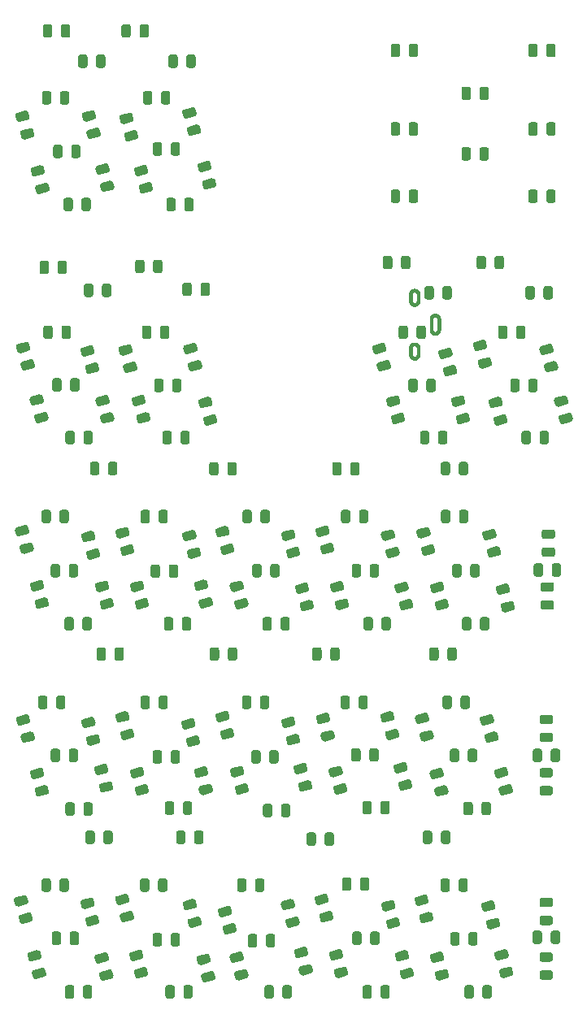
<source format=gbr>
%TF.GenerationSoftware,KiCad,Pcbnew,(5.1.8)-1*%
%TF.CreationDate,2021-07-31T20:08:40-05:00*%
%TF.ProjectId,DSKY_led_display,44534b59-5f6c-4656-945f-646973706c61,rev?*%
%TF.SameCoordinates,Original*%
%TF.FileFunction,Paste,Bot*%
%TF.FilePolarity,Positive*%
%FSLAX46Y46*%
G04 Gerber Fmt 4.6, Leading zero omitted, Abs format (unit mm)*
G04 Created by KiCad (PCBNEW (5.1.8)-1) date 2021-07-31 20:08:40*
%MOMM*%
%LPD*%
G01*
G04 APERTURE LIST*
%ADD10C,0.005000*%
G04 APERTURE END LIST*
D10*
%TO.C,J1*%
G36*
X80150000Y-67400000D02*
G01*
X79850000Y-67400000D01*
X79850000Y-67950000D01*
X79850754Y-67978785D01*
X79853013Y-68007491D01*
X79856771Y-68036039D01*
X79862019Y-68064351D01*
X79868741Y-68092350D01*
X79876919Y-68119959D01*
X79886531Y-68147102D01*
X79897550Y-68173705D01*
X79909946Y-68199695D01*
X79923686Y-68225000D01*
X79938731Y-68249551D01*
X79955041Y-68273282D01*
X79972570Y-68296126D01*
X79991270Y-68318022D01*
X80011091Y-68338909D01*
X80031978Y-68358730D01*
X80053874Y-68377430D01*
X80076718Y-68394959D01*
X80100449Y-68411269D01*
X80125000Y-68426314D01*
X80150305Y-68440054D01*
X80176295Y-68452450D01*
X80202898Y-68463469D01*
X80230041Y-68473081D01*
X80257650Y-68481259D01*
X80285649Y-68487981D01*
X80313961Y-68493229D01*
X80342509Y-68496987D01*
X80371215Y-68499246D01*
X80400000Y-68500000D01*
X80428785Y-68499246D01*
X80457491Y-68496987D01*
X80486039Y-68493229D01*
X80514351Y-68487981D01*
X80542350Y-68481259D01*
X80569959Y-68473081D01*
X80597102Y-68463469D01*
X80623705Y-68452450D01*
X80649695Y-68440054D01*
X80675000Y-68426314D01*
X80699551Y-68411269D01*
X80723282Y-68394959D01*
X80746126Y-68377430D01*
X80768022Y-68358730D01*
X80788909Y-68338909D01*
X80808730Y-68318022D01*
X80827430Y-68296126D01*
X80844959Y-68273282D01*
X80861269Y-68249551D01*
X80876314Y-68225000D01*
X80890054Y-68199695D01*
X80902450Y-68173705D01*
X80913469Y-68147102D01*
X80923081Y-68119959D01*
X80931259Y-68092350D01*
X80937981Y-68064351D01*
X80943229Y-68036039D01*
X80946987Y-68007491D01*
X80949246Y-67978785D01*
X80950000Y-67950000D01*
X80950000Y-66850000D01*
X80949246Y-66821215D01*
X80946987Y-66792509D01*
X80943229Y-66763961D01*
X80937981Y-66735649D01*
X80931259Y-66707650D01*
X80923081Y-66680041D01*
X80913469Y-66652898D01*
X80902450Y-66626295D01*
X80890054Y-66600305D01*
X80876314Y-66575000D01*
X80861269Y-66550449D01*
X80844959Y-66526718D01*
X80827430Y-66503874D01*
X80808730Y-66481978D01*
X80788909Y-66461091D01*
X80768022Y-66441270D01*
X80746126Y-66422570D01*
X80723282Y-66405041D01*
X80699551Y-66388731D01*
X80675000Y-66373686D01*
X80649695Y-66359946D01*
X80623705Y-66347550D01*
X80597102Y-66336531D01*
X80569959Y-66326919D01*
X80542350Y-66318741D01*
X80514351Y-66312019D01*
X80486039Y-66306771D01*
X80457491Y-66303013D01*
X80428785Y-66300754D01*
X80400000Y-66300000D01*
X80371215Y-66300754D01*
X80342509Y-66303013D01*
X80313961Y-66306771D01*
X80285649Y-66312019D01*
X80257650Y-66318741D01*
X80230041Y-66326919D01*
X80202898Y-66336531D01*
X80176295Y-66347550D01*
X80150305Y-66359946D01*
X80125000Y-66373686D01*
X80100449Y-66388731D01*
X80076718Y-66405041D01*
X80053874Y-66422570D01*
X80031978Y-66441270D01*
X80011091Y-66461091D01*
X79991270Y-66481978D01*
X79972570Y-66503874D01*
X79955041Y-66526718D01*
X79938731Y-66550449D01*
X79923686Y-66575000D01*
X79909946Y-66600305D01*
X79897550Y-66626295D01*
X79886531Y-66652898D01*
X79876919Y-66680041D01*
X79868741Y-66707650D01*
X79862019Y-66735649D01*
X79856771Y-66763961D01*
X79853013Y-66792509D01*
X79850754Y-66821215D01*
X79850000Y-66850000D01*
X79850000Y-67400000D01*
X80150000Y-67400000D01*
X80150000Y-66850000D01*
X80150343Y-66836916D01*
X80151370Y-66823868D01*
X80153078Y-66810891D01*
X80155463Y-66798022D01*
X80158519Y-66785295D01*
X80162236Y-66772746D01*
X80166605Y-66760408D01*
X80171614Y-66748316D01*
X80177248Y-66736502D01*
X80183494Y-66725000D01*
X80190332Y-66713840D01*
X80197746Y-66703054D01*
X80205714Y-66692670D01*
X80214214Y-66682717D01*
X80223223Y-66673223D01*
X80232717Y-66664214D01*
X80242670Y-66655714D01*
X80253054Y-66647746D01*
X80263840Y-66640332D01*
X80275000Y-66633494D01*
X80286502Y-66627248D01*
X80298316Y-66621614D01*
X80310408Y-66616605D01*
X80322746Y-66612236D01*
X80335295Y-66608519D01*
X80348022Y-66605463D01*
X80360891Y-66603078D01*
X80373868Y-66601370D01*
X80386916Y-66600343D01*
X80400000Y-66600000D01*
X80413084Y-66600343D01*
X80426132Y-66601370D01*
X80439109Y-66603078D01*
X80451978Y-66605463D01*
X80464705Y-66608519D01*
X80477254Y-66612236D01*
X80489592Y-66616605D01*
X80501684Y-66621614D01*
X80513498Y-66627248D01*
X80525000Y-66633494D01*
X80536160Y-66640332D01*
X80546946Y-66647746D01*
X80557330Y-66655714D01*
X80567283Y-66664214D01*
X80576777Y-66673223D01*
X80585786Y-66682717D01*
X80594286Y-66692670D01*
X80602254Y-66703054D01*
X80609668Y-66713840D01*
X80616506Y-66725000D01*
X80622752Y-66736502D01*
X80628386Y-66748316D01*
X80633395Y-66760408D01*
X80637764Y-66772746D01*
X80641481Y-66785295D01*
X80644537Y-66798022D01*
X80646922Y-66810891D01*
X80648630Y-66823868D01*
X80649657Y-66836916D01*
X80650000Y-66850000D01*
X80650000Y-67950000D01*
X80649657Y-67963084D01*
X80648630Y-67976132D01*
X80646922Y-67989109D01*
X80644537Y-68001978D01*
X80641481Y-68014705D01*
X80637764Y-68027254D01*
X80633395Y-68039592D01*
X80628386Y-68051684D01*
X80622752Y-68063498D01*
X80616506Y-68075000D01*
X80609668Y-68086160D01*
X80602254Y-68096946D01*
X80594286Y-68107330D01*
X80585786Y-68117283D01*
X80576777Y-68126777D01*
X80567283Y-68135786D01*
X80557330Y-68144286D01*
X80546946Y-68152254D01*
X80536160Y-68159668D01*
X80525000Y-68166506D01*
X80513498Y-68172752D01*
X80501684Y-68178386D01*
X80489592Y-68183395D01*
X80477254Y-68187764D01*
X80464705Y-68191481D01*
X80451978Y-68194537D01*
X80439109Y-68196922D01*
X80426132Y-68198630D01*
X80413084Y-68199657D01*
X80400000Y-68200000D01*
X80386916Y-68199657D01*
X80373868Y-68198630D01*
X80360891Y-68196922D01*
X80348022Y-68194537D01*
X80335295Y-68191481D01*
X80322746Y-68187764D01*
X80310408Y-68183395D01*
X80298316Y-68178386D01*
X80286502Y-68172752D01*
X80275000Y-68166506D01*
X80263840Y-68159668D01*
X80253054Y-68152254D01*
X80242670Y-68144286D01*
X80232717Y-68135786D01*
X80223223Y-68126777D01*
X80214214Y-68117283D01*
X80205714Y-68107330D01*
X80197746Y-68096946D01*
X80190332Y-68086160D01*
X80183494Y-68075000D01*
X80177248Y-68063498D01*
X80171614Y-68051684D01*
X80166605Y-68039592D01*
X80162236Y-68027254D01*
X80158519Y-68014705D01*
X80155463Y-68001978D01*
X80153078Y-67989109D01*
X80151370Y-67976132D01*
X80150343Y-67963084D01*
X80150000Y-67950000D01*
X80150000Y-67400000D01*
G37*
X80150000Y-67400000D02*
X79850000Y-67400000D01*
X79850000Y-67950000D01*
X79850754Y-67978785D01*
X79853013Y-68007491D01*
X79856771Y-68036039D01*
X79862019Y-68064351D01*
X79868741Y-68092350D01*
X79876919Y-68119959D01*
X79886531Y-68147102D01*
X79897550Y-68173705D01*
X79909946Y-68199695D01*
X79923686Y-68225000D01*
X79938731Y-68249551D01*
X79955041Y-68273282D01*
X79972570Y-68296126D01*
X79991270Y-68318022D01*
X80011091Y-68338909D01*
X80031978Y-68358730D01*
X80053874Y-68377430D01*
X80076718Y-68394959D01*
X80100449Y-68411269D01*
X80125000Y-68426314D01*
X80150305Y-68440054D01*
X80176295Y-68452450D01*
X80202898Y-68463469D01*
X80230041Y-68473081D01*
X80257650Y-68481259D01*
X80285649Y-68487981D01*
X80313961Y-68493229D01*
X80342509Y-68496987D01*
X80371215Y-68499246D01*
X80400000Y-68500000D01*
X80428785Y-68499246D01*
X80457491Y-68496987D01*
X80486039Y-68493229D01*
X80514351Y-68487981D01*
X80542350Y-68481259D01*
X80569959Y-68473081D01*
X80597102Y-68463469D01*
X80623705Y-68452450D01*
X80649695Y-68440054D01*
X80675000Y-68426314D01*
X80699551Y-68411269D01*
X80723282Y-68394959D01*
X80746126Y-68377430D01*
X80768022Y-68358730D01*
X80788909Y-68338909D01*
X80808730Y-68318022D01*
X80827430Y-68296126D01*
X80844959Y-68273282D01*
X80861269Y-68249551D01*
X80876314Y-68225000D01*
X80890054Y-68199695D01*
X80902450Y-68173705D01*
X80913469Y-68147102D01*
X80923081Y-68119959D01*
X80931259Y-68092350D01*
X80937981Y-68064351D01*
X80943229Y-68036039D01*
X80946987Y-68007491D01*
X80949246Y-67978785D01*
X80950000Y-67950000D01*
X80950000Y-66850000D01*
X80949246Y-66821215D01*
X80946987Y-66792509D01*
X80943229Y-66763961D01*
X80937981Y-66735649D01*
X80931259Y-66707650D01*
X80923081Y-66680041D01*
X80913469Y-66652898D01*
X80902450Y-66626295D01*
X80890054Y-66600305D01*
X80876314Y-66575000D01*
X80861269Y-66550449D01*
X80844959Y-66526718D01*
X80827430Y-66503874D01*
X80808730Y-66481978D01*
X80788909Y-66461091D01*
X80768022Y-66441270D01*
X80746126Y-66422570D01*
X80723282Y-66405041D01*
X80699551Y-66388731D01*
X80675000Y-66373686D01*
X80649695Y-66359946D01*
X80623705Y-66347550D01*
X80597102Y-66336531D01*
X80569959Y-66326919D01*
X80542350Y-66318741D01*
X80514351Y-66312019D01*
X80486039Y-66306771D01*
X80457491Y-66303013D01*
X80428785Y-66300754D01*
X80400000Y-66300000D01*
X80371215Y-66300754D01*
X80342509Y-66303013D01*
X80313961Y-66306771D01*
X80285649Y-66312019D01*
X80257650Y-66318741D01*
X80230041Y-66326919D01*
X80202898Y-66336531D01*
X80176295Y-66347550D01*
X80150305Y-66359946D01*
X80125000Y-66373686D01*
X80100449Y-66388731D01*
X80076718Y-66405041D01*
X80053874Y-66422570D01*
X80031978Y-66441270D01*
X80011091Y-66461091D01*
X79991270Y-66481978D01*
X79972570Y-66503874D01*
X79955041Y-66526718D01*
X79938731Y-66550449D01*
X79923686Y-66575000D01*
X79909946Y-66600305D01*
X79897550Y-66626295D01*
X79886531Y-66652898D01*
X79876919Y-66680041D01*
X79868741Y-66707650D01*
X79862019Y-66735649D01*
X79856771Y-66763961D01*
X79853013Y-66792509D01*
X79850754Y-66821215D01*
X79850000Y-66850000D01*
X79850000Y-67400000D01*
X80150000Y-67400000D01*
X80150000Y-66850000D01*
X80150343Y-66836916D01*
X80151370Y-66823868D01*
X80153078Y-66810891D01*
X80155463Y-66798022D01*
X80158519Y-66785295D01*
X80162236Y-66772746D01*
X80166605Y-66760408D01*
X80171614Y-66748316D01*
X80177248Y-66736502D01*
X80183494Y-66725000D01*
X80190332Y-66713840D01*
X80197746Y-66703054D01*
X80205714Y-66692670D01*
X80214214Y-66682717D01*
X80223223Y-66673223D01*
X80232717Y-66664214D01*
X80242670Y-66655714D01*
X80253054Y-66647746D01*
X80263840Y-66640332D01*
X80275000Y-66633494D01*
X80286502Y-66627248D01*
X80298316Y-66621614D01*
X80310408Y-66616605D01*
X80322746Y-66612236D01*
X80335295Y-66608519D01*
X80348022Y-66605463D01*
X80360891Y-66603078D01*
X80373868Y-66601370D01*
X80386916Y-66600343D01*
X80400000Y-66600000D01*
X80413084Y-66600343D01*
X80426132Y-66601370D01*
X80439109Y-66603078D01*
X80451978Y-66605463D01*
X80464705Y-66608519D01*
X80477254Y-66612236D01*
X80489592Y-66616605D01*
X80501684Y-66621614D01*
X80513498Y-66627248D01*
X80525000Y-66633494D01*
X80536160Y-66640332D01*
X80546946Y-66647746D01*
X80557330Y-66655714D01*
X80567283Y-66664214D01*
X80576777Y-66673223D01*
X80585786Y-66682717D01*
X80594286Y-66692670D01*
X80602254Y-66703054D01*
X80609668Y-66713840D01*
X80616506Y-66725000D01*
X80622752Y-66736502D01*
X80628386Y-66748316D01*
X80633395Y-66760408D01*
X80637764Y-66772746D01*
X80641481Y-66785295D01*
X80644537Y-66798022D01*
X80646922Y-66810891D01*
X80648630Y-66823868D01*
X80649657Y-66836916D01*
X80650000Y-66850000D01*
X80650000Y-67950000D01*
X80649657Y-67963084D01*
X80648630Y-67976132D01*
X80646922Y-67989109D01*
X80644537Y-68001978D01*
X80641481Y-68014705D01*
X80637764Y-68027254D01*
X80633395Y-68039592D01*
X80628386Y-68051684D01*
X80622752Y-68063498D01*
X80616506Y-68075000D01*
X80609668Y-68086160D01*
X80602254Y-68096946D01*
X80594286Y-68107330D01*
X80585786Y-68117283D01*
X80576777Y-68126777D01*
X80567283Y-68135786D01*
X80557330Y-68144286D01*
X80546946Y-68152254D01*
X80536160Y-68159668D01*
X80525000Y-68166506D01*
X80513498Y-68172752D01*
X80501684Y-68178386D01*
X80489592Y-68183395D01*
X80477254Y-68187764D01*
X80464705Y-68191481D01*
X80451978Y-68194537D01*
X80439109Y-68196922D01*
X80426132Y-68198630D01*
X80413084Y-68199657D01*
X80400000Y-68200000D01*
X80386916Y-68199657D01*
X80373868Y-68198630D01*
X80360891Y-68196922D01*
X80348022Y-68194537D01*
X80335295Y-68191481D01*
X80322746Y-68187764D01*
X80310408Y-68183395D01*
X80298316Y-68178386D01*
X80286502Y-68172752D01*
X80275000Y-68166506D01*
X80263840Y-68159668D01*
X80253054Y-68152254D01*
X80242670Y-68144286D01*
X80232717Y-68135786D01*
X80223223Y-68126777D01*
X80214214Y-68117283D01*
X80205714Y-68107330D01*
X80197746Y-68096946D01*
X80190332Y-68086160D01*
X80183494Y-68075000D01*
X80177248Y-68063498D01*
X80171614Y-68051684D01*
X80166605Y-68039592D01*
X80162236Y-68027254D01*
X80158519Y-68014705D01*
X80155463Y-68001978D01*
X80153078Y-67989109D01*
X80151370Y-67976132D01*
X80150343Y-67963084D01*
X80150000Y-67950000D01*
X80150000Y-67400000D01*
G36*
X78250000Y-64000000D02*
G01*
X78236916Y-64000343D01*
X78223868Y-64001370D01*
X78210891Y-64003078D01*
X78198022Y-64005463D01*
X78185295Y-64008519D01*
X78172746Y-64012236D01*
X78160408Y-64016605D01*
X78148316Y-64021614D01*
X78136502Y-64027248D01*
X78125000Y-64033494D01*
X78113840Y-64040332D01*
X78103054Y-64047746D01*
X78092670Y-64055714D01*
X78082717Y-64064214D01*
X78073223Y-64073223D01*
X78064214Y-64082717D01*
X78055714Y-64092670D01*
X78047746Y-64103054D01*
X78040332Y-64113840D01*
X78033494Y-64125000D01*
X78027248Y-64136502D01*
X78021614Y-64148316D01*
X78016605Y-64160408D01*
X78012236Y-64172746D01*
X78008519Y-64185295D01*
X78005463Y-64198022D01*
X78003078Y-64210891D01*
X78001370Y-64223868D01*
X78000343Y-64236916D01*
X78000000Y-64250000D01*
X78000000Y-64950000D01*
X78000343Y-64963084D01*
X78001370Y-64976132D01*
X78003078Y-64989109D01*
X78005463Y-65001978D01*
X78008519Y-65014705D01*
X78012236Y-65027254D01*
X78016605Y-65039592D01*
X78021614Y-65051684D01*
X78027248Y-65063498D01*
X78033494Y-65075000D01*
X78040332Y-65086160D01*
X78047746Y-65096946D01*
X78055714Y-65107330D01*
X78064214Y-65117283D01*
X78073223Y-65126777D01*
X78082717Y-65135786D01*
X78092670Y-65144286D01*
X78103054Y-65152254D01*
X78113840Y-65159668D01*
X78125000Y-65166506D01*
X78136502Y-65172752D01*
X78148316Y-65178386D01*
X78160408Y-65183395D01*
X78172746Y-65187764D01*
X78185295Y-65191481D01*
X78198022Y-65194537D01*
X78210891Y-65196922D01*
X78223868Y-65198630D01*
X78236916Y-65199657D01*
X78250000Y-65200000D01*
X78263084Y-65199657D01*
X78276132Y-65198630D01*
X78289109Y-65196922D01*
X78301978Y-65194537D01*
X78314705Y-65191481D01*
X78327254Y-65187764D01*
X78339592Y-65183395D01*
X78351684Y-65178386D01*
X78363498Y-65172752D01*
X78375000Y-65166506D01*
X78386160Y-65159668D01*
X78396946Y-65152254D01*
X78407330Y-65144286D01*
X78417283Y-65135786D01*
X78426777Y-65126777D01*
X78435786Y-65117283D01*
X78444286Y-65107330D01*
X78452254Y-65096946D01*
X78459668Y-65086160D01*
X78466506Y-65075000D01*
X78472752Y-65063498D01*
X78478386Y-65051684D01*
X78483395Y-65039592D01*
X78487764Y-65027254D01*
X78491481Y-65014705D01*
X78494537Y-65001978D01*
X78496922Y-64989109D01*
X78498630Y-64976132D01*
X78499657Y-64963084D01*
X78500000Y-64950000D01*
X78500000Y-64600000D01*
X78800000Y-64600000D01*
X78800000Y-64950000D01*
X78799246Y-64978785D01*
X78796987Y-65007491D01*
X78793229Y-65036039D01*
X78787981Y-65064351D01*
X78781259Y-65092350D01*
X78773081Y-65119959D01*
X78763469Y-65147102D01*
X78752450Y-65173705D01*
X78740054Y-65199695D01*
X78726314Y-65225000D01*
X78711269Y-65249551D01*
X78694959Y-65273282D01*
X78677430Y-65296126D01*
X78658730Y-65318022D01*
X78638909Y-65338909D01*
X78618022Y-65358730D01*
X78596126Y-65377430D01*
X78573282Y-65394959D01*
X78549551Y-65411269D01*
X78525000Y-65426314D01*
X78499695Y-65440054D01*
X78473705Y-65452450D01*
X78447102Y-65463469D01*
X78419959Y-65473081D01*
X78392350Y-65481259D01*
X78364351Y-65487981D01*
X78336039Y-65493229D01*
X78307491Y-65496987D01*
X78278785Y-65499246D01*
X78250000Y-65500000D01*
X78221215Y-65499246D01*
X78192509Y-65496987D01*
X78163961Y-65493229D01*
X78135649Y-65487981D01*
X78107650Y-65481259D01*
X78080041Y-65473081D01*
X78052898Y-65463469D01*
X78026295Y-65452450D01*
X78000305Y-65440054D01*
X77975000Y-65426314D01*
X77950449Y-65411269D01*
X77926718Y-65394959D01*
X77903874Y-65377430D01*
X77881978Y-65358730D01*
X77861091Y-65338909D01*
X77841270Y-65318022D01*
X77822570Y-65296126D01*
X77805041Y-65273282D01*
X77788731Y-65249551D01*
X77773686Y-65225000D01*
X77759946Y-65199695D01*
X77747550Y-65173705D01*
X77736531Y-65147102D01*
X77726919Y-65119959D01*
X77718741Y-65092350D01*
X77712019Y-65064351D01*
X77706771Y-65036039D01*
X77703013Y-65007491D01*
X77700754Y-64978785D01*
X77700000Y-64950000D01*
X77700000Y-64250000D01*
X77700754Y-64221215D01*
X77703013Y-64192509D01*
X77706771Y-64163961D01*
X77712019Y-64135649D01*
X77718741Y-64107650D01*
X77726919Y-64080041D01*
X77736531Y-64052898D01*
X77747550Y-64026295D01*
X77759946Y-64000305D01*
X77773686Y-63975000D01*
X77788731Y-63950449D01*
X77805041Y-63926718D01*
X77822570Y-63903874D01*
X77841270Y-63881978D01*
X77861091Y-63861091D01*
X77881978Y-63841270D01*
X77903874Y-63822570D01*
X77926718Y-63805041D01*
X77950449Y-63788731D01*
X77975000Y-63773686D01*
X78000305Y-63759946D01*
X78026295Y-63747550D01*
X78052898Y-63736531D01*
X78080041Y-63726919D01*
X78107650Y-63718741D01*
X78135649Y-63712019D01*
X78163961Y-63706771D01*
X78192509Y-63703013D01*
X78221215Y-63700754D01*
X78250000Y-63700000D01*
X78278785Y-63700754D01*
X78307491Y-63703013D01*
X78336039Y-63706771D01*
X78364351Y-63712019D01*
X78392350Y-63718741D01*
X78419959Y-63726919D01*
X78447102Y-63736531D01*
X78473705Y-63747550D01*
X78499695Y-63759946D01*
X78525000Y-63773686D01*
X78549551Y-63788731D01*
X78573282Y-63805041D01*
X78596126Y-63822570D01*
X78618022Y-63841270D01*
X78638909Y-63861091D01*
X78658730Y-63881978D01*
X78677430Y-63903874D01*
X78694959Y-63926718D01*
X78711269Y-63950449D01*
X78726314Y-63975000D01*
X78740054Y-64000305D01*
X78752450Y-64026295D01*
X78763469Y-64052898D01*
X78773081Y-64080041D01*
X78781259Y-64107650D01*
X78787981Y-64135649D01*
X78793229Y-64163961D01*
X78796987Y-64192509D01*
X78799246Y-64221215D01*
X78800000Y-64250000D01*
X78800000Y-64600000D01*
X78500000Y-64600000D01*
X78500000Y-64250000D01*
X78499657Y-64236916D01*
X78498630Y-64223868D01*
X78496922Y-64210891D01*
X78494537Y-64198022D01*
X78491481Y-64185295D01*
X78487764Y-64172746D01*
X78483395Y-64160408D01*
X78478386Y-64148316D01*
X78472752Y-64136502D01*
X78466506Y-64125000D01*
X78459668Y-64113840D01*
X78452254Y-64103054D01*
X78444286Y-64092670D01*
X78435786Y-64082717D01*
X78426777Y-64073223D01*
X78417283Y-64064214D01*
X78407330Y-64055714D01*
X78396946Y-64047746D01*
X78386160Y-64040332D01*
X78375000Y-64033494D01*
X78363498Y-64027248D01*
X78351684Y-64021614D01*
X78339592Y-64016605D01*
X78327254Y-64012236D01*
X78314705Y-64008519D01*
X78301978Y-64005463D01*
X78289109Y-64003078D01*
X78276132Y-64001370D01*
X78263084Y-64000343D01*
X78250000Y-64000000D01*
G37*
X78250000Y-64000000D02*
X78236916Y-64000343D01*
X78223868Y-64001370D01*
X78210891Y-64003078D01*
X78198022Y-64005463D01*
X78185295Y-64008519D01*
X78172746Y-64012236D01*
X78160408Y-64016605D01*
X78148316Y-64021614D01*
X78136502Y-64027248D01*
X78125000Y-64033494D01*
X78113840Y-64040332D01*
X78103054Y-64047746D01*
X78092670Y-64055714D01*
X78082717Y-64064214D01*
X78073223Y-64073223D01*
X78064214Y-64082717D01*
X78055714Y-64092670D01*
X78047746Y-64103054D01*
X78040332Y-64113840D01*
X78033494Y-64125000D01*
X78027248Y-64136502D01*
X78021614Y-64148316D01*
X78016605Y-64160408D01*
X78012236Y-64172746D01*
X78008519Y-64185295D01*
X78005463Y-64198022D01*
X78003078Y-64210891D01*
X78001370Y-64223868D01*
X78000343Y-64236916D01*
X78000000Y-64250000D01*
X78000000Y-64950000D01*
X78000343Y-64963084D01*
X78001370Y-64976132D01*
X78003078Y-64989109D01*
X78005463Y-65001978D01*
X78008519Y-65014705D01*
X78012236Y-65027254D01*
X78016605Y-65039592D01*
X78021614Y-65051684D01*
X78027248Y-65063498D01*
X78033494Y-65075000D01*
X78040332Y-65086160D01*
X78047746Y-65096946D01*
X78055714Y-65107330D01*
X78064214Y-65117283D01*
X78073223Y-65126777D01*
X78082717Y-65135786D01*
X78092670Y-65144286D01*
X78103054Y-65152254D01*
X78113840Y-65159668D01*
X78125000Y-65166506D01*
X78136502Y-65172752D01*
X78148316Y-65178386D01*
X78160408Y-65183395D01*
X78172746Y-65187764D01*
X78185295Y-65191481D01*
X78198022Y-65194537D01*
X78210891Y-65196922D01*
X78223868Y-65198630D01*
X78236916Y-65199657D01*
X78250000Y-65200000D01*
X78263084Y-65199657D01*
X78276132Y-65198630D01*
X78289109Y-65196922D01*
X78301978Y-65194537D01*
X78314705Y-65191481D01*
X78327254Y-65187764D01*
X78339592Y-65183395D01*
X78351684Y-65178386D01*
X78363498Y-65172752D01*
X78375000Y-65166506D01*
X78386160Y-65159668D01*
X78396946Y-65152254D01*
X78407330Y-65144286D01*
X78417283Y-65135786D01*
X78426777Y-65126777D01*
X78435786Y-65117283D01*
X78444286Y-65107330D01*
X78452254Y-65096946D01*
X78459668Y-65086160D01*
X78466506Y-65075000D01*
X78472752Y-65063498D01*
X78478386Y-65051684D01*
X78483395Y-65039592D01*
X78487764Y-65027254D01*
X78491481Y-65014705D01*
X78494537Y-65001978D01*
X78496922Y-64989109D01*
X78498630Y-64976132D01*
X78499657Y-64963084D01*
X78500000Y-64950000D01*
X78500000Y-64600000D01*
X78800000Y-64600000D01*
X78800000Y-64950000D01*
X78799246Y-64978785D01*
X78796987Y-65007491D01*
X78793229Y-65036039D01*
X78787981Y-65064351D01*
X78781259Y-65092350D01*
X78773081Y-65119959D01*
X78763469Y-65147102D01*
X78752450Y-65173705D01*
X78740054Y-65199695D01*
X78726314Y-65225000D01*
X78711269Y-65249551D01*
X78694959Y-65273282D01*
X78677430Y-65296126D01*
X78658730Y-65318022D01*
X78638909Y-65338909D01*
X78618022Y-65358730D01*
X78596126Y-65377430D01*
X78573282Y-65394959D01*
X78549551Y-65411269D01*
X78525000Y-65426314D01*
X78499695Y-65440054D01*
X78473705Y-65452450D01*
X78447102Y-65463469D01*
X78419959Y-65473081D01*
X78392350Y-65481259D01*
X78364351Y-65487981D01*
X78336039Y-65493229D01*
X78307491Y-65496987D01*
X78278785Y-65499246D01*
X78250000Y-65500000D01*
X78221215Y-65499246D01*
X78192509Y-65496987D01*
X78163961Y-65493229D01*
X78135649Y-65487981D01*
X78107650Y-65481259D01*
X78080041Y-65473081D01*
X78052898Y-65463469D01*
X78026295Y-65452450D01*
X78000305Y-65440054D01*
X77975000Y-65426314D01*
X77950449Y-65411269D01*
X77926718Y-65394959D01*
X77903874Y-65377430D01*
X77881978Y-65358730D01*
X77861091Y-65338909D01*
X77841270Y-65318022D01*
X77822570Y-65296126D01*
X77805041Y-65273282D01*
X77788731Y-65249551D01*
X77773686Y-65225000D01*
X77759946Y-65199695D01*
X77747550Y-65173705D01*
X77736531Y-65147102D01*
X77726919Y-65119959D01*
X77718741Y-65092350D01*
X77712019Y-65064351D01*
X77706771Y-65036039D01*
X77703013Y-65007491D01*
X77700754Y-64978785D01*
X77700000Y-64950000D01*
X77700000Y-64250000D01*
X77700754Y-64221215D01*
X77703013Y-64192509D01*
X77706771Y-64163961D01*
X77712019Y-64135649D01*
X77718741Y-64107650D01*
X77726919Y-64080041D01*
X77736531Y-64052898D01*
X77747550Y-64026295D01*
X77759946Y-64000305D01*
X77773686Y-63975000D01*
X77788731Y-63950449D01*
X77805041Y-63926718D01*
X77822570Y-63903874D01*
X77841270Y-63881978D01*
X77861091Y-63861091D01*
X77881978Y-63841270D01*
X77903874Y-63822570D01*
X77926718Y-63805041D01*
X77950449Y-63788731D01*
X77975000Y-63773686D01*
X78000305Y-63759946D01*
X78026295Y-63747550D01*
X78052898Y-63736531D01*
X78080041Y-63726919D01*
X78107650Y-63718741D01*
X78135649Y-63712019D01*
X78163961Y-63706771D01*
X78192509Y-63703013D01*
X78221215Y-63700754D01*
X78250000Y-63700000D01*
X78278785Y-63700754D01*
X78307491Y-63703013D01*
X78336039Y-63706771D01*
X78364351Y-63712019D01*
X78392350Y-63718741D01*
X78419959Y-63726919D01*
X78447102Y-63736531D01*
X78473705Y-63747550D01*
X78499695Y-63759946D01*
X78525000Y-63773686D01*
X78549551Y-63788731D01*
X78573282Y-63805041D01*
X78596126Y-63822570D01*
X78618022Y-63841270D01*
X78638909Y-63861091D01*
X78658730Y-63881978D01*
X78677430Y-63903874D01*
X78694959Y-63926718D01*
X78711269Y-63950449D01*
X78726314Y-63975000D01*
X78740054Y-64000305D01*
X78752450Y-64026295D01*
X78763469Y-64052898D01*
X78773081Y-64080041D01*
X78781259Y-64107650D01*
X78787981Y-64135649D01*
X78793229Y-64163961D01*
X78796987Y-64192509D01*
X78799246Y-64221215D01*
X78800000Y-64250000D01*
X78800000Y-64600000D01*
X78500000Y-64600000D01*
X78500000Y-64250000D01*
X78499657Y-64236916D01*
X78498630Y-64223868D01*
X78496922Y-64210891D01*
X78494537Y-64198022D01*
X78491481Y-64185295D01*
X78487764Y-64172746D01*
X78483395Y-64160408D01*
X78478386Y-64148316D01*
X78472752Y-64136502D01*
X78466506Y-64125000D01*
X78459668Y-64113840D01*
X78452254Y-64103054D01*
X78444286Y-64092670D01*
X78435786Y-64082717D01*
X78426777Y-64073223D01*
X78417283Y-64064214D01*
X78407330Y-64055714D01*
X78396946Y-64047746D01*
X78386160Y-64040332D01*
X78375000Y-64033494D01*
X78363498Y-64027248D01*
X78351684Y-64021614D01*
X78339592Y-64016605D01*
X78327254Y-64012236D01*
X78314705Y-64008519D01*
X78301978Y-64005463D01*
X78289109Y-64003078D01*
X78276132Y-64001370D01*
X78263084Y-64000343D01*
X78250000Y-64000000D01*
G36*
X78250000Y-69600000D02*
G01*
X78236916Y-69600343D01*
X78223868Y-69601370D01*
X78210891Y-69603078D01*
X78198022Y-69605463D01*
X78185295Y-69608519D01*
X78172746Y-69612236D01*
X78160408Y-69616605D01*
X78148316Y-69621614D01*
X78136502Y-69627248D01*
X78125000Y-69633494D01*
X78113840Y-69640332D01*
X78103054Y-69647746D01*
X78092670Y-69655714D01*
X78082717Y-69664214D01*
X78073223Y-69673223D01*
X78064214Y-69682717D01*
X78055714Y-69692670D01*
X78047746Y-69703054D01*
X78040332Y-69713840D01*
X78033494Y-69725000D01*
X78027248Y-69736502D01*
X78021614Y-69748316D01*
X78016605Y-69760408D01*
X78012236Y-69772746D01*
X78008519Y-69785295D01*
X78005463Y-69798022D01*
X78003078Y-69810891D01*
X78001370Y-69823868D01*
X78000343Y-69836916D01*
X78000000Y-69850000D01*
X78000000Y-70550000D01*
X78000343Y-70563084D01*
X78001370Y-70576132D01*
X78003078Y-70589109D01*
X78005463Y-70601978D01*
X78008519Y-70614705D01*
X78012236Y-70627254D01*
X78016605Y-70639592D01*
X78021614Y-70651684D01*
X78027248Y-70663498D01*
X78033494Y-70675000D01*
X78040332Y-70686160D01*
X78047746Y-70696946D01*
X78055714Y-70707330D01*
X78064214Y-70717283D01*
X78073223Y-70726777D01*
X78082717Y-70735786D01*
X78092670Y-70744286D01*
X78103054Y-70752254D01*
X78113840Y-70759668D01*
X78125000Y-70766506D01*
X78136502Y-70772752D01*
X78148316Y-70778386D01*
X78160408Y-70783395D01*
X78172746Y-70787764D01*
X78185295Y-70791481D01*
X78198022Y-70794537D01*
X78210891Y-70796922D01*
X78223868Y-70798630D01*
X78236916Y-70799657D01*
X78250000Y-70800000D01*
X78263084Y-70799657D01*
X78276132Y-70798630D01*
X78289109Y-70796922D01*
X78301978Y-70794537D01*
X78314705Y-70791481D01*
X78327254Y-70787764D01*
X78339592Y-70783395D01*
X78351684Y-70778386D01*
X78363498Y-70772752D01*
X78375000Y-70766506D01*
X78386160Y-70759668D01*
X78396946Y-70752254D01*
X78407330Y-70744286D01*
X78417283Y-70735786D01*
X78426777Y-70726777D01*
X78435786Y-70717283D01*
X78444286Y-70707330D01*
X78452254Y-70696946D01*
X78459668Y-70686160D01*
X78466506Y-70675000D01*
X78472752Y-70663498D01*
X78478386Y-70651684D01*
X78483395Y-70639592D01*
X78487764Y-70627254D01*
X78491481Y-70614705D01*
X78494537Y-70601978D01*
X78496922Y-70589109D01*
X78498630Y-70576132D01*
X78499657Y-70563084D01*
X78500000Y-70550000D01*
X78500000Y-70200000D01*
X78800000Y-70200000D01*
X78800000Y-70550000D01*
X78799246Y-70578785D01*
X78796987Y-70607491D01*
X78793229Y-70636039D01*
X78787981Y-70664351D01*
X78781259Y-70692350D01*
X78773081Y-70719959D01*
X78763469Y-70747102D01*
X78752450Y-70773705D01*
X78740054Y-70799695D01*
X78726314Y-70825000D01*
X78711269Y-70849551D01*
X78694959Y-70873282D01*
X78677430Y-70896126D01*
X78658730Y-70918022D01*
X78638909Y-70938909D01*
X78618022Y-70958730D01*
X78596126Y-70977430D01*
X78573282Y-70994959D01*
X78549551Y-71011269D01*
X78525000Y-71026314D01*
X78499695Y-71040054D01*
X78473705Y-71052450D01*
X78447102Y-71063469D01*
X78419959Y-71073081D01*
X78392350Y-71081259D01*
X78364351Y-71087981D01*
X78336039Y-71093229D01*
X78307491Y-71096987D01*
X78278785Y-71099246D01*
X78250000Y-71100000D01*
X78221215Y-71099246D01*
X78192509Y-71096987D01*
X78163961Y-71093229D01*
X78135649Y-71087981D01*
X78107650Y-71081259D01*
X78080041Y-71073081D01*
X78052898Y-71063469D01*
X78026295Y-71052450D01*
X78000305Y-71040054D01*
X77975000Y-71026314D01*
X77950449Y-71011269D01*
X77926718Y-70994959D01*
X77903874Y-70977430D01*
X77881978Y-70958730D01*
X77861091Y-70938909D01*
X77841270Y-70918022D01*
X77822570Y-70896126D01*
X77805041Y-70873282D01*
X77788731Y-70849551D01*
X77773686Y-70825000D01*
X77759946Y-70799695D01*
X77747550Y-70773705D01*
X77736531Y-70747102D01*
X77726919Y-70719959D01*
X77718741Y-70692350D01*
X77712019Y-70664351D01*
X77706771Y-70636039D01*
X77703013Y-70607491D01*
X77700754Y-70578785D01*
X77700000Y-70550000D01*
X77700000Y-69850000D01*
X77700754Y-69821215D01*
X77703013Y-69792509D01*
X77706771Y-69763961D01*
X77712019Y-69735649D01*
X77718741Y-69707650D01*
X77726919Y-69680041D01*
X77736531Y-69652898D01*
X77747550Y-69626295D01*
X77759946Y-69600305D01*
X77773686Y-69575000D01*
X77788731Y-69550449D01*
X77805041Y-69526718D01*
X77822570Y-69503874D01*
X77841270Y-69481978D01*
X77861091Y-69461091D01*
X77881978Y-69441270D01*
X77903874Y-69422570D01*
X77926718Y-69405041D01*
X77950449Y-69388731D01*
X77975000Y-69373686D01*
X78000305Y-69359946D01*
X78026295Y-69347550D01*
X78052898Y-69336531D01*
X78080041Y-69326919D01*
X78107650Y-69318741D01*
X78135649Y-69312019D01*
X78163961Y-69306771D01*
X78192509Y-69303013D01*
X78221215Y-69300754D01*
X78250000Y-69300000D01*
X78278785Y-69300754D01*
X78307491Y-69303013D01*
X78336039Y-69306771D01*
X78364351Y-69312019D01*
X78392350Y-69318741D01*
X78419959Y-69326919D01*
X78447102Y-69336531D01*
X78473705Y-69347550D01*
X78499695Y-69359946D01*
X78525000Y-69373686D01*
X78549551Y-69388731D01*
X78573282Y-69405041D01*
X78596126Y-69422570D01*
X78618022Y-69441270D01*
X78638909Y-69461091D01*
X78658730Y-69481978D01*
X78677430Y-69503874D01*
X78694959Y-69526718D01*
X78711269Y-69550449D01*
X78726314Y-69575000D01*
X78740054Y-69600305D01*
X78752450Y-69626295D01*
X78763469Y-69652898D01*
X78773081Y-69680041D01*
X78781259Y-69707650D01*
X78787981Y-69735649D01*
X78793229Y-69763961D01*
X78796987Y-69792509D01*
X78799246Y-69821215D01*
X78800000Y-69850000D01*
X78800000Y-70200000D01*
X78500000Y-70200000D01*
X78500000Y-69850000D01*
X78499657Y-69836916D01*
X78498630Y-69823868D01*
X78496922Y-69810891D01*
X78494537Y-69798022D01*
X78491481Y-69785295D01*
X78487764Y-69772746D01*
X78483395Y-69760408D01*
X78478386Y-69748316D01*
X78472752Y-69736502D01*
X78466506Y-69725000D01*
X78459668Y-69713840D01*
X78452254Y-69703054D01*
X78444286Y-69692670D01*
X78435786Y-69682717D01*
X78426777Y-69673223D01*
X78417283Y-69664214D01*
X78407330Y-69655714D01*
X78396946Y-69647746D01*
X78386160Y-69640332D01*
X78375000Y-69633494D01*
X78363498Y-69627248D01*
X78351684Y-69621614D01*
X78339592Y-69616605D01*
X78327254Y-69612236D01*
X78314705Y-69608519D01*
X78301978Y-69605463D01*
X78289109Y-69603078D01*
X78276132Y-69601370D01*
X78263084Y-69600343D01*
X78250000Y-69600000D01*
G37*
X78250000Y-69600000D02*
X78236916Y-69600343D01*
X78223868Y-69601370D01*
X78210891Y-69603078D01*
X78198022Y-69605463D01*
X78185295Y-69608519D01*
X78172746Y-69612236D01*
X78160408Y-69616605D01*
X78148316Y-69621614D01*
X78136502Y-69627248D01*
X78125000Y-69633494D01*
X78113840Y-69640332D01*
X78103054Y-69647746D01*
X78092670Y-69655714D01*
X78082717Y-69664214D01*
X78073223Y-69673223D01*
X78064214Y-69682717D01*
X78055714Y-69692670D01*
X78047746Y-69703054D01*
X78040332Y-69713840D01*
X78033494Y-69725000D01*
X78027248Y-69736502D01*
X78021614Y-69748316D01*
X78016605Y-69760408D01*
X78012236Y-69772746D01*
X78008519Y-69785295D01*
X78005463Y-69798022D01*
X78003078Y-69810891D01*
X78001370Y-69823868D01*
X78000343Y-69836916D01*
X78000000Y-69850000D01*
X78000000Y-70550000D01*
X78000343Y-70563084D01*
X78001370Y-70576132D01*
X78003078Y-70589109D01*
X78005463Y-70601978D01*
X78008519Y-70614705D01*
X78012236Y-70627254D01*
X78016605Y-70639592D01*
X78021614Y-70651684D01*
X78027248Y-70663498D01*
X78033494Y-70675000D01*
X78040332Y-70686160D01*
X78047746Y-70696946D01*
X78055714Y-70707330D01*
X78064214Y-70717283D01*
X78073223Y-70726777D01*
X78082717Y-70735786D01*
X78092670Y-70744286D01*
X78103054Y-70752254D01*
X78113840Y-70759668D01*
X78125000Y-70766506D01*
X78136502Y-70772752D01*
X78148316Y-70778386D01*
X78160408Y-70783395D01*
X78172746Y-70787764D01*
X78185295Y-70791481D01*
X78198022Y-70794537D01*
X78210891Y-70796922D01*
X78223868Y-70798630D01*
X78236916Y-70799657D01*
X78250000Y-70800000D01*
X78263084Y-70799657D01*
X78276132Y-70798630D01*
X78289109Y-70796922D01*
X78301978Y-70794537D01*
X78314705Y-70791481D01*
X78327254Y-70787764D01*
X78339592Y-70783395D01*
X78351684Y-70778386D01*
X78363498Y-70772752D01*
X78375000Y-70766506D01*
X78386160Y-70759668D01*
X78396946Y-70752254D01*
X78407330Y-70744286D01*
X78417283Y-70735786D01*
X78426777Y-70726777D01*
X78435786Y-70717283D01*
X78444286Y-70707330D01*
X78452254Y-70696946D01*
X78459668Y-70686160D01*
X78466506Y-70675000D01*
X78472752Y-70663498D01*
X78478386Y-70651684D01*
X78483395Y-70639592D01*
X78487764Y-70627254D01*
X78491481Y-70614705D01*
X78494537Y-70601978D01*
X78496922Y-70589109D01*
X78498630Y-70576132D01*
X78499657Y-70563084D01*
X78500000Y-70550000D01*
X78500000Y-70200000D01*
X78800000Y-70200000D01*
X78800000Y-70550000D01*
X78799246Y-70578785D01*
X78796987Y-70607491D01*
X78793229Y-70636039D01*
X78787981Y-70664351D01*
X78781259Y-70692350D01*
X78773081Y-70719959D01*
X78763469Y-70747102D01*
X78752450Y-70773705D01*
X78740054Y-70799695D01*
X78726314Y-70825000D01*
X78711269Y-70849551D01*
X78694959Y-70873282D01*
X78677430Y-70896126D01*
X78658730Y-70918022D01*
X78638909Y-70938909D01*
X78618022Y-70958730D01*
X78596126Y-70977430D01*
X78573282Y-70994959D01*
X78549551Y-71011269D01*
X78525000Y-71026314D01*
X78499695Y-71040054D01*
X78473705Y-71052450D01*
X78447102Y-71063469D01*
X78419959Y-71073081D01*
X78392350Y-71081259D01*
X78364351Y-71087981D01*
X78336039Y-71093229D01*
X78307491Y-71096987D01*
X78278785Y-71099246D01*
X78250000Y-71100000D01*
X78221215Y-71099246D01*
X78192509Y-71096987D01*
X78163961Y-71093229D01*
X78135649Y-71087981D01*
X78107650Y-71081259D01*
X78080041Y-71073081D01*
X78052898Y-71063469D01*
X78026295Y-71052450D01*
X78000305Y-71040054D01*
X77975000Y-71026314D01*
X77950449Y-71011269D01*
X77926718Y-70994959D01*
X77903874Y-70977430D01*
X77881978Y-70958730D01*
X77861091Y-70938909D01*
X77841270Y-70918022D01*
X77822570Y-70896126D01*
X77805041Y-70873282D01*
X77788731Y-70849551D01*
X77773686Y-70825000D01*
X77759946Y-70799695D01*
X77747550Y-70773705D01*
X77736531Y-70747102D01*
X77726919Y-70719959D01*
X77718741Y-70692350D01*
X77712019Y-70664351D01*
X77706771Y-70636039D01*
X77703013Y-70607491D01*
X77700754Y-70578785D01*
X77700000Y-70550000D01*
X77700000Y-69850000D01*
X77700754Y-69821215D01*
X77703013Y-69792509D01*
X77706771Y-69763961D01*
X77712019Y-69735649D01*
X77718741Y-69707650D01*
X77726919Y-69680041D01*
X77736531Y-69652898D01*
X77747550Y-69626295D01*
X77759946Y-69600305D01*
X77773686Y-69575000D01*
X77788731Y-69550449D01*
X77805041Y-69526718D01*
X77822570Y-69503874D01*
X77841270Y-69481978D01*
X77861091Y-69461091D01*
X77881978Y-69441270D01*
X77903874Y-69422570D01*
X77926718Y-69405041D01*
X77950449Y-69388731D01*
X77975000Y-69373686D01*
X78000305Y-69359946D01*
X78026295Y-69347550D01*
X78052898Y-69336531D01*
X78080041Y-69326919D01*
X78107650Y-69318741D01*
X78135649Y-69312019D01*
X78163961Y-69306771D01*
X78192509Y-69303013D01*
X78221215Y-69300754D01*
X78250000Y-69300000D01*
X78278785Y-69300754D01*
X78307491Y-69303013D01*
X78336039Y-69306771D01*
X78364351Y-69312019D01*
X78392350Y-69318741D01*
X78419959Y-69326919D01*
X78447102Y-69336531D01*
X78473705Y-69347550D01*
X78499695Y-69359946D01*
X78525000Y-69373686D01*
X78549551Y-69388731D01*
X78573282Y-69405041D01*
X78596126Y-69422570D01*
X78618022Y-69441270D01*
X78638909Y-69461091D01*
X78658730Y-69481978D01*
X78677430Y-69503874D01*
X78694959Y-69526718D01*
X78711269Y-69550449D01*
X78726314Y-69575000D01*
X78740054Y-69600305D01*
X78752450Y-69626295D01*
X78763469Y-69652898D01*
X78773081Y-69680041D01*
X78781259Y-69707650D01*
X78787981Y-69735649D01*
X78793229Y-69763961D01*
X78796987Y-69792509D01*
X78799246Y-69821215D01*
X78800000Y-69850000D01*
X78800000Y-70200000D01*
X78500000Y-70200000D01*
X78500000Y-69850000D01*
X78499657Y-69836916D01*
X78498630Y-69823868D01*
X78496922Y-69810891D01*
X78494537Y-69798022D01*
X78491481Y-69785295D01*
X78487764Y-69772746D01*
X78483395Y-69760408D01*
X78478386Y-69748316D01*
X78472752Y-69736502D01*
X78466506Y-69725000D01*
X78459668Y-69713840D01*
X78452254Y-69703054D01*
X78444286Y-69692670D01*
X78435786Y-69682717D01*
X78426777Y-69673223D01*
X78417283Y-69664214D01*
X78407330Y-69655714D01*
X78396946Y-69647746D01*
X78386160Y-69640332D01*
X78375000Y-69633494D01*
X78363498Y-69627248D01*
X78351684Y-69621614D01*
X78339592Y-69616605D01*
X78327254Y-69612236D01*
X78314705Y-69608519D01*
X78301978Y-69605463D01*
X78289109Y-69603078D01*
X78276132Y-69601370D01*
X78263084Y-69600343D01*
X78250000Y-69600000D01*
%TD*%
%TO.C,D190*%
G36*
G01*
X43731600Y-137413250D02*
X43731600Y-136500750D01*
G75*
G02*
X43975350Y-136257000I243750J0D01*
G01*
X44462850Y-136257000D01*
G75*
G02*
X44706600Y-136500750I0J-243750D01*
G01*
X44706600Y-137413250D01*
G75*
G02*
X44462850Y-137657000I-243750J0D01*
G01*
X43975350Y-137657000D01*
G75*
G02*
X43731600Y-137413250I0J243750D01*
G01*
G37*
G36*
G01*
X41856600Y-137413250D02*
X41856600Y-136500750D01*
G75*
G02*
X42100350Y-136257000I243750J0D01*
G01*
X42587850Y-136257000D01*
G75*
G02*
X42831600Y-136500750I0J-243750D01*
G01*
X42831600Y-137413250D01*
G75*
G02*
X42587850Y-137657000I-243750J0D01*
G01*
X42100350Y-137657000D01*
G75*
G02*
X41856600Y-137413250I0J243750D01*
G01*
G37*
%TD*%
%TO.C,D189*%
G36*
G01*
X54196400Y-137413250D02*
X54196400Y-136500750D01*
G75*
G02*
X54440150Y-136257000I243750J0D01*
G01*
X54927650Y-136257000D01*
G75*
G02*
X55171400Y-136500750I0J-243750D01*
G01*
X55171400Y-137413250D01*
G75*
G02*
X54927650Y-137657000I-243750J0D01*
G01*
X54440150Y-137657000D01*
G75*
G02*
X54196400Y-137413250I0J243750D01*
G01*
G37*
G36*
G01*
X52321400Y-137413250D02*
X52321400Y-136500750D01*
G75*
G02*
X52565150Y-136257000I243750J0D01*
G01*
X53052650Y-136257000D01*
G75*
G02*
X53296400Y-136500750I0J-243750D01*
G01*
X53296400Y-137413250D01*
G75*
G02*
X53052650Y-137657000I-243750J0D01*
G01*
X52565150Y-137657000D01*
G75*
G02*
X52321400Y-137413250I0J243750D01*
G01*
G37*
%TD*%
%TO.C,D188*%
G36*
G01*
X64508800Y-137413250D02*
X64508800Y-136500750D01*
G75*
G02*
X64752550Y-136257000I243750J0D01*
G01*
X65240050Y-136257000D01*
G75*
G02*
X65483800Y-136500750I0J-243750D01*
G01*
X65483800Y-137413250D01*
G75*
G02*
X65240050Y-137657000I-243750J0D01*
G01*
X64752550Y-137657000D01*
G75*
G02*
X64508800Y-137413250I0J243750D01*
G01*
G37*
G36*
G01*
X62633800Y-137413250D02*
X62633800Y-136500750D01*
G75*
G02*
X62877550Y-136257000I243750J0D01*
G01*
X63365050Y-136257000D01*
G75*
G02*
X63608800Y-136500750I0J-243750D01*
G01*
X63608800Y-137413250D01*
G75*
G02*
X63365050Y-137657000I-243750J0D01*
G01*
X62877550Y-137657000D01*
G75*
G02*
X62633800Y-137413250I0J243750D01*
G01*
G37*
%TD*%
%TO.C,D187*%
G36*
G01*
X74719600Y-137413250D02*
X74719600Y-136500750D01*
G75*
G02*
X74963350Y-136257000I243750J0D01*
G01*
X75450850Y-136257000D01*
G75*
G02*
X75694600Y-136500750I0J-243750D01*
G01*
X75694600Y-137413250D01*
G75*
G02*
X75450850Y-137657000I-243750J0D01*
G01*
X74963350Y-137657000D01*
G75*
G02*
X74719600Y-137413250I0J243750D01*
G01*
G37*
G36*
G01*
X72844600Y-137413250D02*
X72844600Y-136500750D01*
G75*
G02*
X73088350Y-136257000I243750J0D01*
G01*
X73575850Y-136257000D01*
G75*
G02*
X73819600Y-136500750I0J-243750D01*
G01*
X73819600Y-137413250D01*
G75*
G02*
X73575850Y-137657000I-243750J0D01*
G01*
X73088350Y-137657000D01*
G75*
G02*
X72844600Y-137413250I0J243750D01*
G01*
G37*
%TD*%
%TO.C,D186*%
G36*
G01*
X85336800Y-137413250D02*
X85336800Y-136500750D01*
G75*
G02*
X85580550Y-136257000I243750J0D01*
G01*
X86068050Y-136257000D01*
G75*
G02*
X86311800Y-136500750I0J-243750D01*
G01*
X86311800Y-137413250D01*
G75*
G02*
X86068050Y-137657000I-243750J0D01*
G01*
X85580550Y-137657000D01*
G75*
G02*
X85336800Y-137413250I0J243750D01*
G01*
G37*
G36*
G01*
X83461800Y-137413250D02*
X83461800Y-136500750D01*
G75*
G02*
X83705550Y-136257000I243750J0D01*
G01*
X84193050Y-136257000D01*
G75*
G02*
X84436800Y-136500750I0J-243750D01*
G01*
X84436800Y-137413250D01*
G75*
G02*
X84193050Y-137657000I-243750J0D01*
G01*
X83705550Y-137657000D01*
G75*
G02*
X83461800Y-137413250I0J243750D01*
G01*
G37*
%TD*%
%TO.C,D185*%
G36*
G01*
X45613365Y-134866753D02*
X46494773Y-134630580D01*
G75*
G02*
X46793304Y-134802937I63087J-235444D01*
G01*
X46919478Y-135273826D01*
G75*
G02*
X46747121Y-135572357I-235444J-63087D01*
G01*
X45865713Y-135808530D01*
G75*
G02*
X45567182Y-135636173I-63087J235444D01*
G01*
X45441008Y-135165284D01*
G75*
G02*
X45613365Y-134866753I235444J63087D01*
G01*
G37*
G36*
G01*
X45128079Y-133055643D02*
X46009487Y-132819470D01*
G75*
G02*
X46308018Y-132991827I63087J-235444D01*
G01*
X46434192Y-133462716D01*
G75*
G02*
X46261835Y-133761247I-235444J-63087D01*
G01*
X45380427Y-133997420D01*
G75*
G02*
X45081896Y-133825063I-63087J235444D01*
G01*
X44955722Y-133354174D01*
G75*
G02*
X45128079Y-133055643I235444J63087D01*
G01*
G37*
%TD*%
%TO.C,D184*%
G36*
G01*
X56216165Y-135020753D02*
X57097573Y-134784580D01*
G75*
G02*
X57396104Y-134956937I63087J-235444D01*
G01*
X57522278Y-135427826D01*
G75*
G02*
X57349921Y-135726357I-235444J-63087D01*
G01*
X56468513Y-135962530D01*
G75*
G02*
X56169982Y-135790173I-63087J235444D01*
G01*
X56043808Y-135319284D01*
G75*
G02*
X56216165Y-135020753I235444J63087D01*
G01*
G37*
G36*
G01*
X55730879Y-133209643D02*
X56612287Y-132973470D01*
G75*
G02*
X56910818Y-133145827I63087J-235444D01*
G01*
X57036992Y-133616716D01*
G75*
G02*
X56864635Y-133915247I-235444J-63087D01*
G01*
X55983227Y-134151420D01*
G75*
G02*
X55684696Y-133979063I-63087J235444D01*
G01*
X55558522Y-133508174D01*
G75*
G02*
X55730879Y-133209643I235444J63087D01*
G01*
G37*
%TD*%
%TO.C,D183*%
G36*
G01*
X38602965Y-134663753D02*
X39484373Y-134427580D01*
G75*
G02*
X39782904Y-134599937I63087J-235444D01*
G01*
X39909078Y-135070826D01*
G75*
G02*
X39736721Y-135369357I-235444J-63087D01*
G01*
X38855313Y-135605530D01*
G75*
G02*
X38556782Y-135433173I-63087J235444D01*
G01*
X38430608Y-134962284D01*
G75*
G02*
X38602965Y-134663753I235444J63087D01*
G01*
G37*
G36*
G01*
X38117679Y-132852643D02*
X38999087Y-132616470D01*
G75*
G02*
X39297618Y-132788827I63087J-235444D01*
G01*
X39423792Y-133259716D01*
G75*
G02*
X39251435Y-133558247I-235444J-63087D01*
G01*
X38370027Y-133794420D01*
G75*
G02*
X38071496Y-133622063I-63087J235444D01*
G01*
X37945322Y-133151174D01*
G75*
G02*
X38117679Y-132852643I235444J63087D01*
G01*
G37*
%TD*%
%TO.C,D182*%
G36*
G01*
X49220165Y-134612753D02*
X50101573Y-134376580D01*
G75*
G02*
X50400104Y-134548937I63087J-235444D01*
G01*
X50526278Y-135019826D01*
G75*
G02*
X50353921Y-135318357I-235444J-63087D01*
G01*
X49472513Y-135554530D01*
G75*
G02*
X49173982Y-135382173I-63087J235444D01*
G01*
X49047808Y-134911284D01*
G75*
G02*
X49220165Y-134612753I235444J63087D01*
G01*
G37*
G36*
G01*
X48734879Y-132801643D02*
X49616287Y-132565470D01*
G75*
G02*
X49914818Y-132737827I63087J-235444D01*
G01*
X50040992Y-133208716D01*
G75*
G02*
X49868635Y-133507247I-235444J-63087D01*
G01*
X48987227Y-133743420D01*
G75*
G02*
X48688696Y-133571063I-63087J235444D01*
G01*
X48562522Y-133100174D01*
G75*
G02*
X48734879Y-132801643I235444J63087D01*
G01*
G37*
%TD*%
%TO.C,D181*%
G36*
G01*
X66376165Y-134308753D02*
X67257573Y-134072580D01*
G75*
G02*
X67556104Y-134244937I63087J-235444D01*
G01*
X67682278Y-134715826D01*
G75*
G02*
X67509921Y-135014357I-235444J-63087D01*
G01*
X66628513Y-135250530D01*
G75*
G02*
X66329982Y-135078173I-63087J235444D01*
G01*
X66203808Y-134607284D01*
G75*
G02*
X66376165Y-134308753I235444J63087D01*
G01*
G37*
G36*
G01*
X65890879Y-132497643D02*
X66772287Y-132261470D01*
G75*
G02*
X67070818Y-132433827I63087J-235444D01*
G01*
X67196992Y-132904716D01*
G75*
G02*
X67024635Y-133203247I-235444J-63087D01*
G01*
X66143227Y-133439420D01*
G75*
G02*
X65844696Y-133267063I-63087J235444D01*
G01*
X65718522Y-132796174D01*
G75*
G02*
X65890879Y-132497643I235444J63087D01*
G01*
G37*
%TD*%
%TO.C,D180*%
G36*
G01*
X76891765Y-134664753D02*
X77773173Y-134428580D01*
G75*
G02*
X78071704Y-134600937I63087J-235444D01*
G01*
X78197878Y-135071826D01*
G75*
G02*
X78025521Y-135370357I-235444J-63087D01*
G01*
X77144113Y-135606530D01*
G75*
G02*
X76845582Y-135434173I-63087J235444D01*
G01*
X76719408Y-134963284D01*
G75*
G02*
X76891765Y-134664753I235444J63087D01*
G01*
G37*
G36*
G01*
X76406479Y-132853643D02*
X77287887Y-132617470D01*
G75*
G02*
X77586418Y-132789827I63087J-235444D01*
G01*
X77712592Y-133260716D01*
G75*
G02*
X77540235Y-133559247I-235444J-63087D01*
G01*
X76658827Y-133795420D01*
G75*
G02*
X76360296Y-133623063I-63087J235444D01*
G01*
X76234122Y-133152174D01*
G75*
G02*
X76406479Y-132853643I235444J63087D01*
G01*
G37*
%TD*%
%TO.C,D179*%
G36*
G01*
X59670565Y-134816753D02*
X60551973Y-134580580D01*
G75*
G02*
X60850504Y-134752937I63087J-235444D01*
G01*
X60976678Y-135223826D01*
G75*
G02*
X60804321Y-135522357I-235444J-63087D01*
G01*
X59922913Y-135758530D01*
G75*
G02*
X59624382Y-135586173I-63087J235444D01*
G01*
X59498208Y-135115284D01*
G75*
G02*
X59670565Y-134816753I235444J63087D01*
G01*
G37*
G36*
G01*
X59185279Y-133005643D02*
X60066687Y-132769470D01*
G75*
G02*
X60365218Y-132941827I63087J-235444D01*
G01*
X60491392Y-133412716D01*
G75*
G02*
X60319035Y-133711247I-235444J-63087D01*
G01*
X59437627Y-133947420D01*
G75*
G02*
X59139096Y-133775063I-63087J235444D01*
G01*
X59012922Y-133304174D01*
G75*
G02*
X59185279Y-133005643I235444J63087D01*
G01*
G37*
%TD*%
%TO.C,D178*%
G36*
G01*
X70033765Y-134562753D02*
X70915173Y-134326580D01*
G75*
G02*
X71213704Y-134498937I63087J-235444D01*
G01*
X71339878Y-134969826D01*
G75*
G02*
X71167521Y-135268357I-235444J-63087D01*
G01*
X70286113Y-135504530D01*
G75*
G02*
X69987582Y-135332173I-63087J235444D01*
G01*
X69861408Y-134861284D01*
G75*
G02*
X70033765Y-134562753I235444J63087D01*
G01*
G37*
G36*
G01*
X69548479Y-132751643D02*
X70429887Y-132515470D01*
G75*
G02*
X70728418Y-132687827I63087J-235444D01*
G01*
X70854592Y-133158716D01*
G75*
G02*
X70682235Y-133457247I-235444J-63087D01*
G01*
X69800827Y-133693420D01*
G75*
G02*
X69502296Y-133521063I-63087J235444D01*
G01*
X69376122Y-133050174D01*
G75*
G02*
X69548479Y-132751643I235444J63087D01*
G01*
G37*
%TD*%
%TO.C,D177*%
G36*
G01*
X87254965Y-134562753D02*
X88136373Y-134326580D01*
G75*
G02*
X88434904Y-134498937I63087J-235444D01*
G01*
X88561078Y-134969826D01*
G75*
G02*
X88388721Y-135268357I-235444J-63087D01*
G01*
X87507313Y-135504530D01*
G75*
G02*
X87208782Y-135332173I-63087J235444D01*
G01*
X87082608Y-134861284D01*
G75*
G02*
X87254965Y-134562753I235444J63087D01*
G01*
G37*
G36*
G01*
X86769679Y-132751643D02*
X87651087Y-132515470D01*
G75*
G02*
X87949618Y-132687827I63087J-235444D01*
G01*
X88075792Y-133158716D01*
G75*
G02*
X87903435Y-133457247I-235444J-63087D01*
G01*
X87022027Y-133693420D01*
G75*
G02*
X86723496Y-133521063I-63087J235444D01*
G01*
X86597322Y-133050174D01*
G75*
G02*
X86769679Y-132751643I235444J63087D01*
G01*
G37*
%TD*%
%TO.C,D176*%
G36*
G01*
X92435050Y-133814000D02*
X91522550Y-133814000D01*
G75*
G02*
X91278800Y-133570250I0J243750D01*
G01*
X91278800Y-133082750D01*
G75*
G02*
X91522550Y-132839000I243750J0D01*
G01*
X92435050Y-132839000D01*
G75*
G02*
X92678800Y-133082750I0J-243750D01*
G01*
X92678800Y-133570250D01*
G75*
G02*
X92435050Y-133814000I-243750J0D01*
G01*
G37*
G36*
G01*
X92435050Y-135689000D02*
X91522550Y-135689000D01*
G75*
G02*
X91278800Y-135445250I0J243750D01*
G01*
X91278800Y-134957750D01*
G75*
G02*
X91522550Y-134714000I243750J0D01*
G01*
X92435050Y-134714000D01*
G75*
G02*
X92678800Y-134957750I0J-243750D01*
G01*
X92678800Y-135445250D01*
G75*
G02*
X92435050Y-135689000I-243750J0D01*
G01*
G37*
%TD*%
%TO.C,D175*%
G36*
G01*
X80549365Y-134816753D02*
X81430773Y-134580580D01*
G75*
G02*
X81729304Y-134752937I63087J-235444D01*
G01*
X81855478Y-135223826D01*
G75*
G02*
X81683121Y-135522357I-235444J-63087D01*
G01*
X80801713Y-135758530D01*
G75*
G02*
X80503182Y-135586173I-63087J235444D01*
G01*
X80377008Y-135115284D01*
G75*
G02*
X80549365Y-134816753I235444J63087D01*
G01*
G37*
G36*
G01*
X80064079Y-133005643D02*
X80945487Y-132769470D01*
G75*
G02*
X81244018Y-132941827I63087J-235444D01*
G01*
X81370192Y-133412716D01*
G75*
G02*
X81197835Y-133711247I-235444J-63087D01*
G01*
X80316427Y-133947420D01*
G75*
G02*
X80017896Y-133775063I-63087J235444D01*
G01*
X79891722Y-133304174D01*
G75*
G02*
X80064079Y-133005643I235444J63087D01*
G01*
G37*
%TD*%
%TO.C,D174*%
G36*
G01*
X42360000Y-131825250D02*
X42360000Y-130912750D01*
G75*
G02*
X42603750Y-130669000I243750J0D01*
G01*
X43091250Y-130669000D01*
G75*
G02*
X43335000Y-130912750I0J-243750D01*
G01*
X43335000Y-131825250D01*
G75*
G02*
X43091250Y-132069000I-243750J0D01*
G01*
X42603750Y-132069000D01*
G75*
G02*
X42360000Y-131825250I0J243750D01*
G01*
G37*
G36*
G01*
X40485000Y-131825250D02*
X40485000Y-130912750D01*
G75*
G02*
X40728750Y-130669000I243750J0D01*
G01*
X41216250Y-130669000D01*
G75*
G02*
X41460000Y-130912750I0J-243750D01*
G01*
X41460000Y-131825250D01*
G75*
G02*
X41216250Y-132069000I-243750J0D01*
G01*
X40728750Y-132069000D01*
G75*
G02*
X40485000Y-131825250I0J243750D01*
G01*
G37*
%TD*%
%TO.C,D173*%
G36*
G01*
X52875600Y-131977250D02*
X52875600Y-131064750D01*
G75*
G02*
X53119350Y-130821000I243750J0D01*
G01*
X53606850Y-130821000D01*
G75*
G02*
X53850600Y-131064750I0J-243750D01*
G01*
X53850600Y-131977250D01*
G75*
G02*
X53606850Y-132221000I-243750J0D01*
G01*
X53119350Y-132221000D01*
G75*
G02*
X52875600Y-131977250I0J243750D01*
G01*
G37*
G36*
G01*
X51000600Y-131977250D02*
X51000600Y-131064750D01*
G75*
G02*
X51244350Y-130821000I243750J0D01*
G01*
X51731850Y-130821000D01*
G75*
G02*
X51975600Y-131064750I0J-243750D01*
G01*
X51975600Y-131977250D01*
G75*
G02*
X51731850Y-132221000I-243750J0D01*
G01*
X51244350Y-132221000D01*
G75*
G02*
X51000600Y-131977250I0J243750D01*
G01*
G37*
%TD*%
%TO.C,D172*%
G36*
G01*
X62781600Y-132079250D02*
X62781600Y-131166750D01*
G75*
G02*
X63025350Y-130923000I243750J0D01*
G01*
X63512850Y-130923000D01*
G75*
G02*
X63756600Y-131166750I0J-243750D01*
G01*
X63756600Y-132079250D01*
G75*
G02*
X63512850Y-132323000I-243750J0D01*
G01*
X63025350Y-132323000D01*
G75*
G02*
X62781600Y-132079250I0J243750D01*
G01*
G37*
G36*
G01*
X60906600Y-132079250D02*
X60906600Y-131166750D01*
G75*
G02*
X61150350Y-130923000I243750J0D01*
G01*
X61637850Y-130923000D01*
G75*
G02*
X61881600Y-131166750I0J-243750D01*
G01*
X61881600Y-132079250D01*
G75*
G02*
X61637850Y-132323000I-243750J0D01*
G01*
X61150350Y-132323000D01*
G75*
G02*
X60906600Y-132079250I0J243750D01*
G01*
G37*
%TD*%
%TO.C,D171*%
G36*
G01*
X73652800Y-131825250D02*
X73652800Y-130912750D01*
G75*
G02*
X73896550Y-130669000I243750J0D01*
G01*
X74384050Y-130669000D01*
G75*
G02*
X74627800Y-130912750I0J-243750D01*
G01*
X74627800Y-131825250D01*
G75*
G02*
X74384050Y-132069000I-243750J0D01*
G01*
X73896550Y-132069000D01*
G75*
G02*
X73652800Y-131825250I0J243750D01*
G01*
G37*
G36*
G01*
X71777800Y-131825250D02*
X71777800Y-130912750D01*
G75*
G02*
X72021550Y-130669000I243750J0D01*
G01*
X72509050Y-130669000D01*
G75*
G02*
X72752800Y-130912750I0J-243750D01*
G01*
X72752800Y-131825250D01*
G75*
G02*
X72509050Y-132069000I-243750J0D01*
G01*
X72021550Y-132069000D01*
G75*
G02*
X71777800Y-131825250I0J243750D01*
G01*
G37*
%TD*%
%TO.C,D170*%
G36*
G01*
X83863600Y-131876250D02*
X83863600Y-130963750D01*
G75*
G02*
X84107350Y-130720000I243750J0D01*
G01*
X84594850Y-130720000D01*
G75*
G02*
X84838600Y-130963750I0J-243750D01*
G01*
X84838600Y-131876250D01*
G75*
G02*
X84594850Y-132120000I-243750J0D01*
G01*
X84107350Y-132120000D01*
G75*
G02*
X83863600Y-131876250I0J243750D01*
G01*
G37*
G36*
G01*
X81988600Y-131876250D02*
X81988600Y-130963750D01*
G75*
G02*
X82232350Y-130720000I243750J0D01*
G01*
X82719850Y-130720000D01*
G75*
G02*
X82963600Y-130963750I0J-243750D01*
G01*
X82963600Y-131876250D01*
G75*
G02*
X82719850Y-132120000I-243750J0D01*
G01*
X82232350Y-132120000D01*
G75*
G02*
X81988600Y-131876250I0J243750D01*
G01*
G37*
%TD*%
%TO.C,D169*%
G36*
G01*
X37216965Y-128924753D02*
X38098373Y-128688580D01*
G75*
G02*
X38396904Y-128860937I63087J-235444D01*
G01*
X38523078Y-129331826D01*
G75*
G02*
X38350721Y-129630357I-235444J-63087D01*
G01*
X37469313Y-129866530D01*
G75*
G02*
X37170782Y-129694173I-63087J235444D01*
G01*
X37044608Y-129223284D01*
G75*
G02*
X37216965Y-128924753I235444J63087D01*
G01*
G37*
G36*
G01*
X36731679Y-127113643D02*
X37613087Y-126877470D01*
G75*
G02*
X37911618Y-127049827I63087J-235444D01*
G01*
X38037792Y-127520716D01*
G75*
G02*
X37865435Y-127819247I-235444J-63087D01*
G01*
X36984027Y-128055420D01*
G75*
G02*
X36685496Y-127883063I-63087J235444D01*
G01*
X36559322Y-127412174D01*
G75*
G02*
X36731679Y-127113643I235444J63087D01*
G01*
G37*
%TD*%
%TO.C,D168*%
G36*
G01*
X47746965Y-128770753D02*
X48628373Y-128534580D01*
G75*
G02*
X48926904Y-128706937I63087J-235444D01*
G01*
X49053078Y-129177826D01*
G75*
G02*
X48880721Y-129476357I-235444J-63087D01*
G01*
X47999313Y-129712530D01*
G75*
G02*
X47700782Y-129540173I-63087J235444D01*
G01*
X47574608Y-129069284D01*
G75*
G02*
X47746965Y-128770753I235444J63087D01*
G01*
G37*
G36*
G01*
X47261679Y-126959643D02*
X48143087Y-126723470D01*
G75*
G02*
X48441618Y-126895827I63087J-235444D01*
G01*
X48567792Y-127366716D01*
G75*
G02*
X48395435Y-127665247I-235444J-63087D01*
G01*
X47514027Y-127901420D01*
G75*
G02*
X47215496Y-127729063I-63087J235444D01*
G01*
X47089322Y-127258174D01*
G75*
G02*
X47261679Y-126959643I235444J63087D01*
G01*
G37*
%TD*%
%TO.C,D167*%
G36*
G01*
X44140165Y-129177753D02*
X45021573Y-128941580D01*
G75*
G02*
X45320104Y-129113937I63087J-235444D01*
G01*
X45446278Y-129584826D01*
G75*
G02*
X45273921Y-129883357I-235444J-63087D01*
G01*
X44392513Y-130119530D01*
G75*
G02*
X44093982Y-129947173I-63087J235444D01*
G01*
X43967808Y-129476284D01*
G75*
G02*
X44140165Y-129177753I235444J63087D01*
G01*
G37*
G36*
G01*
X43654879Y-127366643D02*
X44536287Y-127130470D01*
G75*
G02*
X44834818Y-127302827I63087J-235444D01*
G01*
X44960992Y-127773716D01*
G75*
G02*
X44788635Y-128072247I-235444J-63087D01*
G01*
X43907227Y-128308420D01*
G75*
G02*
X43608696Y-128136063I-63087J235444D01*
G01*
X43482522Y-127665174D01*
G75*
G02*
X43654879Y-127366643I235444J63087D01*
G01*
G37*
%TD*%
%TO.C,D166*%
G36*
G01*
X54793765Y-129330753D02*
X55675173Y-129094580D01*
G75*
G02*
X55973704Y-129266937I63087J-235444D01*
G01*
X56099878Y-129737826D01*
G75*
G02*
X55927521Y-130036357I-235444J-63087D01*
G01*
X55046113Y-130272530D01*
G75*
G02*
X54747582Y-130100173I-63087J235444D01*
G01*
X54621408Y-129629284D01*
G75*
G02*
X54793765Y-129330753I235444J63087D01*
G01*
G37*
G36*
G01*
X54308479Y-127519643D02*
X55189887Y-127283470D01*
G75*
G02*
X55488418Y-127455827I63087J-235444D01*
G01*
X55614592Y-127926716D01*
G75*
G02*
X55442235Y-128225247I-235444J-63087D01*
G01*
X54560827Y-128461420D01*
G75*
G02*
X54262296Y-128289063I-63087J235444D01*
G01*
X54136122Y-127818174D01*
G75*
G02*
X54308479Y-127519643I235444J63087D01*
G01*
G37*
%TD*%
%TO.C,D165*%
G36*
G01*
X58451365Y-130041753D02*
X59332773Y-129805580D01*
G75*
G02*
X59631304Y-129977937I63087J-235444D01*
G01*
X59757478Y-130448826D01*
G75*
G02*
X59585121Y-130747357I-235444J-63087D01*
G01*
X58703713Y-130983530D01*
G75*
G02*
X58405182Y-130811173I-63087J235444D01*
G01*
X58279008Y-130340284D01*
G75*
G02*
X58451365Y-130041753I235444J63087D01*
G01*
G37*
G36*
G01*
X57966079Y-128230643D02*
X58847487Y-127994470D01*
G75*
G02*
X59146018Y-128166827I63087J-235444D01*
G01*
X59272192Y-128637716D01*
G75*
G02*
X59099835Y-128936247I-235444J-63087D01*
G01*
X58218427Y-129172420D01*
G75*
G02*
X57919896Y-129000063I-63087J235444D01*
G01*
X57793722Y-128529174D01*
G75*
G02*
X57966079Y-128230643I235444J63087D01*
G01*
G37*
%TD*%
%TO.C,D164*%
G36*
G01*
X68509765Y-128771753D02*
X69391173Y-128535580D01*
G75*
G02*
X69689704Y-128707937I63087J-235444D01*
G01*
X69815878Y-129178826D01*
G75*
G02*
X69643521Y-129477357I-235444J-63087D01*
G01*
X68762113Y-129713530D01*
G75*
G02*
X68463582Y-129541173I-63087J235444D01*
G01*
X68337408Y-129070284D01*
G75*
G02*
X68509765Y-128771753I235444J63087D01*
G01*
G37*
G36*
G01*
X68024479Y-126960643D02*
X68905887Y-126724470D01*
G75*
G02*
X69204418Y-126896827I63087J-235444D01*
G01*
X69330592Y-127367716D01*
G75*
G02*
X69158235Y-127666247I-235444J-63087D01*
G01*
X68276827Y-127902420D01*
G75*
G02*
X67978296Y-127730063I-63087J235444D01*
G01*
X67852122Y-127259174D01*
G75*
G02*
X68024479Y-126960643I235444J63087D01*
G01*
G37*
%TD*%
%TO.C,D163*%
G36*
G01*
X92448800Y-131723250D02*
X92448800Y-130810750D01*
G75*
G02*
X92692550Y-130567000I243750J0D01*
G01*
X93180050Y-130567000D01*
G75*
G02*
X93423800Y-130810750I0J-243750D01*
G01*
X93423800Y-131723250D01*
G75*
G02*
X93180050Y-131967000I-243750J0D01*
G01*
X92692550Y-131967000D01*
G75*
G02*
X92448800Y-131723250I0J243750D01*
G01*
G37*
G36*
G01*
X90573800Y-131723250D02*
X90573800Y-130810750D01*
G75*
G02*
X90817550Y-130567000I243750J0D01*
G01*
X91305050Y-130567000D01*
G75*
G02*
X91548800Y-130810750I0J-243750D01*
G01*
X91548800Y-131723250D01*
G75*
G02*
X91305050Y-131967000I-243750J0D01*
G01*
X90817550Y-131967000D01*
G75*
G02*
X90573800Y-131723250I0J243750D01*
G01*
G37*
%TD*%
%TO.C,D162*%
G36*
G01*
X65004565Y-129330753D02*
X65885973Y-129094580D01*
G75*
G02*
X66184504Y-129266937I63087J-235444D01*
G01*
X66310678Y-129737826D01*
G75*
G02*
X66138321Y-130036357I-235444J-63087D01*
G01*
X65256913Y-130272530D01*
G75*
G02*
X64958382Y-130100173I-63087J235444D01*
G01*
X64832208Y-129629284D01*
G75*
G02*
X65004565Y-129330753I235444J63087D01*
G01*
G37*
G36*
G01*
X64519279Y-127519643D02*
X65400687Y-127283470D01*
G75*
G02*
X65699218Y-127455827I63087J-235444D01*
G01*
X65825392Y-127926716D01*
G75*
G02*
X65653035Y-128225247I-235444J-63087D01*
G01*
X64771627Y-128461420D01*
G75*
G02*
X64473096Y-128289063I-63087J235444D01*
G01*
X64346922Y-127818174D01*
G75*
G02*
X64519279Y-127519643I235444J63087D01*
G01*
G37*
%TD*%
%TO.C,D161*%
G36*
G01*
X75469365Y-129432753D02*
X76350773Y-129196580D01*
G75*
G02*
X76649304Y-129368937I63087J-235444D01*
G01*
X76775478Y-129839826D01*
G75*
G02*
X76603121Y-130138357I-235444J-63087D01*
G01*
X75721713Y-130374530D01*
G75*
G02*
X75423182Y-130202173I-63087J235444D01*
G01*
X75297008Y-129731284D01*
G75*
G02*
X75469365Y-129432753I235444J63087D01*
G01*
G37*
G36*
G01*
X74984079Y-127621643D02*
X75865487Y-127385470D01*
G75*
G02*
X76164018Y-127557827I63087J-235444D01*
G01*
X76290192Y-128028716D01*
G75*
G02*
X76117835Y-128327247I-235444J-63087D01*
G01*
X75236427Y-128563420D01*
G75*
G02*
X74937896Y-128391063I-63087J235444D01*
G01*
X74811722Y-127920174D01*
G75*
G02*
X74984079Y-127621643I235444J63087D01*
G01*
G37*
%TD*%
%TO.C,D160*%
G36*
G01*
X78923765Y-128873753D02*
X79805173Y-128637580D01*
G75*
G02*
X80103704Y-128809937I63087J-235444D01*
G01*
X80229878Y-129280826D01*
G75*
G02*
X80057521Y-129579357I-235444J-63087D01*
G01*
X79176113Y-129815530D01*
G75*
G02*
X78877582Y-129643173I-63087J235444D01*
G01*
X78751408Y-129172284D01*
G75*
G02*
X78923765Y-128873753I235444J63087D01*
G01*
G37*
G36*
G01*
X78438479Y-127062643D02*
X79319887Y-126826470D01*
G75*
G02*
X79618418Y-126998827I63087J-235444D01*
G01*
X79744592Y-127469716D01*
G75*
G02*
X79572235Y-127768247I-235444J-63087D01*
G01*
X78690827Y-128004420D01*
G75*
G02*
X78392296Y-127832063I-63087J235444D01*
G01*
X78266122Y-127361174D01*
G75*
G02*
X78438479Y-127062643I235444J63087D01*
G01*
G37*
%TD*%
%TO.C,D159*%
G36*
G01*
X85883365Y-129482753D02*
X86764773Y-129246580D01*
G75*
G02*
X87063304Y-129418937I63087J-235444D01*
G01*
X87189478Y-129889826D01*
G75*
G02*
X87017121Y-130188357I-235444J-63087D01*
G01*
X86135713Y-130424530D01*
G75*
G02*
X85837182Y-130252173I-63087J235444D01*
G01*
X85711008Y-129781284D01*
G75*
G02*
X85883365Y-129482753I235444J63087D01*
G01*
G37*
G36*
G01*
X85398079Y-127671643D02*
X86279487Y-127435470D01*
G75*
G02*
X86578018Y-127607827I63087J-235444D01*
G01*
X86704192Y-128078716D01*
G75*
G02*
X86531835Y-128377247I-235444J-63087D01*
G01*
X85650427Y-128613420D01*
G75*
G02*
X85351896Y-128441063I-63087J235444D01*
G01*
X85225722Y-127970174D01*
G75*
G02*
X85398079Y-127671643I235444J63087D01*
G01*
G37*
%TD*%
%TO.C,D158*%
G36*
G01*
X41293200Y-126288250D02*
X41293200Y-125375750D01*
G75*
G02*
X41536950Y-125132000I243750J0D01*
G01*
X42024450Y-125132000D01*
G75*
G02*
X42268200Y-125375750I0J-243750D01*
G01*
X42268200Y-126288250D01*
G75*
G02*
X42024450Y-126532000I-243750J0D01*
G01*
X41536950Y-126532000D01*
G75*
G02*
X41293200Y-126288250I0J243750D01*
G01*
G37*
G36*
G01*
X39418200Y-126288250D02*
X39418200Y-125375750D01*
G75*
G02*
X39661950Y-125132000I243750J0D01*
G01*
X40149450Y-125132000D01*
G75*
G02*
X40393200Y-125375750I0J-243750D01*
G01*
X40393200Y-126288250D01*
G75*
G02*
X40149450Y-126532000I-243750J0D01*
G01*
X39661950Y-126532000D01*
G75*
G02*
X39418200Y-126288250I0J243750D01*
G01*
G37*
%TD*%
%TO.C,D157*%
G36*
G01*
X51554800Y-126288250D02*
X51554800Y-125375750D01*
G75*
G02*
X51798550Y-125132000I243750J0D01*
G01*
X52286050Y-125132000D01*
G75*
G02*
X52529800Y-125375750I0J-243750D01*
G01*
X52529800Y-126288250D01*
G75*
G02*
X52286050Y-126532000I-243750J0D01*
G01*
X51798550Y-126532000D01*
G75*
G02*
X51554800Y-126288250I0J243750D01*
G01*
G37*
G36*
G01*
X49679800Y-126288250D02*
X49679800Y-125375750D01*
G75*
G02*
X49923550Y-125132000I243750J0D01*
G01*
X50411050Y-125132000D01*
G75*
G02*
X50654800Y-125375750I0J-243750D01*
G01*
X50654800Y-126288250D01*
G75*
G02*
X50411050Y-126532000I-243750J0D01*
G01*
X49923550Y-126532000D01*
G75*
G02*
X49679800Y-126288250I0J243750D01*
G01*
G37*
%TD*%
%TO.C,D156*%
G36*
G01*
X61664000Y-126288250D02*
X61664000Y-125375750D01*
G75*
G02*
X61907750Y-125132000I243750J0D01*
G01*
X62395250Y-125132000D01*
G75*
G02*
X62639000Y-125375750I0J-243750D01*
G01*
X62639000Y-126288250D01*
G75*
G02*
X62395250Y-126532000I-243750J0D01*
G01*
X61907750Y-126532000D01*
G75*
G02*
X61664000Y-126288250I0J243750D01*
G01*
G37*
G36*
G01*
X59789000Y-126288250D02*
X59789000Y-125375750D01*
G75*
G02*
X60032750Y-125132000I243750J0D01*
G01*
X60520250Y-125132000D01*
G75*
G02*
X60764000Y-125375750I0J-243750D01*
G01*
X60764000Y-126288250D01*
G75*
G02*
X60520250Y-126532000I-243750J0D01*
G01*
X60032750Y-126532000D01*
G75*
G02*
X59789000Y-126288250I0J243750D01*
G01*
G37*
%TD*%
%TO.C,D155*%
G36*
G01*
X72586000Y-126186250D02*
X72586000Y-125273750D01*
G75*
G02*
X72829750Y-125030000I243750J0D01*
G01*
X73317250Y-125030000D01*
G75*
G02*
X73561000Y-125273750I0J-243750D01*
G01*
X73561000Y-126186250D01*
G75*
G02*
X73317250Y-126430000I-243750J0D01*
G01*
X72829750Y-126430000D01*
G75*
G02*
X72586000Y-126186250I0J243750D01*
G01*
G37*
G36*
G01*
X70711000Y-126186250D02*
X70711000Y-125273750D01*
G75*
G02*
X70954750Y-125030000I243750J0D01*
G01*
X71442250Y-125030000D01*
G75*
G02*
X71686000Y-125273750I0J-243750D01*
G01*
X71686000Y-126186250D01*
G75*
G02*
X71442250Y-126430000I-243750J0D01*
G01*
X70954750Y-126430000D01*
G75*
G02*
X70711000Y-126186250I0J243750D01*
G01*
G37*
%TD*%
%TO.C,D154*%
G36*
G01*
X82847600Y-126288250D02*
X82847600Y-125375750D01*
G75*
G02*
X83091350Y-125132000I243750J0D01*
G01*
X83578850Y-125132000D01*
G75*
G02*
X83822600Y-125375750I0J-243750D01*
G01*
X83822600Y-126288250D01*
G75*
G02*
X83578850Y-126532000I-243750J0D01*
G01*
X83091350Y-126532000D01*
G75*
G02*
X82847600Y-126288250I0J243750D01*
G01*
G37*
G36*
G01*
X80972600Y-126288250D02*
X80972600Y-125375750D01*
G75*
G02*
X81216350Y-125132000I243750J0D01*
G01*
X81703850Y-125132000D01*
G75*
G02*
X81947600Y-125375750I0J-243750D01*
G01*
X81947600Y-126288250D01*
G75*
G02*
X81703850Y-126532000I-243750J0D01*
G01*
X81216350Y-126532000D01*
G75*
G02*
X80972600Y-126288250I0J243750D01*
G01*
G37*
%TD*%
%TO.C,D153*%
G36*
G01*
X92435050Y-128125000D02*
X91522550Y-128125000D01*
G75*
G02*
X91278800Y-127881250I0J243750D01*
G01*
X91278800Y-127393750D01*
G75*
G02*
X91522550Y-127150000I243750J0D01*
G01*
X92435050Y-127150000D01*
G75*
G02*
X92678800Y-127393750I0J-243750D01*
G01*
X92678800Y-127881250D01*
G75*
G02*
X92435050Y-128125000I-243750J0D01*
G01*
G37*
G36*
G01*
X92435050Y-130000000D02*
X91522550Y-130000000D01*
G75*
G02*
X91278800Y-129756250I0J243750D01*
G01*
X91278800Y-129268750D01*
G75*
G02*
X91522550Y-129025000I243750J0D01*
G01*
X92435050Y-129025000D01*
G75*
G02*
X92678800Y-129268750I0J-243750D01*
G01*
X92678800Y-129756250D01*
G75*
G02*
X92435050Y-130000000I-243750J0D01*
G01*
G37*
%TD*%
%TO.C,D152*%
G36*
G01*
X45865200Y-121309250D02*
X45865200Y-120396750D01*
G75*
G02*
X46108950Y-120153000I243750J0D01*
G01*
X46596450Y-120153000D01*
G75*
G02*
X46840200Y-120396750I0J-243750D01*
G01*
X46840200Y-121309250D01*
G75*
G02*
X46596450Y-121553000I-243750J0D01*
G01*
X46108950Y-121553000D01*
G75*
G02*
X45865200Y-121309250I0J243750D01*
G01*
G37*
G36*
G01*
X43990200Y-121309250D02*
X43990200Y-120396750D01*
G75*
G02*
X44233950Y-120153000I243750J0D01*
G01*
X44721450Y-120153000D01*
G75*
G02*
X44965200Y-120396750I0J-243750D01*
G01*
X44965200Y-121309250D01*
G75*
G02*
X44721450Y-121553000I-243750J0D01*
G01*
X44233950Y-121553000D01*
G75*
G02*
X43990200Y-121309250I0J243750D01*
G01*
G37*
%TD*%
%TO.C,D151*%
G36*
G01*
X55314000Y-121309250D02*
X55314000Y-120396750D01*
G75*
G02*
X55557750Y-120153000I243750J0D01*
G01*
X56045250Y-120153000D01*
G75*
G02*
X56289000Y-120396750I0J-243750D01*
G01*
X56289000Y-121309250D01*
G75*
G02*
X56045250Y-121553000I-243750J0D01*
G01*
X55557750Y-121553000D01*
G75*
G02*
X55314000Y-121309250I0J243750D01*
G01*
G37*
G36*
G01*
X53439000Y-121309250D02*
X53439000Y-120396750D01*
G75*
G02*
X53682750Y-120153000I243750J0D01*
G01*
X54170250Y-120153000D01*
G75*
G02*
X54414000Y-120396750I0J-243750D01*
G01*
X54414000Y-121309250D01*
G75*
G02*
X54170250Y-121553000I-243750J0D01*
G01*
X53682750Y-121553000D01*
G75*
G02*
X53439000Y-121309250I0J243750D01*
G01*
G37*
%TD*%
%TO.C,D150*%
G36*
G01*
X68903000Y-121487250D02*
X68903000Y-120574750D01*
G75*
G02*
X69146750Y-120331000I243750J0D01*
G01*
X69634250Y-120331000D01*
G75*
G02*
X69878000Y-120574750I0J-243750D01*
G01*
X69878000Y-121487250D01*
G75*
G02*
X69634250Y-121731000I-243750J0D01*
G01*
X69146750Y-121731000D01*
G75*
G02*
X68903000Y-121487250I0J243750D01*
G01*
G37*
G36*
G01*
X67028000Y-121487250D02*
X67028000Y-120574750D01*
G75*
G02*
X67271750Y-120331000I243750J0D01*
G01*
X67759250Y-120331000D01*
G75*
G02*
X68003000Y-120574750I0J-243750D01*
G01*
X68003000Y-121487250D01*
G75*
G02*
X67759250Y-121731000I-243750J0D01*
G01*
X67271750Y-121731000D01*
G75*
G02*
X67028000Y-121487250I0J243750D01*
G01*
G37*
%TD*%
%TO.C,D149*%
G36*
G01*
X81018800Y-121309250D02*
X81018800Y-120396750D01*
G75*
G02*
X81262550Y-120153000I243750J0D01*
G01*
X81750050Y-120153000D01*
G75*
G02*
X81993800Y-120396750I0J-243750D01*
G01*
X81993800Y-121309250D01*
G75*
G02*
X81750050Y-121553000I-243750J0D01*
G01*
X81262550Y-121553000D01*
G75*
G02*
X81018800Y-121309250I0J243750D01*
G01*
G37*
G36*
G01*
X79143800Y-121309250D02*
X79143800Y-120396750D01*
G75*
G02*
X79387550Y-120153000I243750J0D01*
G01*
X79875050Y-120153000D01*
G75*
G02*
X80118800Y-120396750I0J-243750D01*
G01*
X80118800Y-121309250D01*
G75*
G02*
X79875050Y-121553000I-243750J0D01*
G01*
X79387550Y-121553000D01*
G75*
G02*
X79143800Y-121309250I0J243750D01*
G01*
G37*
%TD*%
%TO.C,D148*%
G36*
G01*
X43782400Y-118363250D02*
X43782400Y-117450750D01*
G75*
G02*
X44026150Y-117207000I243750J0D01*
G01*
X44513650Y-117207000D01*
G75*
G02*
X44757400Y-117450750I0J-243750D01*
G01*
X44757400Y-118363250D01*
G75*
G02*
X44513650Y-118607000I-243750J0D01*
G01*
X44026150Y-118607000D01*
G75*
G02*
X43782400Y-118363250I0J243750D01*
G01*
G37*
G36*
G01*
X41907400Y-118363250D02*
X41907400Y-117450750D01*
G75*
G02*
X42151150Y-117207000I243750J0D01*
G01*
X42638650Y-117207000D01*
G75*
G02*
X42882400Y-117450750I0J-243750D01*
G01*
X42882400Y-118363250D01*
G75*
G02*
X42638650Y-118607000I-243750J0D01*
G01*
X42151150Y-118607000D01*
G75*
G02*
X41907400Y-118363250I0J243750D01*
G01*
G37*
%TD*%
%TO.C,D147*%
G36*
G01*
X54145600Y-118261250D02*
X54145600Y-117348750D01*
G75*
G02*
X54389350Y-117105000I243750J0D01*
G01*
X54876850Y-117105000D01*
G75*
G02*
X55120600Y-117348750I0J-243750D01*
G01*
X55120600Y-118261250D01*
G75*
G02*
X54876850Y-118505000I-243750J0D01*
G01*
X54389350Y-118505000D01*
G75*
G02*
X54145600Y-118261250I0J243750D01*
G01*
G37*
G36*
G01*
X52270600Y-118261250D02*
X52270600Y-117348750D01*
G75*
G02*
X52514350Y-117105000I243750J0D01*
G01*
X53001850Y-117105000D01*
G75*
G02*
X53245600Y-117348750I0J-243750D01*
G01*
X53245600Y-118261250D01*
G75*
G02*
X53001850Y-118505000I-243750J0D01*
G01*
X52514350Y-118505000D01*
G75*
G02*
X52270600Y-118261250I0J243750D01*
G01*
G37*
%TD*%
%TO.C,D146*%
G36*
G01*
X64356400Y-118515250D02*
X64356400Y-117602750D01*
G75*
G02*
X64600150Y-117359000I243750J0D01*
G01*
X65087650Y-117359000D01*
G75*
G02*
X65331400Y-117602750I0J-243750D01*
G01*
X65331400Y-118515250D01*
G75*
G02*
X65087650Y-118759000I-243750J0D01*
G01*
X64600150Y-118759000D01*
G75*
G02*
X64356400Y-118515250I0J243750D01*
G01*
G37*
G36*
G01*
X62481400Y-118515250D02*
X62481400Y-117602750D01*
G75*
G02*
X62725150Y-117359000I243750J0D01*
G01*
X63212650Y-117359000D01*
G75*
G02*
X63456400Y-117602750I0J-243750D01*
G01*
X63456400Y-118515250D01*
G75*
G02*
X63212650Y-118759000I-243750J0D01*
G01*
X62725150Y-118759000D01*
G75*
G02*
X62481400Y-118515250I0J243750D01*
G01*
G37*
%TD*%
%TO.C,D145*%
G36*
G01*
X74719600Y-118210250D02*
X74719600Y-117297750D01*
G75*
G02*
X74963350Y-117054000I243750J0D01*
G01*
X75450850Y-117054000D01*
G75*
G02*
X75694600Y-117297750I0J-243750D01*
G01*
X75694600Y-118210250D01*
G75*
G02*
X75450850Y-118454000I-243750J0D01*
G01*
X74963350Y-118454000D01*
G75*
G02*
X74719600Y-118210250I0J243750D01*
G01*
G37*
G36*
G01*
X72844600Y-118210250D02*
X72844600Y-117297750D01*
G75*
G02*
X73088350Y-117054000I243750J0D01*
G01*
X73575850Y-117054000D01*
G75*
G02*
X73819600Y-117297750I0J-243750D01*
G01*
X73819600Y-118210250D01*
G75*
G02*
X73575850Y-118454000I-243750J0D01*
G01*
X73088350Y-118454000D01*
G75*
G02*
X72844600Y-118210250I0J243750D01*
G01*
G37*
%TD*%
%TO.C,D144*%
G36*
G01*
X85235200Y-118312250D02*
X85235200Y-117399750D01*
G75*
G02*
X85478950Y-117156000I243750J0D01*
G01*
X85966450Y-117156000D01*
G75*
G02*
X86210200Y-117399750I0J-243750D01*
G01*
X86210200Y-118312250D01*
G75*
G02*
X85966450Y-118556000I-243750J0D01*
G01*
X85478950Y-118556000D01*
G75*
G02*
X85235200Y-118312250I0J243750D01*
G01*
G37*
G36*
G01*
X83360200Y-118312250D02*
X83360200Y-117399750D01*
G75*
G02*
X83603950Y-117156000I243750J0D01*
G01*
X84091450Y-117156000D01*
G75*
G02*
X84335200Y-117399750I0J-243750D01*
G01*
X84335200Y-118312250D01*
G75*
G02*
X84091450Y-118556000I-243750J0D01*
G01*
X83603950Y-118556000D01*
G75*
G02*
X83360200Y-118312250I0J243750D01*
G01*
G37*
%TD*%
%TO.C,D143*%
G36*
G01*
X92435050Y-114612000D02*
X91522550Y-114612000D01*
G75*
G02*
X91278800Y-114368250I0J243750D01*
G01*
X91278800Y-113880750D01*
G75*
G02*
X91522550Y-113637000I243750J0D01*
G01*
X92435050Y-113637000D01*
G75*
G02*
X92678800Y-113880750I0J-243750D01*
G01*
X92678800Y-114368250D01*
G75*
G02*
X92435050Y-114612000I-243750J0D01*
G01*
G37*
G36*
G01*
X92435050Y-116487000D02*
X91522550Y-116487000D01*
G75*
G02*
X91278800Y-116243250I0J243750D01*
G01*
X91278800Y-115755750D01*
G75*
G02*
X91522550Y-115512000I243750J0D01*
G01*
X92435050Y-115512000D01*
G75*
G02*
X92678800Y-115755750I0J-243750D01*
G01*
X92678800Y-116243250D01*
G75*
G02*
X92435050Y-116487000I-243750J0D01*
G01*
G37*
%TD*%
%TO.C,D142*%
G36*
G01*
X45575765Y-115252753D02*
X46457173Y-115016580D01*
G75*
G02*
X46755704Y-115188937I63087J-235444D01*
G01*
X46881878Y-115659826D01*
G75*
G02*
X46709521Y-115958357I-235444J-63087D01*
G01*
X45828113Y-116194530D01*
G75*
G02*
X45529582Y-116022173I-63087J235444D01*
G01*
X45403408Y-115551284D01*
G75*
G02*
X45575765Y-115252753I235444J63087D01*
G01*
G37*
G36*
G01*
X45090479Y-113441643D02*
X45971887Y-113205470D01*
G75*
G02*
X46270418Y-113377827I63087J-235444D01*
G01*
X46396592Y-113848716D01*
G75*
G02*
X46224235Y-114147247I-235444J-63087D01*
G01*
X45342827Y-114383420D01*
G75*
G02*
X45044296Y-114211063I-63087J235444D01*
G01*
X44918122Y-113740174D01*
G75*
G02*
X45090479Y-113441643I235444J63087D01*
G01*
G37*
%TD*%
%TO.C,D141*%
G36*
G01*
X55962165Y-115512753D02*
X56843573Y-115276580D01*
G75*
G02*
X57142104Y-115448937I63087J-235444D01*
G01*
X57268278Y-115919826D01*
G75*
G02*
X57095921Y-116218357I-235444J-63087D01*
G01*
X56214513Y-116454530D01*
G75*
G02*
X55915982Y-116282173I-63087J235444D01*
G01*
X55789808Y-115811284D01*
G75*
G02*
X55962165Y-115512753I235444J63087D01*
G01*
G37*
G36*
G01*
X55476879Y-113701643D02*
X56358287Y-113465470D01*
G75*
G02*
X56656818Y-113637827I63087J-235444D01*
G01*
X56782992Y-114108716D01*
G75*
G02*
X56610635Y-114407247I-235444J-63087D01*
G01*
X55729227Y-114643420D01*
G75*
G02*
X55430696Y-114471063I-63087J235444D01*
G01*
X55304522Y-114000174D01*
G75*
G02*
X55476879Y-113701643I235444J63087D01*
G01*
G37*
%TD*%
%TO.C,D140*%
G36*
G01*
X38893365Y-115665753D02*
X39774773Y-115429580D01*
G75*
G02*
X40073304Y-115601937I63087J-235444D01*
G01*
X40199478Y-116072826D01*
G75*
G02*
X40027121Y-116371357I-235444J-63087D01*
G01*
X39145713Y-116607530D01*
G75*
G02*
X38847182Y-116435173I-63087J235444D01*
G01*
X38721008Y-115964284D01*
G75*
G02*
X38893365Y-115665753I235444J63087D01*
G01*
G37*
G36*
G01*
X38408079Y-113854643D02*
X39289487Y-113618470D01*
G75*
G02*
X39588018Y-113790827I63087J-235444D01*
G01*
X39714192Y-114261716D01*
G75*
G02*
X39541835Y-114560247I-235444J-63087D01*
G01*
X38660427Y-114796420D01*
G75*
G02*
X38361896Y-114624063I-63087J235444D01*
G01*
X38235722Y-114153174D01*
G75*
G02*
X38408079Y-113854643I235444J63087D01*
G01*
G37*
%TD*%
%TO.C,D139*%
G36*
G01*
X49307365Y-115563753D02*
X50188773Y-115327580D01*
G75*
G02*
X50487304Y-115499937I63087J-235444D01*
G01*
X50613478Y-115970826D01*
G75*
G02*
X50441121Y-116269357I-235444J-63087D01*
G01*
X49559713Y-116505530D01*
G75*
G02*
X49261182Y-116333173I-63087J235444D01*
G01*
X49135008Y-115862284D01*
G75*
G02*
X49307365Y-115563753I235444J63087D01*
G01*
G37*
G36*
G01*
X48822079Y-113752643D02*
X49703487Y-113516470D01*
G75*
G02*
X50002018Y-113688827I63087J-235444D01*
G01*
X50128192Y-114159716D01*
G75*
G02*
X49955835Y-114458247I-235444J-63087D01*
G01*
X49074427Y-114694420D01*
G75*
G02*
X48775896Y-114522063I-63087J235444D01*
G01*
X48649722Y-114051174D01*
G75*
G02*
X48822079Y-113752643I235444J63087D01*
G01*
G37*
%TD*%
%TO.C,D138*%
G36*
G01*
X66325365Y-115157753D02*
X67206773Y-114921580D01*
G75*
G02*
X67505304Y-115093937I63087J-235444D01*
G01*
X67631478Y-115564826D01*
G75*
G02*
X67459121Y-115863357I-235444J-63087D01*
G01*
X66577713Y-116099530D01*
G75*
G02*
X66279182Y-115927173I-63087J235444D01*
G01*
X66153008Y-115456284D01*
G75*
G02*
X66325365Y-115157753I235444J63087D01*
G01*
G37*
G36*
G01*
X65840079Y-113346643D02*
X66721487Y-113110470D01*
G75*
G02*
X67020018Y-113282827I63087J-235444D01*
G01*
X67146192Y-113753716D01*
G75*
G02*
X66973835Y-114052247I-235444J-63087D01*
G01*
X66092427Y-114288420D01*
G75*
G02*
X65793896Y-114116063I-63087J235444D01*
G01*
X65667722Y-113645174D01*
G75*
G02*
X65840079Y-113346643I235444J63087D01*
G01*
G37*
%TD*%
%TO.C,D137*%
G36*
G01*
X76739365Y-115055753D02*
X77620773Y-114819580D01*
G75*
G02*
X77919304Y-114991937I63087J-235444D01*
G01*
X78045478Y-115462826D01*
G75*
G02*
X77873121Y-115761357I-235444J-63087D01*
G01*
X76991713Y-115997530D01*
G75*
G02*
X76693182Y-115825173I-63087J235444D01*
G01*
X76567008Y-115354284D01*
G75*
G02*
X76739365Y-115055753I235444J63087D01*
G01*
G37*
G36*
G01*
X76254079Y-113244643D02*
X77135487Y-113008470D01*
G75*
G02*
X77434018Y-113180827I63087J-235444D01*
G01*
X77560192Y-113651716D01*
G75*
G02*
X77387835Y-113950247I-235444J-63087D01*
G01*
X76506427Y-114186420D01*
G75*
G02*
X76207896Y-114014063I-63087J235444D01*
G01*
X76081722Y-113543174D01*
G75*
G02*
X76254079Y-113244643I235444J63087D01*
G01*
G37*
%TD*%
%TO.C,D136*%
G36*
G01*
X59721365Y-115462753D02*
X60602773Y-115226580D01*
G75*
G02*
X60901304Y-115398937I63087J-235444D01*
G01*
X61027478Y-115869826D01*
G75*
G02*
X60855121Y-116168357I-235444J-63087D01*
G01*
X59973713Y-116404530D01*
G75*
G02*
X59675182Y-116232173I-63087J235444D01*
G01*
X59549008Y-115761284D01*
G75*
G02*
X59721365Y-115462753I235444J63087D01*
G01*
G37*
G36*
G01*
X59236079Y-113651643D02*
X60117487Y-113415470D01*
G75*
G02*
X60416018Y-113587827I63087J-235444D01*
G01*
X60542192Y-114058716D01*
G75*
G02*
X60369835Y-114357247I-235444J-63087D01*
G01*
X59488427Y-114593420D01*
G75*
G02*
X59189896Y-114421063I-63087J235444D01*
G01*
X59063722Y-113950174D01*
G75*
G02*
X59236079Y-113651643I235444J63087D01*
G01*
G37*
%TD*%
%TO.C,D135*%
G36*
G01*
X69982965Y-115462753D02*
X70864373Y-115226580D01*
G75*
G02*
X71162904Y-115398937I63087J-235444D01*
G01*
X71289078Y-115869826D01*
G75*
G02*
X71116721Y-116168357I-235444J-63087D01*
G01*
X70235313Y-116404530D01*
G75*
G02*
X69936782Y-116232173I-63087J235444D01*
G01*
X69810608Y-115761284D01*
G75*
G02*
X69982965Y-115462753I235444J63087D01*
G01*
G37*
G36*
G01*
X69497679Y-113651643D02*
X70379087Y-113415470D01*
G75*
G02*
X70677618Y-113587827I63087J-235444D01*
G01*
X70803792Y-114058716D01*
G75*
G02*
X70631435Y-114357247I-235444J-63087D01*
G01*
X69750027Y-114593420D01*
G75*
G02*
X69451496Y-114421063I-63087J235444D01*
G01*
X69325322Y-113950174D01*
G75*
G02*
X69497679Y-113651643I235444J63087D01*
G01*
G37*
%TD*%
%TO.C,D134*%
G36*
G01*
X87204165Y-115563753D02*
X88085573Y-115327580D01*
G75*
G02*
X88384104Y-115499937I63087J-235444D01*
G01*
X88510278Y-115970826D01*
G75*
G02*
X88337921Y-116269357I-235444J-63087D01*
G01*
X87456513Y-116505530D01*
G75*
G02*
X87157982Y-116333173I-63087J235444D01*
G01*
X87031808Y-115862284D01*
G75*
G02*
X87204165Y-115563753I235444J63087D01*
G01*
G37*
G36*
G01*
X86718879Y-113752643D02*
X87600287Y-113516470D01*
G75*
G02*
X87898818Y-113688827I63087J-235444D01*
G01*
X88024992Y-114159716D01*
G75*
G02*
X87852635Y-114458247I-235444J-63087D01*
G01*
X86971227Y-114694420D01*
G75*
G02*
X86672696Y-114522063I-63087J235444D01*
G01*
X86546522Y-114051174D01*
G75*
G02*
X86718879Y-113752643I235444J63087D01*
G01*
G37*
%TD*%
%TO.C,D133*%
G36*
G01*
X80498565Y-115665753D02*
X81379973Y-115429580D01*
G75*
G02*
X81678504Y-115601937I63087J-235444D01*
G01*
X81804678Y-116072826D01*
G75*
G02*
X81632321Y-116371357I-235444J-63087D01*
G01*
X80750913Y-116607530D01*
G75*
G02*
X80452382Y-116435173I-63087J235444D01*
G01*
X80326208Y-115964284D01*
G75*
G02*
X80498565Y-115665753I235444J63087D01*
G01*
G37*
G36*
G01*
X80013279Y-113854643D02*
X80894687Y-113618470D01*
G75*
G02*
X81193218Y-113790827I63087J-235444D01*
G01*
X81319392Y-114261716D01*
G75*
G02*
X81147035Y-114560247I-235444J-63087D01*
G01*
X80265627Y-114796420D01*
G75*
G02*
X79967096Y-114624063I-63087J235444D01*
G01*
X79840922Y-114153174D01*
G75*
G02*
X80013279Y-113854643I235444J63087D01*
G01*
G37*
%TD*%
%TO.C,D132*%
G36*
G01*
X42258400Y-112775250D02*
X42258400Y-111862750D01*
G75*
G02*
X42502150Y-111619000I243750J0D01*
G01*
X42989650Y-111619000D01*
G75*
G02*
X43233400Y-111862750I0J-243750D01*
G01*
X43233400Y-112775250D01*
G75*
G02*
X42989650Y-113019000I-243750J0D01*
G01*
X42502150Y-113019000D01*
G75*
G02*
X42258400Y-112775250I0J243750D01*
G01*
G37*
G36*
G01*
X40383400Y-112775250D02*
X40383400Y-111862750D01*
G75*
G02*
X40627150Y-111619000I243750J0D01*
G01*
X41114650Y-111619000D01*
G75*
G02*
X41358400Y-111862750I0J-243750D01*
G01*
X41358400Y-112775250D01*
G75*
G02*
X41114650Y-113019000I-243750J0D01*
G01*
X40627150Y-113019000D01*
G75*
G02*
X40383400Y-112775250I0J243750D01*
G01*
G37*
%TD*%
%TO.C,D131*%
G36*
G01*
X52875600Y-112927250D02*
X52875600Y-112014750D01*
G75*
G02*
X53119350Y-111771000I243750J0D01*
G01*
X53606850Y-111771000D01*
G75*
G02*
X53850600Y-112014750I0J-243750D01*
G01*
X53850600Y-112927250D01*
G75*
G02*
X53606850Y-113171000I-243750J0D01*
G01*
X53119350Y-113171000D01*
G75*
G02*
X52875600Y-112927250I0J243750D01*
G01*
G37*
G36*
G01*
X51000600Y-112927250D02*
X51000600Y-112014750D01*
G75*
G02*
X51244350Y-111771000I243750J0D01*
G01*
X51731850Y-111771000D01*
G75*
G02*
X51975600Y-112014750I0J-243750D01*
G01*
X51975600Y-112927250D01*
G75*
G02*
X51731850Y-113171000I-243750J0D01*
G01*
X51244350Y-113171000D01*
G75*
G02*
X51000600Y-112927250I0J243750D01*
G01*
G37*
%TD*%
%TO.C,D130*%
G36*
G01*
X63137200Y-112927250D02*
X63137200Y-112014750D01*
G75*
G02*
X63380950Y-111771000I243750J0D01*
G01*
X63868450Y-111771000D01*
G75*
G02*
X64112200Y-112014750I0J-243750D01*
G01*
X64112200Y-112927250D01*
G75*
G02*
X63868450Y-113171000I-243750J0D01*
G01*
X63380950Y-113171000D01*
G75*
G02*
X63137200Y-112927250I0J243750D01*
G01*
G37*
G36*
G01*
X61262200Y-112927250D02*
X61262200Y-112014750D01*
G75*
G02*
X61505950Y-111771000I243750J0D01*
G01*
X61993450Y-111771000D01*
G75*
G02*
X62237200Y-112014750I0J-243750D01*
G01*
X62237200Y-112927250D01*
G75*
G02*
X61993450Y-113171000I-243750J0D01*
G01*
X61505950Y-113171000D01*
G75*
G02*
X61262200Y-112927250I0J243750D01*
G01*
G37*
%TD*%
%TO.C,D129*%
G36*
G01*
X73551200Y-112724250D02*
X73551200Y-111811750D01*
G75*
G02*
X73794950Y-111568000I243750J0D01*
G01*
X74282450Y-111568000D01*
G75*
G02*
X74526200Y-111811750I0J-243750D01*
G01*
X74526200Y-112724250D01*
G75*
G02*
X74282450Y-112968000I-243750J0D01*
G01*
X73794950Y-112968000D01*
G75*
G02*
X73551200Y-112724250I0J243750D01*
G01*
G37*
G36*
G01*
X71676200Y-112724250D02*
X71676200Y-111811750D01*
G75*
G02*
X71919950Y-111568000I243750J0D01*
G01*
X72407450Y-111568000D01*
G75*
G02*
X72651200Y-111811750I0J-243750D01*
G01*
X72651200Y-112724250D01*
G75*
G02*
X72407450Y-112968000I-243750J0D01*
G01*
X71919950Y-112968000D01*
G75*
G02*
X71676200Y-112724250I0J243750D01*
G01*
G37*
%TD*%
%TO.C,D128*%
G36*
G01*
X83812800Y-112775250D02*
X83812800Y-111862750D01*
G75*
G02*
X84056550Y-111619000I243750J0D01*
G01*
X84544050Y-111619000D01*
G75*
G02*
X84787800Y-111862750I0J-243750D01*
G01*
X84787800Y-112775250D01*
G75*
G02*
X84544050Y-113019000I-243750J0D01*
G01*
X84056550Y-113019000D01*
G75*
G02*
X83812800Y-112775250I0J243750D01*
G01*
G37*
G36*
G01*
X81937800Y-112775250D02*
X81937800Y-111862750D01*
G75*
G02*
X82181550Y-111619000I243750J0D01*
G01*
X82669050Y-111619000D01*
G75*
G02*
X82912800Y-111862750I0J-243750D01*
G01*
X82912800Y-112775250D01*
G75*
G02*
X82669050Y-113019000I-243750J0D01*
G01*
X82181550Y-113019000D01*
G75*
G02*
X81937800Y-112775250I0J243750D01*
G01*
G37*
%TD*%
%TO.C,D127*%
G36*
G01*
X92448800Y-112775250D02*
X92448800Y-111862750D01*
G75*
G02*
X92692550Y-111619000I243750J0D01*
G01*
X93180050Y-111619000D01*
G75*
G02*
X93423800Y-111862750I0J-243750D01*
G01*
X93423800Y-112775250D01*
G75*
G02*
X93180050Y-113019000I-243750J0D01*
G01*
X92692550Y-113019000D01*
G75*
G02*
X92448800Y-112775250I0J243750D01*
G01*
G37*
G36*
G01*
X90573800Y-112775250D02*
X90573800Y-111862750D01*
G75*
G02*
X90817550Y-111619000I243750J0D01*
G01*
X91305050Y-111619000D01*
G75*
G02*
X91548800Y-111862750I0J-243750D01*
G01*
X91548800Y-112775250D01*
G75*
G02*
X91305050Y-113019000I-243750J0D01*
G01*
X90817550Y-113019000D01*
G75*
G02*
X90573800Y-112775250I0J243750D01*
G01*
G37*
%TD*%
%TO.C,D126*%
G36*
G01*
X37420165Y-110077753D02*
X38301573Y-109841580D01*
G75*
G02*
X38600104Y-110013937I63087J-235444D01*
G01*
X38726278Y-110484826D01*
G75*
G02*
X38553921Y-110783357I-235444J-63087D01*
G01*
X37672513Y-111019530D01*
G75*
G02*
X37373982Y-110847173I-63087J235444D01*
G01*
X37247808Y-110376284D01*
G75*
G02*
X37420165Y-110077753I235444J63087D01*
G01*
G37*
G36*
G01*
X36934879Y-108266643D02*
X37816287Y-108030470D01*
G75*
G02*
X38114818Y-108202827I63087J-235444D01*
G01*
X38240992Y-108673716D01*
G75*
G02*
X38068635Y-108972247I-235444J-63087D01*
G01*
X37187227Y-109208420D01*
G75*
G02*
X36888696Y-109036063I-63087J235444D01*
G01*
X36762522Y-108565174D01*
G75*
G02*
X36934879Y-108266643I235444J63087D01*
G01*
G37*
%TD*%
%TO.C,D125*%
G36*
G01*
X47783365Y-109772753D02*
X48664773Y-109536580D01*
G75*
G02*
X48963304Y-109708937I63087J-235444D01*
G01*
X49089478Y-110179826D01*
G75*
G02*
X48917121Y-110478357I-235444J-63087D01*
G01*
X48035713Y-110714530D01*
G75*
G02*
X47737182Y-110542173I-63087J235444D01*
G01*
X47611008Y-110071284D01*
G75*
G02*
X47783365Y-109772753I235444J63087D01*
G01*
G37*
G36*
G01*
X47298079Y-107961643D02*
X48179487Y-107725470D01*
G75*
G02*
X48478018Y-107897827I63087J-235444D01*
G01*
X48604192Y-108368716D01*
G75*
G02*
X48431835Y-108667247I-235444J-63087D01*
G01*
X47550427Y-108903420D01*
G75*
G02*
X47251896Y-108731063I-63087J235444D01*
G01*
X47125722Y-108260174D01*
G75*
G02*
X47298079Y-107961643I235444J63087D01*
G01*
G37*
%TD*%
%TO.C,D124*%
G36*
G01*
X44233165Y-110346753D02*
X45114573Y-110110580D01*
G75*
G02*
X45413104Y-110282937I63087J-235444D01*
G01*
X45539278Y-110753826D01*
G75*
G02*
X45366921Y-111052357I-235444J-63087D01*
G01*
X44485513Y-111288530D01*
G75*
G02*
X44186982Y-111116173I-63087J235444D01*
G01*
X44060808Y-110645284D01*
G75*
G02*
X44233165Y-110346753I235444J63087D01*
G01*
G37*
G36*
G01*
X43747879Y-108535643D02*
X44629287Y-108299470D01*
G75*
G02*
X44927818Y-108471827I63087J-235444D01*
G01*
X45053992Y-108942716D01*
G75*
G02*
X44881635Y-109241247I-235444J-63087D01*
G01*
X44000227Y-109477420D01*
G75*
G02*
X43701696Y-109305063I-63087J235444D01*
G01*
X43575522Y-108834174D01*
G75*
G02*
X43747879Y-108535643I235444J63087D01*
G01*
G37*
%TD*%
%TO.C,D123*%
G36*
G01*
X54641365Y-110483753D02*
X55522773Y-110247580D01*
G75*
G02*
X55821304Y-110419937I63087J-235444D01*
G01*
X55947478Y-110890826D01*
G75*
G02*
X55775121Y-111189357I-235444J-63087D01*
G01*
X54893713Y-111425530D01*
G75*
G02*
X54595182Y-111253173I-63087J235444D01*
G01*
X54469008Y-110782284D01*
G75*
G02*
X54641365Y-110483753I235444J63087D01*
G01*
G37*
G36*
G01*
X54156079Y-108672643D02*
X55037487Y-108436470D01*
G75*
G02*
X55336018Y-108608827I63087J-235444D01*
G01*
X55462192Y-109079716D01*
G75*
G02*
X55289835Y-109378247I-235444J-63087D01*
G01*
X54408427Y-109614420D01*
G75*
G02*
X54109896Y-109442063I-63087J235444D01*
G01*
X53983722Y-108971174D01*
G75*
G02*
X54156079Y-108672643I235444J63087D01*
G01*
G37*
%TD*%
%TO.C,D122*%
G36*
G01*
X58197365Y-109721753D02*
X59078773Y-109485580D01*
G75*
G02*
X59377304Y-109657937I63087J-235444D01*
G01*
X59503478Y-110128826D01*
G75*
G02*
X59331121Y-110427357I-235444J-63087D01*
G01*
X58449713Y-110663530D01*
G75*
G02*
X58151182Y-110491173I-63087J235444D01*
G01*
X58025008Y-110020284D01*
G75*
G02*
X58197365Y-109721753I235444J63087D01*
G01*
G37*
G36*
G01*
X57712079Y-107910643D02*
X58593487Y-107674470D01*
G75*
G02*
X58892018Y-107846827I63087J-235444D01*
G01*
X59018192Y-108317716D01*
G75*
G02*
X58845835Y-108616247I-235444J-63087D01*
G01*
X57964427Y-108852420D01*
G75*
G02*
X57665896Y-108680063I-63087J235444D01*
G01*
X57539722Y-108209174D01*
G75*
G02*
X57712079Y-107910643I235444J63087D01*
G01*
G37*
%TD*%
%TO.C,D121*%
G36*
G01*
X68662165Y-109924753D02*
X69543573Y-109688580D01*
G75*
G02*
X69842104Y-109860937I63087J-235444D01*
G01*
X69968278Y-110331826D01*
G75*
G02*
X69795921Y-110630357I-235444J-63087D01*
G01*
X68914513Y-110866530D01*
G75*
G02*
X68615982Y-110694173I-63087J235444D01*
G01*
X68489808Y-110223284D01*
G75*
G02*
X68662165Y-109924753I235444J63087D01*
G01*
G37*
G36*
G01*
X68176879Y-108113643D02*
X69058287Y-107877470D01*
G75*
G02*
X69356818Y-108049827I63087J-235444D01*
G01*
X69482992Y-108520716D01*
G75*
G02*
X69310635Y-108819247I-235444J-63087D01*
G01*
X68429227Y-109055420D01*
G75*
G02*
X68130696Y-108883063I-63087J235444D01*
G01*
X68004522Y-108412174D01*
G75*
G02*
X68176879Y-108113643I235444J63087D01*
G01*
G37*
%TD*%
%TO.C,D120*%
G36*
G01*
X65055365Y-110331753D02*
X65936773Y-110095580D01*
G75*
G02*
X66235304Y-110267937I63087J-235444D01*
G01*
X66361478Y-110738826D01*
G75*
G02*
X66189121Y-111037357I-235444J-63087D01*
G01*
X65307713Y-111273530D01*
G75*
G02*
X65009182Y-111101173I-63087J235444D01*
G01*
X64883008Y-110630284D01*
G75*
G02*
X65055365Y-110331753I235444J63087D01*
G01*
G37*
G36*
G01*
X64570079Y-108520643D02*
X65451487Y-108284470D01*
G75*
G02*
X65750018Y-108456827I63087J-235444D01*
G01*
X65876192Y-108927716D01*
G75*
G02*
X65703835Y-109226247I-235444J-63087D01*
G01*
X64822427Y-109462420D01*
G75*
G02*
X64523896Y-109290063I-63087J235444D01*
G01*
X64397722Y-108819174D01*
G75*
G02*
X64570079Y-108520643I235444J63087D01*
G01*
G37*
%TD*%
%TO.C,D119*%
G36*
G01*
X75367765Y-109772753D02*
X76249173Y-109536580D01*
G75*
G02*
X76547704Y-109708937I63087J-235444D01*
G01*
X76673878Y-110179826D01*
G75*
G02*
X76501521Y-110478357I-235444J-63087D01*
G01*
X75620113Y-110714530D01*
G75*
G02*
X75321582Y-110542173I-63087J235444D01*
G01*
X75195408Y-110071284D01*
G75*
G02*
X75367765Y-109772753I235444J63087D01*
G01*
G37*
G36*
G01*
X74882479Y-107961643D02*
X75763887Y-107725470D01*
G75*
G02*
X76062418Y-107897827I63087J-235444D01*
G01*
X76188592Y-108368716D01*
G75*
G02*
X76016235Y-108667247I-235444J-63087D01*
G01*
X75134827Y-108903420D01*
G75*
G02*
X74836296Y-108731063I-63087J235444D01*
G01*
X74710122Y-108260174D01*
G75*
G02*
X74882479Y-107961643I235444J63087D01*
G01*
G37*
%TD*%
%TO.C,D118*%
G36*
G01*
X78974565Y-109924753D02*
X79855973Y-109688580D01*
G75*
G02*
X80154504Y-109860937I63087J-235444D01*
G01*
X80280678Y-110331826D01*
G75*
G02*
X80108321Y-110630357I-235444J-63087D01*
G01*
X79226913Y-110866530D01*
G75*
G02*
X78928382Y-110694173I-63087J235444D01*
G01*
X78802208Y-110223284D01*
G75*
G02*
X78974565Y-109924753I235444J63087D01*
G01*
G37*
G36*
G01*
X78489279Y-108113643D02*
X79370687Y-107877470D01*
G75*
G02*
X79669218Y-108049827I63087J-235444D01*
G01*
X79795392Y-108520716D01*
G75*
G02*
X79623035Y-108819247I-235444J-63087D01*
G01*
X78741627Y-109055420D01*
G75*
G02*
X78443096Y-108883063I-63087J235444D01*
G01*
X78316922Y-108412174D01*
G75*
G02*
X78489279Y-108113643I235444J63087D01*
G01*
G37*
%TD*%
%TO.C,D117*%
G36*
G01*
X85730965Y-110077753D02*
X86612373Y-109841580D01*
G75*
G02*
X86910904Y-110013937I63087J-235444D01*
G01*
X87037078Y-110484826D01*
G75*
G02*
X86864721Y-110783357I-235444J-63087D01*
G01*
X85983313Y-111019530D01*
G75*
G02*
X85684782Y-110847173I-63087J235444D01*
G01*
X85558608Y-110376284D01*
G75*
G02*
X85730965Y-110077753I235444J63087D01*
G01*
G37*
G36*
G01*
X85245679Y-108266643D02*
X86127087Y-108030470D01*
G75*
G02*
X86425618Y-108202827I63087J-235444D01*
G01*
X86551792Y-108673716D01*
G75*
G02*
X86379435Y-108972247I-235444J-63087D01*
G01*
X85498027Y-109208420D01*
G75*
G02*
X85199496Y-109036063I-63087J235444D01*
G01*
X85073322Y-108565174D01*
G75*
G02*
X85245679Y-108266643I235444J63087D01*
G01*
G37*
%TD*%
%TO.C,D116*%
G36*
G01*
X40937600Y-107238250D02*
X40937600Y-106325750D01*
G75*
G02*
X41181350Y-106082000I243750J0D01*
G01*
X41668850Y-106082000D01*
G75*
G02*
X41912600Y-106325750I0J-243750D01*
G01*
X41912600Y-107238250D01*
G75*
G02*
X41668850Y-107482000I-243750J0D01*
G01*
X41181350Y-107482000D01*
G75*
G02*
X40937600Y-107238250I0J243750D01*
G01*
G37*
G36*
G01*
X39062600Y-107238250D02*
X39062600Y-106325750D01*
G75*
G02*
X39306350Y-106082000I243750J0D01*
G01*
X39793850Y-106082000D01*
G75*
G02*
X40037600Y-106325750I0J-243750D01*
G01*
X40037600Y-107238250D01*
G75*
G02*
X39793850Y-107482000I-243750J0D01*
G01*
X39306350Y-107482000D01*
G75*
G02*
X39062600Y-107238250I0J243750D01*
G01*
G37*
%TD*%
%TO.C,D115*%
G36*
G01*
X51605600Y-107238250D02*
X51605600Y-106325750D01*
G75*
G02*
X51849350Y-106082000I243750J0D01*
G01*
X52336850Y-106082000D01*
G75*
G02*
X52580600Y-106325750I0J-243750D01*
G01*
X52580600Y-107238250D01*
G75*
G02*
X52336850Y-107482000I-243750J0D01*
G01*
X51849350Y-107482000D01*
G75*
G02*
X51605600Y-107238250I0J243750D01*
G01*
G37*
G36*
G01*
X49730600Y-107238250D02*
X49730600Y-106325750D01*
G75*
G02*
X49974350Y-106082000I243750J0D01*
G01*
X50461850Y-106082000D01*
G75*
G02*
X50705600Y-106325750I0J-243750D01*
G01*
X50705600Y-107238250D01*
G75*
G02*
X50461850Y-107482000I-243750J0D01*
G01*
X49974350Y-107482000D01*
G75*
G02*
X49730600Y-107238250I0J243750D01*
G01*
G37*
%TD*%
%TO.C,D114*%
G36*
G01*
X62172000Y-107238250D02*
X62172000Y-106325750D01*
G75*
G02*
X62415750Y-106082000I243750J0D01*
G01*
X62903250Y-106082000D01*
G75*
G02*
X63147000Y-106325750I0J-243750D01*
G01*
X63147000Y-107238250D01*
G75*
G02*
X62903250Y-107482000I-243750J0D01*
G01*
X62415750Y-107482000D01*
G75*
G02*
X62172000Y-107238250I0J243750D01*
G01*
G37*
G36*
G01*
X60297000Y-107238250D02*
X60297000Y-106325750D01*
G75*
G02*
X60540750Y-106082000I243750J0D01*
G01*
X61028250Y-106082000D01*
G75*
G02*
X61272000Y-106325750I0J-243750D01*
G01*
X61272000Y-107238250D01*
G75*
G02*
X61028250Y-107482000I-243750J0D01*
G01*
X60540750Y-107482000D01*
G75*
G02*
X60297000Y-107238250I0J243750D01*
G01*
G37*
%TD*%
%TO.C,D113*%
G36*
G01*
X72433600Y-107238250D02*
X72433600Y-106325750D01*
G75*
G02*
X72677350Y-106082000I243750J0D01*
G01*
X73164850Y-106082000D01*
G75*
G02*
X73408600Y-106325750I0J-243750D01*
G01*
X73408600Y-107238250D01*
G75*
G02*
X73164850Y-107482000I-243750J0D01*
G01*
X72677350Y-107482000D01*
G75*
G02*
X72433600Y-107238250I0J243750D01*
G01*
G37*
G36*
G01*
X70558600Y-107238250D02*
X70558600Y-106325750D01*
G75*
G02*
X70802350Y-106082000I243750J0D01*
G01*
X71289850Y-106082000D01*
G75*
G02*
X71533600Y-106325750I0J-243750D01*
G01*
X71533600Y-107238250D01*
G75*
G02*
X71289850Y-107482000I-243750J0D01*
G01*
X70802350Y-107482000D01*
G75*
G02*
X70558600Y-107238250I0J243750D01*
G01*
G37*
%TD*%
%TO.C,D112*%
G36*
G01*
X92456250Y-109050000D02*
X91543750Y-109050000D01*
G75*
G02*
X91300000Y-108806250I0J243750D01*
G01*
X91300000Y-108318750D01*
G75*
G02*
X91543750Y-108075000I243750J0D01*
G01*
X92456250Y-108075000D01*
G75*
G02*
X92700000Y-108318750I0J-243750D01*
G01*
X92700000Y-108806250D01*
G75*
G02*
X92456250Y-109050000I-243750J0D01*
G01*
G37*
G36*
G01*
X92456250Y-110925000D02*
X91543750Y-110925000D01*
G75*
G02*
X91300000Y-110681250I0J243750D01*
G01*
X91300000Y-110193750D01*
G75*
G02*
X91543750Y-109950000I243750J0D01*
G01*
X92456250Y-109950000D01*
G75*
G02*
X92700000Y-110193750I0J-243750D01*
G01*
X92700000Y-110681250D01*
G75*
G02*
X92456250Y-110925000I-243750J0D01*
G01*
G37*
%TD*%
%TO.C,D111*%
G36*
G01*
X83050800Y-107238250D02*
X83050800Y-106325750D01*
G75*
G02*
X83294550Y-106082000I243750J0D01*
G01*
X83782050Y-106082000D01*
G75*
G02*
X84025800Y-106325750I0J-243750D01*
G01*
X84025800Y-107238250D01*
G75*
G02*
X83782050Y-107482000I-243750J0D01*
G01*
X83294550Y-107482000D01*
G75*
G02*
X83050800Y-107238250I0J243750D01*
G01*
G37*
G36*
G01*
X81175800Y-107238250D02*
X81175800Y-106325750D01*
G75*
G02*
X81419550Y-106082000I243750J0D01*
G01*
X81907050Y-106082000D01*
G75*
G02*
X82150800Y-106325750I0J-243750D01*
G01*
X82150800Y-107238250D01*
G75*
G02*
X81907050Y-107482000I-243750J0D01*
G01*
X81419550Y-107482000D01*
G75*
G02*
X81175800Y-107238250I0J243750D01*
G01*
G37*
%TD*%
%TO.C,D110*%
G36*
G01*
X47033600Y-102208250D02*
X47033600Y-101295750D01*
G75*
G02*
X47277350Y-101052000I243750J0D01*
G01*
X47764850Y-101052000D01*
G75*
G02*
X48008600Y-101295750I0J-243750D01*
G01*
X48008600Y-102208250D01*
G75*
G02*
X47764850Y-102452000I-243750J0D01*
G01*
X47277350Y-102452000D01*
G75*
G02*
X47033600Y-102208250I0J243750D01*
G01*
G37*
G36*
G01*
X45158600Y-102208250D02*
X45158600Y-101295750D01*
G75*
G02*
X45402350Y-101052000I243750J0D01*
G01*
X45889850Y-101052000D01*
G75*
G02*
X46133600Y-101295750I0J-243750D01*
G01*
X46133600Y-102208250D01*
G75*
G02*
X45889850Y-102452000I-243750J0D01*
G01*
X45402350Y-102452000D01*
G75*
G02*
X45158600Y-102208250I0J243750D01*
G01*
G37*
%TD*%
%TO.C,D109*%
G36*
G01*
X58819200Y-102208250D02*
X58819200Y-101295750D01*
G75*
G02*
X59062950Y-101052000I243750J0D01*
G01*
X59550450Y-101052000D01*
G75*
G02*
X59794200Y-101295750I0J-243750D01*
G01*
X59794200Y-102208250D01*
G75*
G02*
X59550450Y-102452000I-243750J0D01*
G01*
X59062950Y-102452000D01*
G75*
G02*
X58819200Y-102208250I0J243750D01*
G01*
G37*
G36*
G01*
X56944200Y-102208250D02*
X56944200Y-101295750D01*
G75*
G02*
X57187950Y-101052000I243750J0D01*
G01*
X57675450Y-101052000D01*
G75*
G02*
X57919200Y-101295750I0J-243750D01*
G01*
X57919200Y-102208250D01*
G75*
G02*
X57675450Y-102452000I-243750J0D01*
G01*
X57187950Y-102452000D01*
G75*
G02*
X56944200Y-102208250I0J243750D01*
G01*
G37*
%TD*%
%TO.C,D108*%
G36*
G01*
X69487200Y-102208250D02*
X69487200Y-101295750D01*
G75*
G02*
X69730950Y-101052000I243750J0D01*
G01*
X70218450Y-101052000D01*
G75*
G02*
X70462200Y-101295750I0J-243750D01*
G01*
X70462200Y-102208250D01*
G75*
G02*
X70218450Y-102452000I-243750J0D01*
G01*
X69730950Y-102452000D01*
G75*
G02*
X69487200Y-102208250I0J243750D01*
G01*
G37*
G36*
G01*
X67612200Y-102208250D02*
X67612200Y-101295750D01*
G75*
G02*
X67855950Y-101052000I243750J0D01*
G01*
X68343450Y-101052000D01*
G75*
G02*
X68587200Y-101295750I0J-243750D01*
G01*
X68587200Y-102208250D01*
G75*
G02*
X68343450Y-102452000I-243750J0D01*
G01*
X67855950Y-102452000D01*
G75*
G02*
X67612200Y-102208250I0J243750D01*
G01*
G37*
%TD*%
%TO.C,D107*%
G36*
G01*
X81679200Y-102208250D02*
X81679200Y-101295750D01*
G75*
G02*
X81922950Y-101052000I243750J0D01*
G01*
X82410450Y-101052000D01*
G75*
G02*
X82654200Y-101295750I0J-243750D01*
G01*
X82654200Y-102208250D01*
G75*
G02*
X82410450Y-102452000I-243750J0D01*
G01*
X81922950Y-102452000D01*
G75*
G02*
X81679200Y-102208250I0J243750D01*
G01*
G37*
G36*
G01*
X79804200Y-102208250D02*
X79804200Y-101295750D01*
G75*
G02*
X80047950Y-101052000I243750J0D01*
G01*
X80535450Y-101052000D01*
G75*
G02*
X80779200Y-101295750I0J-243750D01*
G01*
X80779200Y-102208250D01*
G75*
G02*
X80535450Y-102452000I-243750J0D01*
G01*
X80047950Y-102452000D01*
G75*
G02*
X79804200Y-102208250I0J243750D01*
G01*
G37*
%TD*%
%TO.C,D106*%
G36*
G01*
X43680800Y-99059050D02*
X43680800Y-98146550D01*
G75*
G02*
X43924550Y-97902800I243750J0D01*
G01*
X44412050Y-97902800D01*
G75*
G02*
X44655800Y-98146550I0J-243750D01*
G01*
X44655800Y-99059050D01*
G75*
G02*
X44412050Y-99302800I-243750J0D01*
G01*
X43924550Y-99302800D01*
G75*
G02*
X43680800Y-99059050I0J243750D01*
G01*
G37*
G36*
G01*
X41805800Y-99059050D02*
X41805800Y-98146550D01*
G75*
G02*
X42049550Y-97902800I243750J0D01*
G01*
X42537050Y-97902800D01*
G75*
G02*
X42780800Y-98146550I0J-243750D01*
G01*
X42780800Y-99059050D01*
G75*
G02*
X42537050Y-99302800I-243750J0D01*
G01*
X42049550Y-99302800D01*
G75*
G02*
X41805800Y-99059050I0J243750D01*
G01*
G37*
%TD*%
%TO.C,D105*%
G36*
G01*
X54044000Y-99059050D02*
X54044000Y-98146550D01*
G75*
G02*
X54287750Y-97902800I243750J0D01*
G01*
X54775250Y-97902800D01*
G75*
G02*
X55019000Y-98146550I0J-243750D01*
G01*
X55019000Y-99059050D01*
G75*
G02*
X54775250Y-99302800I-243750J0D01*
G01*
X54287750Y-99302800D01*
G75*
G02*
X54044000Y-99059050I0J243750D01*
G01*
G37*
G36*
G01*
X52169000Y-99059050D02*
X52169000Y-98146550D01*
G75*
G02*
X52412750Y-97902800I243750J0D01*
G01*
X52900250Y-97902800D01*
G75*
G02*
X53144000Y-98146550I0J-243750D01*
G01*
X53144000Y-99059050D01*
G75*
G02*
X52900250Y-99302800I-243750J0D01*
G01*
X52412750Y-99302800D01*
G75*
G02*
X52169000Y-99059050I0J243750D01*
G01*
G37*
%TD*%
%TO.C,D104*%
G36*
G01*
X64305600Y-99059050D02*
X64305600Y-98146550D01*
G75*
G02*
X64549350Y-97902800I243750J0D01*
G01*
X65036850Y-97902800D01*
G75*
G02*
X65280600Y-98146550I0J-243750D01*
G01*
X65280600Y-99059050D01*
G75*
G02*
X65036850Y-99302800I-243750J0D01*
G01*
X64549350Y-99302800D01*
G75*
G02*
X64305600Y-99059050I0J243750D01*
G01*
G37*
G36*
G01*
X62430600Y-99059050D02*
X62430600Y-98146550D01*
G75*
G02*
X62674350Y-97902800I243750J0D01*
G01*
X63161850Y-97902800D01*
G75*
G02*
X63405600Y-98146550I0J-243750D01*
G01*
X63405600Y-99059050D01*
G75*
G02*
X63161850Y-99302800I-243750J0D01*
G01*
X62674350Y-99302800D01*
G75*
G02*
X62430600Y-99059050I0J243750D01*
G01*
G37*
%TD*%
%TO.C,D103*%
G36*
G01*
X74821200Y-99059050D02*
X74821200Y-98146550D01*
G75*
G02*
X75064950Y-97902800I243750J0D01*
G01*
X75552450Y-97902800D01*
G75*
G02*
X75796200Y-98146550I0J-243750D01*
G01*
X75796200Y-99059050D01*
G75*
G02*
X75552450Y-99302800I-243750J0D01*
G01*
X75064950Y-99302800D01*
G75*
G02*
X74821200Y-99059050I0J243750D01*
G01*
G37*
G36*
G01*
X72946200Y-99059050D02*
X72946200Y-98146550D01*
G75*
G02*
X73189950Y-97902800I243750J0D01*
G01*
X73677450Y-97902800D01*
G75*
G02*
X73921200Y-98146550I0J-243750D01*
G01*
X73921200Y-99059050D01*
G75*
G02*
X73677450Y-99302800I-243750J0D01*
G01*
X73189950Y-99302800D01*
G75*
G02*
X72946200Y-99059050I0J243750D01*
G01*
G37*
%TD*%
%TO.C,D102*%
G36*
G01*
X92556250Y-95257200D02*
X91643750Y-95257200D01*
G75*
G02*
X91400000Y-95013450I0J243750D01*
G01*
X91400000Y-94525950D01*
G75*
G02*
X91643750Y-94282200I243750J0D01*
G01*
X92556250Y-94282200D01*
G75*
G02*
X92800000Y-94525950I0J-243750D01*
G01*
X92800000Y-95013450D01*
G75*
G02*
X92556250Y-95257200I-243750J0D01*
G01*
G37*
G36*
G01*
X92556250Y-97132200D02*
X91643750Y-97132200D01*
G75*
G02*
X91400000Y-96888450I0J243750D01*
G01*
X91400000Y-96400950D01*
G75*
G02*
X91643750Y-96157200I243750J0D01*
G01*
X92556250Y-96157200D01*
G75*
G02*
X92800000Y-96400950I0J-243750D01*
G01*
X92800000Y-96888450D01*
G75*
G02*
X92556250Y-97132200I-243750J0D01*
G01*
G37*
%TD*%
%TO.C,D101*%
G36*
G01*
X85082800Y-99059050D02*
X85082800Y-98146550D01*
G75*
G02*
X85326550Y-97902800I243750J0D01*
G01*
X85814050Y-97902800D01*
G75*
G02*
X86057800Y-98146550I0J-243750D01*
G01*
X86057800Y-99059050D01*
G75*
G02*
X85814050Y-99302800I-243750J0D01*
G01*
X85326550Y-99302800D01*
G75*
G02*
X85082800Y-99059050I0J243750D01*
G01*
G37*
G36*
G01*
X83207800Y-99059050D02*
X83207800Y-98146550D01*
G75*
G02*
X83451550Y-97902800I243750J0D01*
G01*
X83939050Y-97902800D01*
G75*
G02*
X84182800Y-98146550I0J-243750D01*
G01*
X84182800Y-99059050D01*
G75*
G02*
X83939050Y-99302800I-243750J0D01*
G01*
X83451550Y-99302800D01*
G75*
G02*
X83207800Y-99059050I0J243750D01*
G01*
G37*
%TD*%
%TO.C,D100*%
G36*
G01*
X45649765Y-96158353D02*
X46531173Y-95922180D01*
G75*
G02*
X46829704Y-96094537I63087J-235444D01*
G01*
X46955878Y-96565426D01*
G75*
G02*
X46783521Y-96863957I-235444J-63087D01*
G01*
X45902113Y-97100130D01*
G75*
G02*
X45603582Y-96927773I-63087J235444D01*
G01*
X45477408Y-96456884D01*
G75*
G02*
X45649765Y-96158353I235444J63087D01*
G01*
G37*
G36*
G01*
X45164479Y-94347243D02*
X46045887Y-94111070D01*
G75*
G02*
X46344418Y-94283427I63087J-235444D01*
G01*
X46470592Y-94754316D01*
G75*
G02*
X46298235Y-95052847I-235444J-63087D01*
G01*
X45416827Y-95289020D01*
G75*
G02*
X45118296Y-95116663I-63087J235444D01*
G01*
X44992122Y-94645774D01*
G75*
G02*
X45164479Y-94347243I235444J63087D01*
G01*
G37*
%TD*%
%TO.C,D99*%
G36*
G01*
X55962165Y-96056753D02*
X56843573Y-95820580D01*
G75*
G02*
X57142104Y-95992937I63087J-235444D01*
G01*
X57268278Y-96463826D01*
G75*
G02*
X57095921Y-96762357I-235444J-63087D01*
G01*
X56214513Y-96998530D01*
G75*
G02*
X55915982Y-96826173I-63087J235444D01*
G01*
X55789808Y-96355284D01*
G75*
G02*
X55962165Y-96056753I235444J63087D01*
G01*
G37*
G36*
G01*
X55476879Y-94245643D02*
X56358287Y-94009470D01*
G75*
G02*
X56656818Y-94181827I63087J-235444D01*
G01*
X56782992Y-94652716D01*
G75*
G02*
X56610635Y-94951247I-235444J-63087D01*
G01*
X55729227Y-95187420D01*
G75*
G02*
X55430696Y-95015063I-63087J235444D01*
G01*
X55304522Y-94544174D01*
G75*
G02*
X55476879Y-94245643I235444J63087D01*
G01*
G37*
%TD*%
%TO.C,D98*%
G36*
G01*
X38893365Y-96107553D02*
X39774773Y-95871380D01*
G75*
G02*
X40073304Y-96043737I63087J-235444D01*
G01*
X40199478Y-96514626D01*
G75*
G02*
X40027121Y-96813157I-235444J-63087D01*
G01*
X39145713Y-97049330D01*
G75*
G02*
X38847182Y-96876973I-63087J235444D01*
G01*
X38721008Y-96406084D01*
G75*
G02*
X38893365Y-96107553I235444J63087D01*
G01*
G37*
G36*
G01*
X38408079Y-94296443D02*
X39289487Y-94060270D01*
G75*
G02*
X39588018Y-94232627I63087J-235444D01*
G01*
X39714192Y-94703516D01*
G75*
G02*
X39541835Y-95002047I-235444J-63087D01*
G01*
X38660427Y-95238220D01*
G75*
G02*
X38361896Y-95065863I-63087J235444D01*
G01*
X38235722Y-94594974D01*
G75*
G02*
X38408079Y-94296443I235444J63087D01*
G01*
G37*
%TD*%
%TO.C,D97*%
G36*
G01*
X49307365Y-96158353D02*
X50188773Y-95922180D01*
G75*
G02*
X50487304Y-96094537I63087J-235444D01*
G01*
X50613478Y-96565426D01*
G75*
G02*
X50441121Y-96863957I-235444J-63087D01*
G01*
X49559713Y-97100130D01*
G75*
G02*
X49261182Y-96927773I-63087J235444D01*
G01*
X49135008Y-96456884D01*
G75*
G02*
X49307365Y-96158353I235444J63087D01*
G01*
G37*
G36*
G01*
X48822079Y-94347243D02*
X49703487Y-94111070D01*
G75*
G02*
X50002018Y-94283427I63087J-235444D01*
G01*
X50128192Y-94754316D01*
G75*
G02*
X49955835Y-95052847I-235444J-63087D01*
G01*
X49074427Y-95289020D01*
G75*
G02*
X48775896Y-95116663I-63087J235444D01*
G01*
X48649722Y-94645774D01*
G75*
G02*
X48822079Y-94347243I235444J63087D01*
G01*
G37*
%TD*%
%TO.C,D96*%
G36*
G01*
X66477765Y-96361553D02*
X67359173Y-96125380D01*
G75*
G02*
X67657704Y-96297737I63087J-235444D01*
G01*
X67783878Y-96768626D01*
G75*
G02*
X67611521Y-97067157I-235444J-63087D01*
G01*
X66730113Y-97303330D01*
G75*
G02*
X66431582Y-97130973I-63087J235444D01*
G01*
X66305408Y-96660084D01*
G75*
G02*
X66477765Y-96361553I235444J63087D01*
G01*
G37*
G36*
G01*
X65992479Y-94550443D02*
X66873887Y-94314270D01*
G75*
G02*
X67172418Y-94486627I63087J-235444D01*
G01*
X67298592Y-94957516D01*
G75*
G02*
X67126235Y-95256047I-235444J-63087D01*
G01*
X66244827Y-95492220D01*
G75*
G02*
X65946296Y-95319863I-63087J235444D01*
G01*
X65820122Y-94848974D01*
G75*
G02*
X65992479Y-94550443I235444J63087D01*
G01*
G37*
%TD*%
%TO.C,D95*%
G36*
G01*
X76840965Y-96259953D02*
X77722373Y-96023780D01*
G75*
G02*
X78020904Y-96196137I63087J-235444D01*
G01*
X78147078Y-96667026D01*
G75*
G02*
X77974721Y-96965557I-235444J-63087D01*
G01*
X77093313Y-97201730D01*
G75*
G02*
X76794782Y-97029373I-63087J235444D01*
G01*
X76668608Y-96558484D01*
G75*
G02*
X76840965Y-96259953I235444J63087D01*
G01*
G37*
G36*
G01*
X76355679Y-94448843D02*
X77237087Y-94212670D01*
G75*
G02*
X77535618Y-94385027I63087J-235444D01*
G01*
X77661792Y-94855916D01*
G75*
G02*
X77489435Y-95154447I-235444J-63087D01*
G01*
X76608027Y-95390620D01*
G75*
G02*
X76309496Y-95218263I-63087J235444D01*
G01*
X76183322Y-94747374D01*
G75*
G02*
X76355679Y-94448843I235444J63087D01*
G01*
G37*
%TD*%
%TO.C,D94*%
G36*
G01*
X59670565Y-96158353D02*
X60551973Y-95922180D01*
G75*
G02*
X60850504Y-96094537I63087J-235444D01*
G01*
X60976678Y-96565426D01*
G75*
G02*
X60804321Y-96863957I-235444J-63087D01*
G01*
X59922913Y-97100130D01*
G75*
G02*
X59624382Y-96927773I-63087J235444D01*
G01*
X59498208Y-96456884D01*
G75*
G02*
X59670565Y-96158353I235444J63087D01*
G01*
G37*
G36*
G01*
X59185279Y-94347243D02*
X60066687Y-94111070D01*
G75*
G02*
X60365218Y-94283427I63087J-235444D01*
G01*
X60491392Y-94754316D01*
G75*
G02*
X60319035Y-95052847I-235444J-63087D01*
G01*
X59437627Y-95289020D01*
G75*
G02*
X59139096Y-95116663I-63087J235444D01*
G01*
X59012922Y-94645774D01*
G75*
G02*
X59185279Y-94347243I235444J63087D01*
G01*
G37*
%TD*%
%TO.C,D93*%
G36*
G01*
X70135365Y-96209153D02*
X71016773Y-95972980D01*
G75*
G02*
X71315304Y-96145337I63087J-235444D01*
G01*
X71441478Y-96616226D01*
G75*
G02*
X71269121Y-96914757I-235444J-63087D01*
G01*
X70387713Y-97150930D01*
G75*
G02*
X70089182Y-96978573I-63087J235444D01*
G01*
X69963008Y-96507684D01*
G75*
G02*
X70135365Y-96209153I235444J63087D01*
G01*
G37*
G36*
G01*
X69650079Y-94398043D02*
X70531487Y-94161870D01*
G75*
G02*
X70830018Y-94334227I63087J-235444D01*
G01*
X70956192Y-94805116D01*
G75*
G02*
X70783835Y-95103647I-235444J-63087D01*
G01*
X69902427Y-95339820D01*
G75*
G02*
X69603896Y-95167463I-63087J235444D01*
G01*
X69477722Y-94696574D01*
G75*
G02*
X69650079Y-94398043I235444J63087D01*
G01*
G37*
%TD*%
%TO.C,D92*%
G36*
G01*
X87407365Y-96463153D02*
X88288773Y-96226980D01*
G75*
G02*
X88587304Y-96399337I63087J-235444D01*
G01*
X88713478Y-96870226D01*
G75*
G02*
X88541121Y-97168757I-235444J-63087D01*
G01*
X87659713Y-97404930D01*
G75*
G02*
X87361182Y-97232573I-63087J235444D01*
G01*
X87235008Y-96761684D01*
G75*
G02*
X87407365Y-96463153I235444J63087D01*
G01*
G37*
G36*
G01*
X86922079Y-94652043D02*
X87803487Y-94415870D01*
G75*
G02*
X88102018Y-94588227I63087J-235444D01*
G01*
X88228192Y-95059116D01*
G75*
G02*
X88055835Y-95357647I-235444J-63087D01*
G01*
X87174427Y-95593820D01*
G75*
G02*
X86875896Y-95421463I-63087J235444D01*
G01*
X86749722Y-94950574D01*
G75*
G02*
X86922079Y-94652043I235444J63087D01*
G01*
G37*
%TD*%
%TO.C,D91*%
G36*
G01*
X80549365Y-96259953D02*
X81430773Y-96023780D01*
G75*
G02*
X81729304Y-96196137I63087J-235444D01*
G01*
X81855478Y-96667026D01*
G75*
G02*
X81683121Y-96965557I-235444J-63087D01*
G01*
X80801713Y-97201730D01*
G75*
G02*
X80503182Y-97029373I-63087J235444D01*
G01*
X80377008Y-96558484D01*
G75*
G02*
X80549365Y-96259953I235444J63087D01*
G01*
G37*
G36*
G01*
X80064079Y-94448843D02*
X80945487Y-94212670D01*
G75*
G02*
X81244018Y-94385027I63087J-235444D01*
G01*
X81370192Y-94855916D01*
G75*
G02*
X81197835Y-95154447I-235444J-63087D01*
G01*
X80316427Y-95390620D01*
G75*
G02*
X80017896Y-95218263I-63087J235444D01*
G01*
X79891722Y-94747374D01*
G75*
G02*
X80064079Y-94448843I235444J63087D01*
G01*
G37*
%TD*%
%TO.C,D90*%
G36*
G01*
X42258400Y-93521850D02*
X42258400Y-92609350D01*
G75*
G02*
X42502150Y-92365600I243750J0D01*
G01*
X42989650Y-92365600D01*
G75*
G02*
X43233400Y-92609350I0J-243750D01*
G01*
X43233400Y-93521850D01*
G75*
G02*
X42989650Y-93765600I-243750J0D01*
G01*
X42502150Y-93765600D01*
G75*
G02*
X42258400Y-93521850I0J243750D01*
G01*
G37*
G36*
G01*
X40383400Y-93521850D02*
X40383400Y-92609350D01*
G75*
G02*
X40627150Y-92365600I243750J0D01*
G01*
X41114650Y-92365600D01*
G75*
G02*
X41358400Y-92609350I0J-243750D01*
G01*
X41358400Y-93521850D01*
G75*
G02*
X41114650Y-93765600I-243750J0D01*
G01*
X40627150Y-93765600D01*
G75*
G02*
X40383400Y-93521850I0J243750D01*
G01*
G37*
%TD*%
%TO.C,D89*%
G36*
G01*
X52672400Y-93572650D02*
X52672400Y-92660150D01*
G75*
G02*
X52916150Y-92416400I243750J0D01*
G01*
X53403650Y-92416400D01*
G75*
G02*
X53647400Y-92660150I0J-243750D01*
G01*
X53647400Y-93572650D01*
G75*
G02*
X53403650Y-93816400I-243750J0D01*
G01*
X52916150Y-93816400D01*
G75*
G02*
X52672400Y-93572650I0J243750D01*
G01*
G37*
G36*
G01*
X50797400Y-93572650D02*
X50797400Y-92660150D01*
G75*
G02*
X51041150Y-92416400I243750J0D01*
G01*
X51528650Y-92416400D01*
G75*
G02*
X51772400Y-92660150I0J-243750D01*
G01*
X51772400Y-93572650D01*
G75*
G02*
X51528650Y-93816400I-243750J0D01*
G01*
X51041150Y-93816400D01*
G75*
G02*
X50797400Y-93572650I0J243750D01*
G01*
G37*
%TD*%
%TO.C,D88*%
G36*
G01*
X63238800Y-93521850D02*
X63238800Y-92609350D01*
G75*
G02*
X63482550Y-92365600I243750J0D01*
G01*
X63970050Y-92365600D01*
G75*
G02*
X64213800Y-92609350I0J-243750D01*
G01*
X64213800Y-93521850D01*
G75*
G02*
X63970050Y-93765600I-243750J0D01*
G01*
X63482550Y-93765600D01*
G75*
G02*
X63238800Y-93521850I0J243750D01*
G01*
G37*
G36*
G01*
X61363800Y-93521850D02*
X61363800Y-92609350D01*
G75*
G02*
X61607550Y-92365600I243750J0D01*
G01*
X62095050Y-92365600D01*
G75*
G02*
X62338800Y-92609350I0J-243750D01*
G01*
X62338800Y-93521850D01*
G75*
G02*
X62095050Y-93765600I-243750J0D01*
G01*
X61607550Y-93765600D01*
G75*
G02*
X61363800Y-93521850I0J243750D01*
G01*
G37*
%TD*%
%TO.C,D87*%
G36*
G01*
X73602000Y-93521850D02*
X73602000Y-92609350D01*
G75*
G02*
X73845750Y-92365600I243750J0D01*
G01*
X74333250Y-92365600D01*
G75*
G02*
X74577000Y-92609350I0J-243750D01*
G01*
X74577000Y-93521850D01*
G75*
G02*
X74333250Y-93765600I-243750J0D01*
G01*
X73845750Y-93765600D01*
G75*
G02*
X73602000Y-93521850I0J243750D01*
G01*
G37*
G36*
G01*
X71727000Y-93521850D02*
X71727000Y-92609350D01*
G75*
G02*
X71970750Y-92365600I243750J0D01*
G01*
X72458250Y-92365600D01*
G75*
G02*
X72702000Y-92609350I0J-243750D01*
G01*
X72702000Y-93521850D01*
G75*
G02*
X72458250Y-93765600I-243750J0D01*
G01*
X71970750Y-93765600D01*
G75*
G02*
X71727000Y-93521850I0J243750D01*
G01*
G37*
%TD*%
%TO.C,D86*%
G36*
G01*
X92550000Y-93456250D02*
X92550000Y-92543750D01*
G75*
G02*
X92793750Y-92300000I243750J0D01*
G01*
X93281250Y-92300000D01*
G75*
G02*
X93525000Y-92543750I0J-243750D01*
G01*
X93525000Y-93456250D01*
G75*
G02*
X93281250Y-93700000I-243750J0D01*
G01*
X92793750Y-93700000D01*
G75*
G02*
X92550000Y-93456250I0J243750D01*
G01*
G37*
G36*
G01*
X90675000Y-93456250D02*
X90675000Y-92543750D01*
G75*
G02*
X90918750Y-92300000I243750J0D01*
G01*
X91406250Y-92300000D01*
G75*
G02*
X91650000Y-92543750I0J-243750D01*
G01*
X91650000Y-93456250D01*
G75*
G02*
X91406250Y-93700000I-243750J0D01*
G01*
X90918750Y-93700000D01*
G75*
G02*
X90675000Y-93456250I0J243750D01*
G01*
G37*
%TD*%
%TO.C,D85*%
G36*
G01*
X84066800Y-93521850D02*
X84066800Y-92609350D01*
G75*
G02*
X84310550Y-92365600I243750J0D01*
G01*
X84798050Y-92365600D01*
G75*
G02*
X85041800Y-92609350I0J-243750D01*
G01*
X85041800Y-93521850D01*
G75*
G02*
X84798050Y-93765600I-243750J0D01*
G01*
X84310550Y-93765600D01*
G75*
G02*
X84066800Y-93521850I0J243750D01*
G01*
G37*
G36*
G01*
X82191800Y-93521850D02*
X82191800Y-92609350D01*
G75*
G02*
X82435550Y-92365600I243750J0D01*
G01*
X82923050Y-92365600D01*
G75*
G02*
X83166800Y-92609350I0J-243750D01*
G01*
X83166800Y-93521850D01*
G75*
G02*
X82923050Y-93765600I-243750J0D01*
G01*
X82435550Y-93765600D01*
G75*
G02*
X82191800Y-93521850I0J243750D01*
G01*
G37*
%TD*%
%TO.C,D84*%
G36*
G01*
X37318565Y-90367153D02*
X38199973Y-90130980D01*
G75*
G02*
X38498504Y-90303337I63087J-235444D01*
G01*
X38624678Y-90774226D01*
G75*
G02*
X38452321Y-91072757I-235444J-63087D01*
G01*
X37570913Y-91308930D01*
G75*
G02*
X37272382Y-91136573I-63087J235444D01*
G01*
X37146208Y-90665684D01*
G75*
G02*
X37318565Y-90367153I235444J63087D01*
G01*
G37*
G36*
G01*
X36833279Y-88556043D02*
X37714687Y-88319870D01*
G75*
G02*
X38013218Y-88492227I63087J-235444D01*
G01*
X38139392Y-88963116D01*
G75*
G02*
X37967035Y-89261647I-235444J-63087D01*
G01*
X37085627Y-89497820D01*
G75*
G02*
X36787096Y-89325463I-63087J235444D01*
G01*
X36660922Y-88854574D01*
G75*
G02*
X36833279Y-88556043I235444J63087D01*
G01*
G37*
%TD*%
%TO.C,D83*%
G36*
G01*
X47783365Y-90570353D02*
X48664773Y-90334180D01*
G75*
G02*
X48963304Y-90506537I63087J-235444D01*
G01*
X49089478Y-90977426D01*
G75*
G02*
X48917121Y-91275957I-235444J-63087D01*
G01*
X48035713Y-91512130D01*
G75*
G02*
X47737182Y-91339773I-63087J235444D01*
G01*
X47611008Y-90868884D01*
G75*
G02*
X47783365Y-90570353I235444J63087D01*
G01*
G37*
G36*
G01*
X47298079Y-88759243D02*
X48179487Y-88523070D01*
G75*
G02*
X48478018Y-88695427I63087J-235444D01*
G01*
X48604192Y-89166316D01*
G75*
G02*
X48431835Y-89464847I-235444J-63087D01*
G01*
X47550427Y-89701020D01*
G75*
G02*
X47251896Y-89528663I-63087J235444D01*
G01*
X47125722Y-89057774D01*
G75*
G02*
X47298079Y-88759243I235444J63087D01*
G01*
G37*
%TD*%
%TO.C,D82*%
G36*
G01*
X44227365Y-90976753D02*
X45108773Y-90740580D01*
G75*
G02*
X45407304Y-90912937I63087J-235444D01*
G01*
X45533478Y-91383826D01*
G75*
G02*
X45361121Y-91682357I-235444J-63087D01*
G01*
X44479713Y-91918530D01*
G75*
G02*
X44181182Y-91746173I-63087J235444D01*
G01*
X44055008Y-91275284D01*
G75*
G02*
X44227365Y-90976753I235444J63087D01*
G01*
G37*
G36*
G01*
X43742079Y-89165643D02*
X44623487Y-88929470D01*
G75*
G02*
X44922018Y-89101827I63087J-235444D01*
G01*
X45048192Y-89572716D01*
G75*
G02*
X44875835Y-89871247I-235444J-63087D01*
G01*
X43994427Y-90107420D01*
G75*
G02*
X43695896Y-89935063I-63087J235444D01*
G01*
X43569722Y-89464174D01*
G75*
G02*
X43742079Y-89165643I235444J63087D01*
G01*
G37*
%TD*%
%TO.C,D81*%
G36*
G01*
X54742965Y-90875153D02*
X55624373Y-90638980D01*
G75*
G02*
X55922904Y-90811337I63087J-235444D01*
G01*
X56049078Y-91282226D01*
G75*
G02*
X55876721Y-91580757I-235444J-63087D01*
G01*
X54995313Y-91816930D01*
G75*
G02*
X54696782Y-91644573I-63087J235444D01*
G01*
X54570608Y-91173684D01*
G75*
G02*
X54742965Y-90875153I235444J63087D01*
G01*
G37*
G36*
G01*
X54257679Y-89064043D02*
X55139087Y-88827870D01*
G75*
G02*
X55437618Y-89000227I63087J-235444D01*
G01*
X55563792Y-89471116D01*
G75*
G02*
X55391435Y-89769647I-235444J-63087D01*
G01*
X54510027Y-90005820D01*
G75*
G02*
X54211496Y-89833463I-63087J235444D01*
G01*
X54085322Y-89362574D01*
G75*
G02*
X54257679Y-89064043I235444J63087D01*
G01*
G37*
%TD*%
%TO.C,D80*%
G36*
G01*
X58197365Y-90468753D02*
X59078773Y-90232580D01*
G75*
G02*
X59377304Y-90404937I63087J-235444D01*
G01*
X59503478Y-90875826D01*
G75*
G02*
X59331121Y-91174357I-235444J-63087D01*
G01*
X58449713Y-91410530D01*
G75*
G02*
X58151182Y-91238173I-63087J235444D01*
G01*
X58025008Y-90767284D01*
G75*
G02*
X58197365Y-90468753I235444J63087D01*
G01*
G37*
G36*
G01*
X57712079Y-88657643D02*
X58593487Y-88421470D01*
G75*
G02*
X58892018Y-88593827I63087J-235444D01*
G01*
X59018192Y-89064716D01*
G75*
G02*
X58845835Y-89363247I-235444J-63087D01*
G01*
X57964427Y-89599420D01*
G75*
G02*
X57665896Y-89427063I-63087J235444D01*
G01*
X57539722Y-88956174D01*
G75*
G02*
X57712079Y-88657643I235444J63087D01*
G01*
G37*
%TD*%
%TO.C,D79*%
G36*
G01*
X68611365Y-90417953D02*
X69492773Y-90181780D01*
G75*
G02*
X69791304Y-90354137I63087J-235444D01*
G01*
X69917478Y-90825026D01*
G75*
G02*
X69745121Y-91123557I-235444J-63087D01*
G01*
X68863713Y-91359730D01*
G75*
G02*
X68565182Y-91187373I-63087J235444D01*
G01*
X68439008Y-90716484D01*
G75*
G02*
X68611365Y-90417953I235444J63087D01*
G01*
G37*
G36*
G01*
X68126079Y-88606843D02*
X69007487Y-88370670D01*
G75*
G02*
X69306018Y-88543027I63087J-235444D01*
G01*
X69432192Y-89013916D01*
G75*
G02*
X69259835Y-89312447I-235444J-63087D01*
G01*
X68378427Y-89548620D01*
G75*
G02*
X68079896Y-89376263I-63087J235444D01*
G01*
X67953722Y-88905374D01*
G75*
G02*
X68126079Y-88606843I235444J63087D01*
G01*
G37*
%TD*%
%TO.C,D78*%
G36*
G01*
X65055365Y-90824353D02*
X65936773Y-90588180D01*
G75*
G02*
X66235304Y-90760537I63087J-235444D01*
G01*
X66361478Y-91231426D01*
G75*
G02*
X66189121Y-91529957I-235444J-63087D01*
G01*
X65307713Y-91766130D01*
G75*
G02*
X65009182Y-91593773I-63087J235444D01*
G01*
X64883008Y-91122884D01*
G75*
G02*
X65055365Y-90824353I235444J63087D01*
G01*
G37*
G36*
G01*
X64570079Y-89013243D02*
X65451487Y-88777070D01*
G75*
G02*
X65750018Y-88949427I63087J-235444D01*
G01*
X65876192Y-89420316D01*
G75*
G02*
X65703835Y-89718847I-235444J-63087D01*
G01*
X64822427Y-89955020D01*
G75*
G02*
X64523896Y-89782663I-63087J235444D01*
G01*
X64397722Y-89311774D01*
G75*
G02*
X64570079Y-89013243I235444J63087D01*
G01*
G37*
%TD*%
%TO.C,D77*%
G36*
G01*
X75418565Y-90824353D02*
X76299973Y-90588180D01*
G75*
G02*
X76598504Y-90760537I63087J-235444D01*
G01*
X76724678Y-91231426D01*
G75*
G02*
X76552321Y-91529957I-235444J-63087D01*
G01*
X75670913Y-91766130D01*
G75*
G02*
X75372382Y-91593773I-63087J235444D01*
G01*
X75246208Y-91122884D01*
G75*
G02*
X75418565Y-90824353I235444J63087D01*
G01*
G37*
G36*
G01*
X74933279Y-89013243D02*
X75814687Y-88777070D01*
G75*
G02*
X76113218Y-88949427I63087J-235444D01*
G01*
X76239392Y-89420316D01*
G75*
G02*
X76067035Y-89718847I-235444J-63087D01*
G01*
X75185627Y-89955020D01*
G75*
G02*
X74887096Y-89782663I-63087J235444D01*
G01*
X74760922Y-89311774D01*
G75*
G02*
X74933279Y-89013243I235444J63087D01*
G01*
G37*
%TD*%
%TO.C,D76*%
G36*
G01*
X79126965Y-90570353D02*
X80008373Y-90334180D01*
G75*
G02*
X80306904Y-90506537I63087J-235444D01*
G01*
X80433078Y-90977426D01*
G75*
G02*
X80260721Y-91275957I-235444J-63087D01*
G01*
X79379313Y-91512130D01*
G75*
G02*
X79080782Y-91339773I-63087J235444D01*
G01*
X78954608Y-90868884D01*
G75*
G02*
X79126965Y-90570353I235444J63087D01*
G01*
G37*
G36*
G01*
X78641679Y-88759243D02*
X79523087Y-88523070D01*
G75*
G02*
X79821618Y-88695427I63087J-235444D01*
G01*
X79947792Y-89166316D01*
G75*
G02*
X79775435Y-89464847I-235444J-63087D01*
G01*
X78894027Y-89701020D01*
G75*
G02*
X78595496Y-89528663I-63087J235444D01*
G01*
X78469322Y-89057774D01*
G75*
G02*
X78641679Y-88759243I235444J63087D01*
G01*
G37*
%TD*%
%TO.C,D75*%
G36*
G01*
X85984965Y-90773553D02*
X86866373Y-90537380D01*
G75*
G02*
X87164904Y-90709737I63087J-235444D01*
G01*
X87291078Y-91180626D01*
G75*
G02*
X87118721Y-91479157I-235444J-63087D01*
G01*
X86237313Y-91715330D01*
G75*
G02*
X85938782Y-91542973I-63087J235444D01*
G01*
X85812608Y-91072084D01*
G75*
G02*
X85984965Y-90773553I235444J63087D01*
G01*
G37*
G36*
G01*
X85499679Y-88962443D02*
X86381087Y-88726270D01*
G75*
G02*
X86679618Y-88898627I63087J-235444D01*
G01*
X86805792Y-89369516D01*
G75*
G02*
X86633435Y-89668047I-235444J-63087D01*
G01*
X85752027Y-89904220D01*
G75*
G02*
X85453496Y-89731863I-63087J235444D01*
G01*
X85327322Y-89260974D01*
G75*
G02*
X85499679Y-88962443I235444J63087D01*
G01*
G37*
%TD*%
%TO.C,D74*%
G36*
G01*
X92656250Y-89750000D02*
X91743750Y-89750000D01*
G75*
G02*
X91500000Y-89506250I0J243750D01*
G01*
X91500000Y-89018750D01*
G75*
G02*
X91743750Y-88775000I243750J0D01*
G01*
X92656250Y-88775000D01*
G75*
G02*
X92900000Y-89018750I0J-243750D01*
G01*
X92900000Y-89506250D01*
G75*
G02*
X92656250Y-89750000I-243750J0D01*
G01*
G37*
G36*
G01*
X92656250Y-91625000D02*
X91743750Y-91625000D01*
G75*
G02*
X91500000Y-91381250I0J243750D01*
G01*
X91500000Y-90893750D01*
G75*
G02*
X91743750Y-90650000I243750J0D01*
G01*
X92656250Y-90650000D01*
G75*
G02*
X92900000Y-90893750I0J-243750D01*
G01*
X92900000Y-91381250D01*
G75*
G02*
X92656250Y-91625000I-243750J0D01*
G01*
G37*
%TD*%
%TO.C,D73*%
G36*
G01*
X41293200Y-87883050D02*
X41293200Y-86970550D01*
G75*
G02*
X41536950Y-86726800I243750J0D01*
G01*
X42024450Y-86726800D01*
G75*
G02*
X42268200Y-86970550I0J-243750D01*
G01*
X42268200Y-87883050D01*
G75*
G02*
X42024450Y-88126800I-243750J0D01*
G01*
X41536950Y-88126800D01*
G75*
G02*
X41293200Y-87883050I0J243750D01*
G01*
G37*
G36*
G01*
X39418200Y-87883050D02*
X39418200Y-86970550D01*
G75*
G02*
X39661950Y-86726800I243750J0D01*
G01*
X40149450Y-86726800D01*
G75*
G02*
X40393200Y-86970550I0J-243750D01*
G01*
X40393200Y-87883050D01*
G75*
G02*
X40149450Y-88126800I-243750J0D01*
G01*
X39661950Y-88126800D01*
G75*
G02*
X39418200Y-87883050I0J243750D01*
G01*
G37*
%TD*%
%TO.C,D72*%
G36*
G01*
X51605600Y-87883050D02*
X51605600Y-86970550D01*
G75*
G02*
X51849350Y-86726800I243750J0D01*
G01*
X52336850Y-86726800D01*
G75*
G02*
X52580600Y-86970550I0J-243750D01*
G01*
X52580600Y-87883050D01*
G75*
G02*
X52336850Y-88126800I-243750J0D01*
G01*
X51849350Y-88126800D01*
G75*
G02*
X51605600Y-87883050I0J243750D01*
G01*
G37*
G36*
G01*
X49730600Y-87883050D02*
X49730600Y-86970550D01*
G75*
G02*
X49974350Y-86726800I243750J0D01*
G01*
X50461850Y-86726800D01*
G75*
G02*
X50705600Y-86970550I0J-243750D01*
G01*
X50705600Y-87883050D01*
G75*
G02*
X50461850Y-88126800I-243750J0D01*
G01*
X49974350Y-88126800D01*
G75*
G02*
X49730600Y-87883050I0J243750D01*
G01*
G37*
%TD*%
%TO.C,D71*%
G36*
G01*
X62222800Y-87883050D02*
X62222800Y-86970550D01*
G75*
G02*
X62466550Y-86726800I243750J0D01*
G01*
X62954050Y-86726800D01*
G75*
G02*
X63197800Y-86970550I0J-243750D01*
G01*
X63197800Y-87883050D01*
G75*
G02*
X62954050Y-88126800I-243750J0D01*
G01*
X62466550Y-88126800D01*
G75*
G02*
X62222800Y-87883050I0J243750D01*
G01*
G37*
G36*
G01*
X60347800Y-87883050D02*
X60347800Y-86970550D01*
G75*
G02*
X60591550Y-86726800I243750J0D01*
G01*
X61079050Y-86726800D01*
G75*
G02*
X61322800Y-86970550I0J-243750D01*
G01*
X61322800Y-87883050D01*
G75*
G02*
X61079050Y-88126800I-243750J0D01*
G01*
X60591550Y-88126800D01*
G75*
G02*
X60347800Y-87883050I0J243750D01*
G01*
G37*
%TD*%
%TO.C,D70*%
G36*
G01*
X72484400Y-87883050D02*
X72484400Y-86970550D01*
G75*
G02*
X72728150Y-86726800I243750J0D01*
G01*
X73215650Y-86726800D01*
G75*
G02*
X73459400Y-86970550I0J-243750D01*
G01*
X73459400Y-87883050D01*
G75*
G02*
X73215650Y-88126800I-243750J0D01*
G01*
X72728150Y-88126800D01*
G75*
G02*
X72484400Y-87883050I0J243750D01*
G01*
G37*
G36*
G01*
X70609400Y-87883050D02*
X70609400Y-86970550D01*
G75*
G02*
X70853150Y-86726800I243750J0D01*
G01*
X71340650Y-86726800D01*
G75*
G02*
X71584400Y-86970550I0J-243750D01*
G01*
X71584400Y-87883050D01*
G75*
G02*
X71340650Y-88126800I-243750J0D01*
G01*
X70853150Y-88126800D01*
G75*
G02*
X70609400Y-87883050I0J243750D01*
G01*
G37*
%TD*%
%TO.C,D69*%
G36*
G01*
X82898400Y-87883050D02*
X82898400Y-86970550D01*
G75*
G02*
X83142150Y-86726800I243750J0D01*
G01*
X83629650Y-86726800D01*
G75*
G02*
X83873400Y-86970550I0J-243750D01*
G01*
X83873400Y-87883050D01*
G75*
G02*
X83629650Y-88126800I-243750J0D01*
G01*
X83142150Y-88126800D01*
G75*
G02*
X82898400Y-87883050I0J243750D01*
G01*
G37*
G36*
G01*
X81023400Y-87883050D02*
X81023400Y-86970550D01*
G75*
G02*
X81267150Y-86726800I243750J0D01*
G01*
X81754650Y-86726800D01*
G75*
G02*
X81998400Y-86970550I0J-243750D01*
G01*
X81998400Y-87883050D01*
G75*
G02*
X81754650Y-88126800I-243750J0D01*
G01*
X81267150Y-88126800D01*
G75*
G02*
X81023400Y-87883050I0J243750D01*
G01*
G37*
%TD*%
%TO.C,D68*%
G36*
G01*
X46345500Y-82879250D02*
X46345500Y-81966750D01*
G75*
G02*
X46589250Y-81723000I243750J0D01*
G01*
X47076750Y-81723000D01*
G75*
G02*
X47320500Y-81966750I0J-243750D01*
G01*
X47320500Y-82879250D01*
G75*
G02*
X47076750Y-83123000I-243750J0D01*
G01*
X46589250Y-83123000D01*
G75*
G02*
X46345500Y-82879250I0J243750D01*
G01*
G37*
G36*
G01*
X44470500Y-82879250D02*
X44470500Y-81966750D01*
G75*
G02*
X44714250Y-81723000I243750J0D01*
G01*
X45201750Y-81723000D01*
G75*
G02*
X45445500Y-81966750I0J-243750D01*
G01*
X45445500Y-82879250D01*
G75*
G02*
X45201750Y-83123000I-243750J0D01*
G01*
X44714250Y-83123000D01*
G75*
G02*
X44470500Y-82879250I0J243750D01*
G01*
G37*
%TD*%
%TO.C,D67*%
G36*
G01*
X58768400Y-82904650D02*
X58768400Y-81992150D01*
G75*
G02*
X59012150Y-81748400I243750J0D01*
G01*
X59499650Y-81748400D01*
G75*
G02*
X59743400Y-81992150I0J-243750D01*
G01*
X59743400Y-82904650D01*
G75*
G02*
X59499650Y-83148400I-243750J0D01*
G01*
X59012150Y-83148400D01*
G75*
G02*
X58768400Y-82904650I0J243750D01*
G01*
G37*
G36*
G01*
X56893400Y-82904650D02*
X56893400Y-81992150D01*
G75*
G02*
X57137150Y-81748400I243750J0D01*
G01*
X57624650Y-81748400D01*
G75*
G02*
X57868400Y-81992150I0J-243750D01*
G01*
X57868400Y-82904650D01*
G75*
G02*
X57624650Y-83148400I-243750J0D01*
G01*
X57137150Y-83148400D01*
G75*
G02*
X56893400Y-82904650I0J243750D01*
G01*
G37*
%TD*%
%TO.C,D66*%
G36*
G01*
X71570000Y-82904650D02*
X71570000Y-81992150D01*
G75*
G02*
X71813750Y-81748400I243750J0D01*
G01*
X72301250Y-81748400D01*
G75*
G02*
X72545000Y-81992150I0J-243750D01*
G01*
X72545000Y-82904650D01*
G75*
G02*
X72301250Y-83148400I-243750J0D01*
G01*
X71813750Y-83148400D01*
G75*
G02*
X71570000Y-82904650I0J243750D01*
G01*
G37*
G36*
G01*
X69695000Y-82904650D02*
X69695000Y-81992150D01*
G75*
G02*
X69938750Y-81748400I243750J0D01*
G01*
X70426250Y-81748400D01*
G75*
G02*
X70670000Y-81992150I0J-243750D01*
G01*
X70670000Y-82904650D01*
G75*
G02*
X70426250Y-83148400I-243750J0D01*
G01*
X69938750Y-83148400D01*
G75*
G02*
X69695000Y-82904650I0J243750D01*
G01*
G37*
%TD*%
%TO.C,D65*%
G36*
G01*
X82873000Y-82879250D02*
X82873000Y-81966750D01*
G75*
G02*
X83116750Y-81723000I243750J0D01*
G01*
X83604250Y-81723000D01*
G75*
G02*
X83848000Y-81966750I0J-243750D01*
G01*
X83848000Y-82879250D01*
G75*
G02*
X83604250Y-83123000I-243750J0D01*
G01*
X83116750Y-83123000D01*
G75*
G02*
X82873000Y-82879250I0J243750D01*
G01*
G37*
G36*
G01*
X80998000Y-82879250D02*
X80998000Y-81966750D01*
G75*
G02*
X81241750Y-81723000I243750J0D01*
G01*
X81729250Y-81723000D01*
G75*
G02*
X81973000Y-81966750I0J-243750D01*
G01*
X81973000Y-82879250D01*
G75*
G02*
X81729250Y-83123000I-243750J0D01*
G01*
X81241750Y-83123000D01*
G75*
G02*
X80998000Y-82879250I0J243750D01*
G01*
G37*
%TD*%
%TO.C,D64*%
G36*
G01*
X43782400Y-79653450D02*
X43782400Y-78740950D01*
G75*
G02*
X44026150Y-78497200I243750J0D01*
G01*
X44513650Y-78497200D01*
G75*
G02*
X44757400Y-78740950I0J-243750D01*
G01*
X44757400Y-79653450D01*
G75*
G02*
X44513650Y-79897200I-243750J0D01*
G01*
X44026150Y-79897200D01*
G75*
G02*
X43782400Y-79653450I0J243750D01*
G01*
G37*
G36*
G01*
X41907400Y-79653450D02*
X41907400Y-78740950D01*
G75*
G02*
X42151150Y-78497200I243750J0D01*
G01*
X42638650Y-78497200D01*
G75*
G02*
X42882400Y-78740950I0J-243750D01*
G01*
X42882400Y-79653450D01*
G75*
G02*
X42638650Y-79897200I-243750J0D01*
G01*
X42151150Y-79897200D01*
G75*
G02*
X41907400Y-79653450I0J243750D01*
G01*
G37*
%TD*%
%TO.C,D63*%
G36*
G01*
X53891600Y-79653450D02*
X53891600Y-78740950D01*
G75*
G02*
X54135350Y-78497200I243750J0D01*
G01*
X54622850Y-78497200D01*
G75*
G02*
X54866600Y-78740950I0J-243750D01*
G01*
X54866600Y-79653450D01*
G75*
G02*
X54622850Y-79897200I-243750J0D01*
G01*
X54135350Y-79897200D01*
G75*
G02*
X53891600Y-79653450I0J243750D01*
G01*
G37*
G36*
G01*
X52016600Y-79653450D02*
X52016600Y-78740950D01*
G75*
G02*
X52260350Y-78497200I243750J0D01*
G01*
X52747850Y-78497200D01*
G75*
G02*
X52991600Y-78740950I0J-243750D01*
G01*
X52991600Y-79653450D01*
G75*
G02*
X52747850Y-79897200I-243750J0D01*
G01*
X52260350Y-79897200D01*
G75*
G02*
X52016600Y-79653450I0J243750D01*
G01*
G37*
%TD*%
%TO.C,D62*%
G36*
G01*
X80714000Y-79653450D02*
X80714000Y-78740950D01*
G75*
G02*
X80957750Y-78497200I243750J0D01*
G01*
X81445250Y-78497200D01*
G75*
G02*
X81689000Y-78740950I0J-243750D01*
G01*
X81689000Y-79653450D01*
G75*
G02*
X81445250Y-79897200I-243750J0D01*
G01*
X80957750Y-79897200D01*
G75*
G02*
X80714000Y-79653450I0J243750D01*
G01*
G37*
G36*
G01*
X78839000Y-79653450D02*
X78839000Y-78740950D01*
G75*
G02*
X79082750Y-78497200I243750J0D01*
G01*
X79570250Y-78497200D01*
G75*
G02*
X79814000Y-78740950I0J-243750D01*
G01*
X79814000Y-79653450D01*
G75*
G02*
X79570250Y-79897200I-243750J0D01*
G01*
X79082750Y-79897200D01*
G75*
G02*
X78839000Y-79653450I0J243750D01*
G01*
G37*
%TD*%
%TO.C,D61*%
G36*
G01*
X91280400Y-79653450D02*
X91280400Y-78740950D01*
G75*
G02*
X91524150Y-78497200I243750J0D01*
G01*
X92011650Y-78497200D01*
G75*
G02*
X92255400Y-78740950I0J-243750D01*
G01*
X92255400Y-79653450D01*
G75*
G02*
X92011650Y-79897200I-243750J0D01*
G01*
X91524150Y-79897200D01*
G75*
G02*
X91280400Y-79653450I0J243750D01*
G01*
G37*
G36*
G01*
X89405400Y-79653450D02*
X89405400Y-78740950D01*
G75*
G02*
X89649150Y-78497200I243750J0D01*
G01*
X90136650Y-78497200D01*
G75*
G02*
X90380400Y-78740950I0J-243750D01*
G01*
X90380400Y-79653450D01*
G75*
G02*
X90136650Y-79897200I-243750J0D01*
G01*
X89649150Y-79897200D01*
G75*
G02*
X89405400Y-79653450I0J243750D01*
G01*
G37*
%TD*%
%TO.C,D60*%
G36*
G01*
X45700565Y-76803553D02*
X46581973Y-76567380D01*
G75*
G02*
X46880504Y-76739737I63087J-235444D01*
G01*
X47006678Y-77210626D01*
G75*
G02*
X46834321Y-77509157I-235444J-63087D01*
G01*
X45952913Y-77745330D01*
G75*
G02*
X45654382Y-77572973I-63087J235444D01*
G01*
X45528208Y-77102084D01*
G75*
G02*
X45700565Y-76803553I235444J63087D01*
G01*
G37*
G36*
G01*
X45215279Y-74992443D02*
X46096687Y-74756270D01*
G75*
G02*
X46395218Y-74928627I63087J-235444D01*
G01*
X46521392Y-75399516D01*
G75*
G02*
X46349035Y-75698047I-235444J-63087D01*
G01*
X45467627Y-75934220D01*
G75*
G02*
X45169096Y-75761863I-63087J235444D01*
G01*
X45042922Y-75290974D01*
G75*
G02*
X45215279Y-74992443I235444J63087D01*
G01*
G37*
%TD*%
%TO.C,D59*%
G36*
G01*
X56419365Y-77006753D02*
X57300773Y-76770580D01*
G75*
G02*
X57599304Y-76942937I63087J-235444D01*
G01*
X57725478Y-77413826D01*
G75*
G02*
X57553121Y-77712357I-235444J-63087D01*
G01*
X56671713Y-77948530D01*
G75*
G02*
X56373182Y-77776173I-63087J235444D01*
G01*
X56247008Y-77305284D01*
G75*
G02*
X56419365Y-77006753I235444J63087D01*
G01*
G37*
G36*
G01*
X55934079Y-75195643D02*
X56815487Y-74959470D01*
G75*
G02*
X57114018Y-75131827I63087J-235444D01*
G01*
X57240192Y-75602716D01*
G75*
G02*
X57067835Y-75901247I-235444J-63087D01*
G01*
X56186427Y-76137420D01*
G75*
G02*
X55887896Y-75965063I-63087J235444D01*
G01*
X55761722Y-75494174D01*
G75*
G02*
X55934079Y-75195643I235444J63087D01*
G01*
G37*
%TD*%
%TO.C,D58*%
G36*
G01*
X38842565Y-76752753D02*
X39723973Y-76516580D01*
G75*
G02*
X40022504Y-76688937I63087J-235444D01*
G01*
X40148678Y-77159826D01*
G75*
G02*
X39976321Y-77458357I-235444J-63087D01*
G01*
X39094913Y-77694530D01*
G75*
G02*
X38796382Y-77522173I-63087J235444D01*
G01*
X38670208Y-77051284D01*
G75*
G02*
X38842565Y-76752753I235444J63087D01*
G01*
G37*
G36*
G01*
X38357279Y-74941643D02*
X39238687Y-74705470D01*
G75*
G02*
X39537218Y-74877827I63087J-235444D01*
G01*
X39663392Y-75348716D01*
G75*
G02*
X39491035Y-75647247I-235444J-63087D01*
G01*
X38609627Y-75883420D01*
G75*
G02*
X38311096Y-75711063I-63087J235444D01*
G01*
X38184922Y-75240174D01*
G75*
G02*
X38357279Y-74941643I235444J63087D01*
G01*
G37*
%TD*%
%TO.C,D57*%
G36*
G01*
X49459765Y-76803553D02*
X50341173Y-76567380D01*
G75*
G02*
X50639704Y-76739737I63087J-235444D01*
G01*
X50765878Y-77210626D01*
G75*
G02*
X50593521Y-77509157I-235444J-63087D01*
G01*
X49712113Y-77745330D01*
G75*
G02*
X49413582Y-77572973I-63087J235444D01*
G01*
X49287408Y-77102084D01*
G75*
G02*
X49459765Y-76803553I235444J63087D01*
G01*
G37*
G36*
G01*
X48974479Y-74992443D02*
X49855887Y-74756270D01*
G75*
G02*
X50154418Y-74928627I63087J-235444D01*
G01*
X50280592Y-75399516D01*
G75*
G02*
X50108235Y-75698047I-235444J-63087D01*
G01*
X49226827Y-75934220D01*
G75*
G02*
X48928296Y-75761863I-63087J235444D01*
G01*
X48802122Y-75290974D01*
G75*
G02*
X48974479Y-74992443I235444J63087D01*
G01*
G37*
%TD*%
%TO.C,D56*%
G36*
G01*
X82733765Y-76854353D02*
X83615173Y-76618180D01*
G75*
G02*
X83913704Y-76790537I63087J-235444D01*
G01*
X84039878Y-77261426D01*
G75*
G02*
X83867521Y-77559957I-235444J-63087D01*
G01*
X82986113Y-77796130D01*
G75*
G02*
X82687582Y-77623773I-63087J235444D01*
G01*
X82561408Y-77152884D01*
G75*
G02*
X82733765Y-76854353I235444J63087D01*
G01*
G37*
G36*
G01*
X82248479Y-75043243D02*
X83129887Y-74807070D01*
G75*
G02*
X83428418Y-74979427I63087J-235444D01*
G01*
X83554592Y-75450316D01*
G75*
G02*
X83382235Y-75748847I-235444J-63087D01*
G01*
X82500827Y-75985020D01*
G75*
G02*
X82202296Y-75812663I-63087J235444D01*
G01*
X82076122Y-75341774D01*
G75*
G02*
X82248479Y-75043243I235444J63087D01*
G01*
G37*
%TD*%
%TO.C,D55*%
G36*
G01*
X93452565Y-76854353D02*
X94333973Y-76618180D01*
G75*
G02*
X94632504Y-76790537I63087J-235444D01*
G01*
X94758678Y-77261426D01*
G75*
G02*
X94586321Y-77559957I-235444J-63087D01*
G01*
X93704913Y-77796130D01*
G75*
G02*
X93406382Y-77623773I-63087J235444D01*
G01*
X93280208Y-77152884D01*
G75*
G02*
X93452565Y-76854353I235444J63087D01*
G01*
G37*
G36*
G01*
X92967279Y-75043243D02*
X93848687Y-74807070D01*
G75*
G02*
X94147218Y-74979427I63087J-235444D01*
G01*
X94273392Y-75450316D01*
G75*
G02*
X94101035Y-75748847I-235444J-63087D01*
G01*
X93219627Y-75985020D01*
G75*
G02*
X92921096Y-75812663I-63087J235444D01*
G01*
X92794922Y-75341774D01*
G75*
G02*
X92967279Y-75043243I235444J63087D01*
G01*
G37*
%TD*%
%TO.C,D54*%
G36*
G01*
X75977365Y-76854353D02*
X76858773Y-76618180D01*
G75*
G02*
X77157304Y-76790537I63087J-235444D01*
G01*
X77283478Y-77261426D01*
G75*
G02*
X77111121Y-77559957I-235444J-63087D01*
G01*
X76229713Y-77796130D01*
G75*
G02*
X75931182Y-77623773I-63087J235444D01*
G01*
X75805008Y-77152884D01*
G75*
G02*
X75977365Y-76854353I235444J63087D01*
G01*
G37*
G36*
G01*
X75492079Y-75043243D02*
X76373487Y-74807070D01*
G75*
G02*
X76672018Y-74979427I63087J-235444D01*
G01*
X76798192Y-75450316D01*
G75*
G02*
X76625835Y-75748847I-235444J-63087D01*
G01*
X75744427Y-75985020D01*
G75*
G02*
X75445896Y-75812663I-63087J235444D01*
G01*
X75319722Y-75341774D01*
G75*
G02*
X75492079Y-75043243I235444J63087D01*
G01*
G37*
%TD*%
%TO.C,D53*%
G36*
G01*
X86645365Y-77006753D02*
X87526773Y-76770580D01*
G75*
G02*
X87825304Y-76942937I63087J-235444D01*
G01*
X87951478Y-77413826D01*
G75*
G02*
X87779121Y-77712357I-235444J-63087D01*
G01*
X86897713Y-77948530D01*
G75*
G02*
X86599182Y-77776173I-63087J235444D01*
G01*
X86473008Y-77305284D01*
G75*
G02*
X86645365Y-77006753I235444J63087D01*
G01*
G37*
G36*
G01*
X86160079Y-75195643D02*
X87041487Y-74959470D01*
G75*
G02*
X87340018Y-75131827I63087J-235444D01*
G01*
X87466192Y-75602716D01*
G75*
G02*
X87293835Y-75901247I-235444J-63087D01*
G01*
X86412427Y-76137420D01*
G75*
G02*
X86113896Y-75965063I-63087J235444D01*
G01*
X85987722Y-75494174D01*
G75*
G02*
X86160079Y-75195643I235444J63087D01*
G01*
G37*
%TD*%
%TO.C,D52*%
G36*
G01*
X42410800Y-74167050D02*
X42410800Y-73254550D01*
G75*
G02*
X42654550Y-73010800I243750J0D01*
G01*
X43142050Y-73010800D01*
G75*
G02*
X43385800Y-73254550I0J-243750D01*
G01*
X43385800Y-74167050D01*
G75*
G02*
X43142050Y-74410800I-243750J0D01*
G01*
X42654550Y-74410800D01*
G75*
G02*
X42410800Y-74167050I0J243750D01*
G01*
G37*
G36*
G01*
X40535800Y-74167050D02*
X40535800Y-73254550D01*
G75*
G02*
X40779550Y-73010800I243750J0D01*
G01*
X41267050Y-73010800D01*
G75*
G02*
X41510800Y-73254550I0J-243750D01*
G01*
X41510800Y-74167050D01*
G75*
G02*
X41267050Y-74410800I-243750J0D01*
G01*
X40779550Y-74410800D01*
G75*
G02*
X40535800Y-74167050I0J243750D01*
G01*
G37*
%TD*%
%TO.C,D51*%
G36*
G01*
X53028000Y-74217850D02*
X53028000Y-73305350D01*
G75*
G02*
X53271750Y-73061600I243750J0D01*
G01*
X53759250Y-73061600D01*
G75*
G02*
X54003000Y-73305350I0J-243750D01*
G01*
X54003000Y-74217850D01*
G75*
G02*
X53759250Y-74461600I-243750J0D01*
G01*
X53271750Y-74461600D01*
G75*
G02*
X53028000Y-74217850I0J243750D01*
G01*
G37*
G36*
G01*
X51153000Y-74217850D02*
X51153000Y-73305350D01*
G75*
G02*
X51396750Y-73061600I243750J0D01*
G01*
X51884250Y-73061600D01*
G75*
G02*
X52128000Y-73305350I0J-243750D01*
G01*
X52128000Y-74217850D01*
G75*
G02*
X51884250Y-74461600I-243750J0D01*
G01*
X51396750Y-74461600D01*
G75*
G02*
X51153000Y-74217850I0J243750D01*
G01*
G37*
%TD*%
%TO.C,D50*%
G36*
G01*
X79494800Y-74217850D02*
X79494800Y-73305350D01*
G75*
G02*
X79738550Y-73061600I243750J0D01*
G01*
X80226050Y-73061600D01*
G75*
G02*
X80469800Y-73305350I0J-243750D01*
G01*
X80469800Y-74217850D01*
G75*
G02*
X80226050Y-74461600I-243750J0D01*
G01*
X79738550Y-74461600D01*
G75*
G02*
X79494800Y-74217850I0J243750D01*
G01*
G37*
G36*
G01*
X77619800Y-74217850D02*
X77619800Y-73305350D01*
G75*
G02*
X77863550Y-73061600I243750J0D01*
G01*
X78351050Y-73061600D01*
G75*
G02*
X78594800Y-73305350I0J-243750D01*
G01*
X78594800Y-74217850D01*
G75*
G02*
X78351050Y-74461600I-243750J0D01*
G01*
X77863550Y-74461600D01*
G75*
G02*
X77619800Y-74217850I0J243750D01*
G01*
G37*
%TD*%
%TO.C,D49*%
G36*
G01*
X90112000Y-74217850D02*
X90112000Y-73305350D01*
G75*
G02*
X90355750Y-73061600I243750J0D01*
G01*
X90843250Y-73061600D01*
G75*
G02*
X91087000Y-73305350I0J-243750D01*
G01*
X91087000Y-74217850D01*
G75*
G02*
X90843250Y-74461600I-243750J0D01*
G01*
X90355750Y-74461600D01*
G75*
G02*
X90112000Y-74217850I0J243750D01*
G01*
G37*
G36*
G01*
X88237000Y-74217850D02*
X88237000Y-73305350D01*
G75*
G02*
X88480750Y-73061600I243750J0D01*
G01*
X88968250Y-73061600D01*
G75*
G02*
X89212000Y-73305350I0J-243750D01*
G01*
X89212000Y-74217850D01*
G75*
G02*
X88968250Y-74461600I-243750J0D01*
G01*
X88480750Y-74461600D01*
G75*
G02*
X88237000Y-74217850I0J243750D01*
G01*
G37*
%TD*%
%TO.C,D48*%
G36*
G01*
X37420165Y-71266353D02*
X38301573Y-71030180D01*
G75*
G02*
X38600104Y-71202537I63087J-235444D01*
G01*
X38726278Y-71673426D01*
G75*
G02*
X38553921Y-71971957I-235444J-63087D01*
G01*
X37672513Y-72208130D01*
G75*
G02*
X37373982Y-72035773I-63087J235444D01*
G01*
X37247808Y-71564884D01*
G75*
G02*
X37420165Y-71266353I235444J63087D01*
G01*
G37*
G36*
G01*
X36934879Y-69455243D02*
X37816287Y-69219070D01*
G75*
G02*
X38114818Y-69391427I63087J-235444D01*
G01*
X38240992Y-69862316D01*
G75*
G02*
X38068635Y-70160847I-235444J-63087D01*
G01*
X37187227Y-70397020D01*
G75*
G02*
X36888696Y-70224663I-63087J235444D01*
G01*
X36762522Y-69753774D01*
G75*
G02*
X36934879Y-69455243I235444J63087D01*
G01*
G37*
%TD*%
%TO.C,D47*%
G36*
G01*
X48088165Y-71520353D02*
X48969573Y-71284180D01*
G75*
G02*
X49268104Y-71456537I63087J-235444D01*
G01*
X49394278Y-71927426D01*
G75*
G02*
X49221921Y-72225957I-235444J-63087D01*
G01*
X48340513Y-72462130D01*
G75*
G02*
X48041982Y-72289773I-63087J235444D01*
G01*
X47915808Y-71818884D01*
G75*
G02*
X48088165Y-71520353I235444J63087D01*
G01*
G37*
G36*
G01*
X47602879Y-69709243D02*
X48484287Y-69473070D01*
G75*
G02*
X48782818Y-69645427I63087J-235444D01*
G01*
X48908992Y-70116316D01*
G75*
G02*
X48736635Y-70414847I-235444J-63087D01*
G01*
X47855227Y-70651020D01*
G75*
G02*
X47556696Y-70478663I-63087J235444D01*
G01*
X47430522Y-70007774D01*
G75*
G02*
X47602879Y-69709243I235444J63087D01*
G01*
G37*
%TD*%
%TO.C,D46*%
G36*
G01*
X44125765Y-71621953D02*
X45007173Y-71385780D01*
G75*
G02*
X45305704Y-71558137I63087J-235444D01*
G01*
X45431878Y-72029026D01*
G75*
G02*
X45259521Y-72327557I-235444J-63087D01*
G01*
X44378113Y-72563730D01*
G75*
G02*
X44079582Y-72391373I-63087J235444D01*
G01*
X43953408Y-71920484D01*
G75*
G02*
X44125765Y-71621953I235444J63087D01*
G01*
G37*
G36*
G01*
X43640479Y-69810843D02*
X44521887Y-69574670D01*
G75*
G02*
X44820418Y-69747027I63087J-235444D01*
G01*
X44946592Y-70217916D01*
G75*
G02*
X44774235Y-70516447I-235444J-63087D01*
G01*
X43892827Y-70752620D01*
G75*
G02*
X43594296Y-70580263I-63087J235444D01*
G01*
X43468122Y-70109374D01*
G75*
G02*
X43640479Y-69810843I235444J63087D01*
G01*
G37*
%TD*%
%TO.C,D45*%
G36*
G01*
X54844565Y-71367953D02*
X55725973Y-71131780D01*
G75*
G02*
X56024504Y-71304137I63087J-235444D01*
G01*
X56150678Y-71775026D01*
G75*
G02*
X55978321Y-72073557I-235444J-63087D01*
G01*
X55096913Y-72309730D01*
G75*
G02*
X54798382Y-72137373I-63087J235444D01*
G01*
X54672208Y-71666484D01*
G75*
G02*
X54844565Y-71367953I235444J63087D01*
G01*
G37*
G36*
G01*
X54359279Y-69556843D02*
X55240687Y-69320670D01*
G75*
G02*
X55539218Y-69493027I63087J-235444D01*
G01*
X55665392Y-69963916D01*
G75*
G02*
X55493035Y-70262447I-235444J-63087D01*
G01*
X54611627Y-70498620D01*
G75*
G02*
X54313096Y-70326263I-63087J235444D01*
G01*
X54186922Y-69855374D01*
G75*
G02*
X54359279Y-69556843I235444J63087D01*
G01*
G37*
%TD*%
%TO.C,D44*%
G36*
G01*
X74504165Y-71367953D02*
X75385573Y-71131780D01*
G75*
G02*
X75684104Y-71304137I63087J-235444D01*
G01*
X75810278Y-71775026D01*
G75*
G02*
X75637921Y-72073557I-235444J-63087D01*
G01*
X74756513Y-72309730D01*
G75*
G02*
X74457982Y-72137373I-63087J235444D01*
G01*
X74331808Y-71666484D01*
G75*
G02*
X74504165Y-71367953I235444J63087D01*
G01*
G37*
G36*
G01*
X74018879Y-69556843D02*
X74900287Y-69320670D01*
G75*
G02*
X75198818Y-69493027I63087J-235444D01*
G01*
X75324992Y-69963916D01*
G75*
G02*
X75152635Y-70262447I-235444J-63087D01*
G01*
X74271227Y-70498620D01*
G75*
G02*
X73972696Y-70326263I-63087J235444D01*
G01*
X73846522Y-69855374D01*
G75*
G02*
X74018879Y-69556843I235444J63087D01*
G01*
G37*
%TD*%
%TO.C,D43*%
G36*
G01*
X85019765Y-71063153D02*
X85901173Y-70826980D01*
G75*
G02*
X86199704Y-70999337I63087J-235444D01*
G01*
X86325878Y-71470226D01*
G75*
G02*
X86153521Y-71768757I-235444J-63087D01*
G01*
X85272113Y-72004930D01*
G75*
G02*
X84973582Y-71832573I-63087J235444D01*
G01*
X84847408Y-71361684D01*
G75*
G02*
X85019765Y-71063153I235444J63087D01*
G01*
G37*
G36*
G01*
X84534479Y-69252043D02*
X85415887Y-69015870D01*
G75*
G02*
X85714418Y-69188227I63087J-235444D01*
G01*
X85840592Y-69659116D01*
G75*
G02*
X85668235Y-69957647I-235444J-63087D01*
G01*
X84786827Y-70193820D01*
G75*
G02*
X84488296Y-70021463I-63087J235444D01*
G01*
X84362122Y-69550574D01*
G75*
G02*
X84534479Y-69252043I235444J63087D01*
G01*
G37*
%TD*%
%TO.C,D42*%
G36*
G01*
X81412965Y-71875953D02*
X82294373Y-71639780D01*
G75*
G02*
X82592904Y-71812137I63087J-235444D01*
G01*
X82719078Y-72283026D01*
G75*
G02*
X82546721Y-72581557I-235444J-63087D01*
G01*
X81665313Y-72817730D01*
G75*
G02*
X81366782Y-72645373I-63087J235444D01*
G01*
X81240608Y-72174484D01*
G75*
G02*
X81412965Y-71875953I235444J63087D01*
G01*
G37*
G36*
G01*
X80927679Y-70064843D02*
X81809087Y-69828670D01*
G75*
G02*
X82107618Y-70001027I63087J-235444D01*
G01*
X82233792Y-70471916D01*
G75*
G02*
X82061435Y-70770447I-235444J-63087D01*
G01*
X81180027Y-71006620D01*
G75*
G02*
X80881496Y-70834263I-63087J235444D01*
G01*
X80755322Y-70363374D01*
G75*
G02*
X80927679Y-70064843I235444J63087D01*
G01*
G37*
%TD*%
%TO.C,D41*%
G36*
G01*
X91928565Y-71469553D02*
X92809973Y-71233380D01*
G75*
G02*
X93108504Y-71405737I63087J-235444D01*
G01*
X93234678Y-71876626D01*
G75*
G02*
X93062321Y-72175157I-235444J-63087D01*
G01*
X92180913Y-72411330D01*
G75*
G02*
X91882382Y-72238973I-63087J235444D01*
G01*
X91756208Y-71768084D01*
G75*
G02*
X91928565Y-71469553I235444J63087D01*
G01*
G37*
G36*
G01*
X91443279Y-69658443D02*
X92324687Y-69422270D01*
G75*
G02*
X92623218Y-69594627I63087J-235444D01*
G01*
X92749392Y-70065516D01*
G75*
G02*
X92577035Y-70364047I-235444J-63087D01*
G01*
X91695627Y-70600220D01*
G75*
G02*
X91397096Y-70427863I-63087J235444D01*
G01*
X91270922Y-69956974D01*
G75*
G02*
X91443279Y-69658443I235444J63087D01*
G01*
G37*
%TD*%
%TO.C,D40*%
G36*
G01*
X41496400Y-68680650D02*
X41496400Y-67768150D01*
G75*
G02*
X41740150Y-67524400I243750J0D01*
G01*
X42227650Y-67524400D01*
G75*
G02*
X42471400Y-67768150I0J-243750D01*
G01*
X42471400Y-68680650D01*
G75*
G02*
X42227650Y-68924400I-243750J0D01*
G01*
X41740150Y-68924400D01*
G75*
G02*
X41496400Y-68680650I0J243750D01*
G01*
G37*
G36*
G01*
X39621400Y-68680650D02*
X39621400Y-67768150D01*
G75*
G02*
X39865150Y-67524400I243750J0D01*
G01*
X40352650Y-67524400D01*
G75*
G02*
X40596400Y-67768150I0J-243750D01*
G01*
X40596400Y-68680650D01*
G75*
G02*
X40352650Y-68924400I-243750J0D01*
G01*
X39865150Y-68924400D01*
G75*
G02*
X39621400Y-68680650I0J243750D01*
G01*
G37*
%TD*%
%TO.C,D39*%
G36*
G01*
X51758000Y-68680650D02*
X51758000Y-67768150D01*
G75*
G02*
X52001750Y-67524400I243750J0D01*
G01*
X52489250Y-67524400D01*
G75*
G02*
X52733000Y-67768150I0J-243750D01*
G01*
X52733000Y-68680650D01*
G75*
G02*
X52489250Y-68924400I-243750J0D01*
G01*
X52001750Y-68924400D01*
G75*
G02*
X51758000Y-68680650I0J243750D01*
G01*
G37*
G36*
G01*
X49883000Y-68680650D02*
X49883000Y-67768150D01*
G75*
G02*
X50126750Y-67524400I243750J0D01*
G01*
X50614250Y-67524400D01*
G75*
G02*
X50858000Y-67768150I0J-243750D01*
G01*
X50858000Y-68680650D01*
G75*
G02*
X50614250Y-68924400I-243750J0D01*
G01*
X50126750Y-68924400D01*
G75*
G02*
X49883000Y-68680650I0J243750D01*
G01*
G37*
%TD*%
%TO.C,D38*%
G36*
G01*
X78478800Y-68680650D02*
X78478800Y-67768150D01*
G75*
G02*
X78722550Y-67524400I243750J0D01*
G01*
X79210050Y-67524400D01*
G75*
G02*
X79453800Y-67768150I0J-243750D01*
G01*
X79453800Y-68680650D01*
G75*
G02*
X79210050Y-68924400I-243750J0D01*
G01*
X78722550Y-68924400D01*
G75*
G02*
X78478800Y-68680650I0J243750D01*
G01*
G37*
G36*
G01*
X76603800Y-68680650D02*
X76603800Y-67768150D01*
G75*
G02*
X76847550Y-67524400I243750J0D01*
G01*
X77335050Y-67524400D01*
G75*
G02*
X77578800Y-67768150I0J-243750D01*
G01*
X77578800Y-68680650D01*
G75*
G02*
X77335050Y-68924400I-243750J0D01*
G01*
X76847550Y-68924400D01*
G75*
G02*
X76603800Y-68680650I0J243750D01*
G01*
G37*
%TD*%
%TO.C,D37*%
G36*
G01*
X88842000Y-68680650D02*
X88842000Y-67768150D01*
G75*
G02*
X89085750Y-67524400I243750J0D01*
G01*
X89573250Y-67524400D01*
G75*
G02*
X89817000Y-67768150I0J-243750D01*
G01*
X89817000Y-68680650D01*
G75*
G02*
X89573250Y-68924400I-243750J0D01*
G01*
X89085750Y-68924400D01*
G75*
G02*
X88842000Y-68680650I0J243750D01*
G01*
G37*
G36*
G01*
X86967000Y-68680650D02*
X86967000Y-67768150D01*
G75*
G02*
X87210750Y-67524400I243750J0D01*
G01*
X87698250Y-67524400D01*
G75*
G02*
X87942000Y-67768150I0J-243750D01*
G01*
X87942000Y-68680650D01*
G75*
G02*
X87698250Y-68924400I-243750J0D01*
G01*
X87210750Y-68924400D01*
G75*
G02*
X86967000Y-68680650I0J243750D01*
G01*
G37*
%TD*%
%TO.C,D36*%
G36*
G01*
X45712800Y-64311850D02*
X45712800Y-63399350D01*
G75*
G02*
X45956550Y-63155600I243750J0D01*
G01*
X46444050Y-63155600D01*
G75*
G02*
X46687800Y-63399350I0J-243750D01*
G01*
X46687800Y-64311850D01*
G75*
G02*
X46444050Y-64555600I-243750J0D01*
G01*
X45956550Y-64555600D01*
G75*
G02*
X45712800Y-64311850I0J243750D01*
G01*
G37*
G36*
G01*
X43837800Y-64311850D02*
X43837800Y-63399350D01*
G75*
G02*
X44081550Y-63155600I243750J0D01*
G01*
X44569050Y-63155600D01*
G75*
G02*
X44812800Y-63399350I0J-243750D01*
G01*
X44812800Y-64311850D01*
G75*
G02*
X44569050Y-64555600I-243750J0D01*
G01*
X44081550Y-64555600D01*
G75*
G02*
X43837800Y-64311850I0J243750D01*
G01*
G37*
%TD*%
%TO.C,D35*%
G36*
G01*
X55974400Y-64210250D02*
X55974400Y-63297750D01*
G75*
G02*
X56218150Y-63054000I243750J0D01*
G01*
X56705650Y-63054000D01*
G75*
G02*
X56949400Y-63297750I0J-243750D01*
G01*
X56949400Y-64210250D01*
G75*
G02*
X56705650Y-64454000I-243750J0D01*
G01*
X56218150Y-64454000D01*
G75*
G02*
X55974400Y-64210250I0J243750D01*
G01*
G37*
G36*
G01*
X54099400Y-64210250D02*
X54099400Y-63297750D01*
G75*
G02*
X54343150Y-63054000I243750J0D01*
G01*
X54830650Y-63054000D01*
G75*
G02*
X55074400Y-63297750I0J-243750D01*
G01*
X55074400Y-64210250D01*
G75*
G02*
X54830650Y-64454000I-243750J0D01*
G01*
X54343150Y-64454000D01*
G75*
G02*
X54099400Y-64210250I0J243750D01*
G01*
G37*
%TD*%
%TO.C,D34*%
G36*
G01*
X81171200Y-64565850D02*
X81171200Y-63653350D01*
G75*
G02*
X81414950Y-63409600I243750J0D01*
G01*
X81902450Y-63409600D01*
G75*
G02*
X82146200Y-63653350I0J-243750D01*
G01*
X82146200Y-64565850D01*
G75*
G02*
X81902450Y-64809600I-243750J0D01*
G01*
X81414950Y-64809600D01*
G75*
G02*
X81171200Y-64565850I0J243750D01*
G01*
G37*
G36*
G01*
X79296200Y-64565850D02*
X79296200Y-63653350D01*
G75*
G02*
X79539950Y-63409600I243750J0D01*
G01*
X80027450Y-63409600D01*
G75*
G02*
X80271200Y-63653350I0J-243750D01*
G01*
X80271200Y-64565850D01*
G75*
G02*
X80027450Y-64809600I-243750J0D01*
G01*
X79539950Y-64809600D01*
G75*
G02*
X79296200Y-64565850I0J243750D01*
G01*
G37*
%TD*%
%TO.C,D33*%
G36*
G01*
X91686800Y-64565850D02*
X91686800Y-63653350D01*
G75*
G02*
X91930550Y-63409600I243750J0D01*
G01*
X92418050Y-63409600D01*
G75*
G02*
X92661800Y-63653350I0J-243750D01*
G01*
X92661800Y-64565850D01*
G75*
G02*
X92418050Y-64809600I-243750J0D01*
G01*
X91930550Y-64809600D01*
G75*
G02*
X91686800Y-64565850I0J243750D01*
G01*
G37*
G36*
G01*
X89811800Y-64565850D02*
X89811800Y-63653350D01*
G75*
G02*
X90055550Y-63409600I243750J0D01*
G01*
X90543050Y-63409600D01*
G75*
G02*
X90786800Y-63653350I0J-243750D01*
G01*
X90786800Y-64565850D01*
G75*
G02*
X90543050Y-64809600I-243750J0D01*
G01*
X90055550Y-64809600D01*
G75*
G02*
X89811800Y-64565850I0J243750D01*
G01*
G37*
%TD*%
%TO.C,D32*%
G36*
G01*
X41090000Y-61924250D02*
X41090000Y-61011750D01*
G75*
G02*
X41333750Y-60768000I243750J0D01*
G01*
X41821250Y-60768000D01*
G75*
G02*
X42065000Y-61011750I0J-243750D01*
G01*
X42065000Y-61924250D01*
G75*
G02*
X41821250Y-62168000I-243750J0D01*
G01*
X41333750Y-62168000D01*
G75*
G02*
X41090000Y-61924250I0J243750D01*
G01*
G37*
G36*
G01*
X39215000Y-61924250D02*
X39215000Y-61011750D01*
G75*
G02*
X39458750Y-60768000I243750J0D01*
G01*
X39946250Y-60768000D01*
G75*
G02*
X40190000Y-61011750I0J-243750D01*
G01*
X40190000Y-61924250D01*
G75*
G02*
X39946250Y-62168000I-243750J0D01*
G01*
X39458750Y-62168000D01*
G75*
G02*
X39215000Y-61924250I0J243750D01*
G01*
G37*
%TD*%
%TO.C,D31*%
G36*
G01*
X51046800Y-61822650D02*
X51046800Y-60910150D01*
G75*
G02*
X51290550Y-60666400I243750J0D01*
G01*
X51778050Y-60666400D01*
G75*
G02*
X52021800Y-60910150I0J-243750D01*
G01*
X52021800Y-61822650D01*
G75*
G02*
X51778050Y-62066400I-243750J0D01*
G01*
X51290550Y-62066400D01*
G75*
G02*
X51046800Y-61822650I0J243750D01*
G01*
G37*
G36*
G01*
X49171800Y-61822650D02*
X49171800Y-60910150D01*
G75*
G02*
X49415550Y-60666400I243750J0D01*
G01*
X49903050Y-60666400D01*
G75*
G02*
X50146800Y-60910150I0J-243750D01*
G01*
X50146800Y-61822650D01*
G75*
G02*
X49903050Y-62066400I-243750J0D01*
G01*
X49415550Y-62066400D01*
G75*
G02*
X49171800Y-61822650I0J243750D01*
G01*
G37*
%TD*%
%TO.C,D30*%
G36*
G01*
X76853200Y-61416250D02*
X76853200Y-60503750D01*
G75*
G02*
X77096950Y-60260000I243750J0D01*
G01*
X77584450Y-60260000D01*
G75*
G02*
X77828200Y-60503750I0J-243750D01*
G01*
X77828200Y-61416250D01*
G75*
G02*
X77584450Y-61660000I-243750J0D01*
G01*
X77096950Y-61660000D01*
G75*
G02*
X76853200Y-61416250I0J243750D01*
G01*
G37*
G36*
G01*
X74978200Y-61416250D02*
X74978200Y-60503750D01*
G75*
G02*
X75221950Y-60260000I243750J0D01*
G01*
X75709450Y-60260000D01*
G75*
G02*
X75953200Y-60503750I0J-243750D01*
G01*
X75953200Y-61416250D01*
G75*
G02*
X75709450Y-61660000I-243750J0D01*
G01*
X75221950Y-61660000D01*
G75*
G02*
X74978200Y-61416250I0J243750D01*
G01*
G37*
%TD*%
%TO.C,D29*%
G36*
G01*
X86606800Y-61416250D02*
X86606800Y-60503750D01*
G75*
G02*
X86850550Y-60260000I243750J0D01*
G01*
X87338050Y-60260000D01*
G75*
G02*
X87581800Y-60503750I0J-243750D01*
G01*
X87581800Y-61416250D01*
G75*
G02*
X87338050Y-61660000I-243750J0D01*
G01*
X86850550Y-61660000D01*
G75*
G02*
X86606800Y-61416250I0J243750D01*
G01*
G37*
G36*
G01*
X84731800Y-61416250D02*
X84731800Y-60503750D01*
G75*
G02*
X84975550Y-60260000I243750J0D01*
G01*
X85463050Y-60260000D01*
G75*
G02*
X85706800Y-60503750I0J-243750D01*
G01*
X85706800Y-61416250D01*
G75*
G02*
X85463050Y-61660000I-243750J0D01*
G01*
X84975550Y-61660000D01*
G75*
G02*
X84731800Y-61416250I0J243750D01*
G01*
G37*
%TD*%
%TO.C,D28*%
G36*
G01*
X43579200Y-55371050D02*
X43579200Y-54458550D01*
G75*
G02*
X43822950Y-54214800I243750J0D01*
G01*
X44310450Y-54214800D01*
G75*
G02*
X44554200Y-54458550I0J-243750D01*
G01*
X44554200Y-55371050D01*
G75*
G02*
X44310450Y-55614800I-243750J0D01*
G01*
X43822950Y-55614800D01*
G75*
G02*
X43579200Y-55371050I0J243750D01*
G01*
G37*
G36*
G01*
X41704200Y-55371050D02*
X41704200Y-54458550D01*
G75*
G02*
X41947950Y-54214800I243750J0D01*
G01*
X42435450Y-54214800D01*
G75*
G02*
X42679200Y-54458550I0J-243750D01*
G01*
X42679200Y-55371050D01*
G75*
G02*
X42435450Y-55614800I-243750J0D01*
G01*
X41947950Y-55614800D01*
G75*
G02*
X41704200Y-55371050I0J243750D01*
G01*
G37*
%TD*%
%TO.C,D27*%
G36*
G01*
X54298000Y-55371050D02*
X54298000Y-54458550D01*
G75*
G02*
X54541750Y-54214800I243750J0D01*
G01*
X55029250Y-54214800D01*
G75*
G02*
X55273000Y-54458550I0J-243750D01*
G01*
X55273000Y-55371050D01*
G75*
G02*
X55029250Y-55614800I-243750J0D01*
G01*
X54541750Y-55614800D01*
G75*
G02*
X54298000Y-55371050I0J243750D01*
G01*
G37*
G36*
G01*
X52423000Y-55371050D02*
X52423000Y-54458550D01*
G75*
G02*
X52666750Y-54214800I243750J0D01*
G01*
X53154250Y-54214800D01*
G75*
G02*
X53398000Y-54458550I0J-243750D01*
G01*
X53398000Y-55371050D01*
G75*
G02*
X53154250Y-55614800I-243750J0D01*
G01*
X52666750Y-55614800D01*
G75*
G02*
X52423000Y-55371050I0J243750D01*
G01*
G37*
%TD*%
%TO.C,D26*%
G36*
G01*
X45700565Y-52673553D02*
X46581973Y-52437380D01*
G75*
G02*
X46880504Y-52609737I63087J-235444D01*
G01*
X47006678Y-53080626D01*
G75*
G02*
X46834321Y-53379157I-235444J-63087D01*
G01*
X45952913Y-53615330D01*
G75*
G02*
X45654382Y-53442973I-63087J235444D01*
G01*
X45528208Y-52972084D01*
G75*
G02*
X45700565Y-52673553I235444J63087D01*
G01*
G37*
G36*
G01*
X45215279Y-50862443D02*
X46096687Y-50626270D01*
G75*
G02*
X46395218Y-50798627I63087J-235444D01*
G01*
X46521392Y-51269516D01*
G75*
G02*
X46349035Y-51568047I-235444J-63087D01*
G01*
X45467627Y-51804220D01*
G75*
G02*
X45169096Y-51631863I-63087J235444D01*
G01*
X45042922Y-51160974D01*
G75*
G02*
X45215279Y-50862443I235444J63087D01*
G01*
G37*
%TD*%
%TO.C,D25*%
G36*
G01*
X56317765Y-52419553D02*
X57199173Y-52183380D01*
G75*
G02*
X57497704Y-52355737I63087J-235444D01*
G01*
X57623878Y-52826626D01*
G75*
G02*
X57451521Y-53125157I-235444J-63087D01*
G01*
X56570113Y-53361330D01*
G75*
G02*
X56271582Y-53188973I-63087J235444D01*
G01*
X56145408Y-52718084D01*
G75*
G02*
X56317765Y-52419553I235444J63087D01*
G01*
G37*
G36*
G01*
X55832479Y-50608443D02*
X56713887Y-50372270D01*
G75*
G02*
X57012418Y-50544627I63087J-235444D01*
G01*
X57138592Y-51015516D01*
G75*
G02*
X56966235Y-51314047I-235444J-63087D01*
G01*
X56084827Y-51550220D01*
G75*
G02*
X55786296Y-51377863I-63087J235444D01*
G01*
X55660122Y-50906974D01*
G75*
G02*
X55832479Y-50608443I235444J63087D01*
G01*
G37*
%TD*%
%TO.C,D24*%
G36*
G01*
X38944165Y-52876753D02*
X39825573Y-52640580D01*
G75*
G02*
X40124104Y-52812937I63087J-235444D01*
G01*
X40250278Y-53283826D01*
G75*
G02*
X40077921Y-53582357I-235444J-63087D01*
G01*
X39196513Y-53818530D01*
G75*
G02*
X38897982Y-53646173I-63087J235444D01*
G01*
X38771808Y-53175284D01*
G75*
G02*
X38944165Y-52876753I235444J63087D01*
G01*
G37*
G36*
G01*
X38458879Y-51065643D02*
X39340287Y-50829470D01*
G75*
G02*
X39638818Y-51001827I63087J-235444D01*
G01*
X39764992Y-51472716D01*
G75*
G02*
X39592635Y-51771247I-235444J-63087D01*
G01*
X38711227Y-52007420D01*
G75*
G02*
X38412696Y-51835063I-63087J235444D01*
G01*
X38286522Y-51364174D01*
G75*
G02*
X38458879Y-51065643I235444J63087D01*
G01*
G37*
%TD*%
%TO.C,D23*%
G36*
G01*
X49713765Y-52825953D02*
X50595173Y-52589780D01*
G75*
G02*
X50893704Y-52762137I63087J-235444D01*
G01*
X51019878Y-53233026D01*
G75*
G02*
X50847521Y-53531557I-235444J-63087D01*
G01*
X49966113Y-53767730D01*
G75*
G02*
X49667582Y-53595373I-63087J235444D01*
G01*
X49541408Y-53124484D01*
G75*
G02*
X49713765Y-52825953I235444J63087D01*
G01*
G37*
G36*
G01*
X49228479Y-51014843D02*
X50109887Y-50778670D01*
G75*
G02*
X50408418Y-50951027I63087J-235444D01*
G01*
X50534592Y-51421916D01*
G75*
G02*
X50362235Y-51720447I-235444J-63087D01*
G01*
X49480827Y-51956620D01*
G75*
G02*
X49182296Y-51784263I-63087J235444D01*
G01*
X49056122Y-51313374D01*
G75*
G02*
X49228479Y-51014843I235444J63087D01*
G01*
G37*
%TD*%
%TO.C,D22*%
G36*
G01*
X42512400Y-49833850D02*
X42512400Y-48921350D01*
G75*
G02*
X42756150Y-48677600I243750J0D01*
G01*
X43243650Y-48677600D01*
G75*
G02*
X43487400Y-48921350I0J-243750D01*
G01*
X43487400Y-49833850D01*
G75*
G02*
X43243650Y-50077600I-243750J0D01*
G01*
X42756150Y-50077600D01*
G75*
G02*
X42512400Y-49833850I0J243750D01*
G01*
G37*
G36*
G01*
X40637400Y-49833850D02*
X40637400Y-48921350D01*
G75*
G02*
X40881150Y-48677600I243750J0D01*
G01*
X41368650Y-48677600D01*
G75*
G02*
X41612400Y-48921350I0J-243750D01*
G01*
X41612400Y-49833850D01*
G75*
G02*
X41368650Y-50077600I-243750J0D01*
G01*
X40881150Y-50077600D01*
G75*
G02*
X40637400Y-49833850I0J243750D01*
G01*
G37*
%TD*%
%TO.C,D21*%
G36*
G01*
X52875600Y-49579850D02*
X52875600Y-48667350D01*
G75*
G02*
X53119350Y-48423600I243750J0D01*
G01*
X53606850Y-48423600D01*
G75*
G02*
X53850600Y-48667350I0J-243750D01*
G01*
X53850600Y-49579850D01*
G75*
G02*
X53606850Y-49823600I-243750J0D01*
G01*
X53119350Y-49823600D01*
G75*
G02*
X52875600Y-49579850I0J243750D01*
G01*
G37*
G36*
G01*
X51000600Y-49579850D02*
X51000600Y-48667350D01*
G75*
G02*
X51244350Y-48423600I243750J0D01*
G01*
X51731850Y-48423600D01*
G75*
G02*
X51975600Y-48667350I0J-243750D01*
G01*
X51975600Y-49579850D01*
G75*
G02*
X51731850Y-49823600I-243750J0D01*
G01*
X51244350Y-49823600D01*
G75*
G02*
X51000600Y-49579850I0J243750D01*
G01*
G37*
%TD*%
%TO.C,D20*%
G36*
G01*
X37369365Y-47187153D02*
X38250773Y-46950980D01*
G75*
G02*
X38549304Y-47123337I63087J-235444D01*
G01*
X38675478Y-47594226D01*
G75*
G02*
X38503121Y-47892757I-235444J-63087D01*
G01*
X37621713Y-48128930D01*
G75*
G02*
X37323182Y-47956573I-63087J235444D01*
G01*
X37197008Y-47485684D01*
G75*
G02*
X37369365Y-47187153I235444J63087D01*
G01*
G37*
G36*
G01*
X36884079Y-45376043D02*
X37765487Y-45139870D01*
G75*
G02*
X38064018Y-45312227I63087J-235444D01*
G01*
X38190192Y-45783116D01*
G75*
G02*
X38017835Y-46081647I-235444J-63087D01*
G01*
X37136427Y-46317820D01*
G75*
G02*
X36837896Y-46145463I-63087J235444D01*
G01*
X36711722Y-45674574D01*
G75*
G02*
X36884079Y-45376043I235444J63087D01*
G01*
G37*
%TD*%
%TO.C,D19*%
G36*
G01*
X48189765Y-47390353D02*
X49071173Y-47154180D01*
G75*
G02*
X49369704Y-47326537I63087J-235444D01*
G01*
X49495878Y-47797426D01*
G75*
G02*
X49323521Y-48095957I-235444J-63087D01*
G01*
X48442113Y-48332130D01*
G75*
G02*
X48143582Y-48159773I-63087J235444D01*
G01*
X48017408Y-47688884D01*
G75*
G02*
X48189765Y-47390353I235444J63087D01*
G01*
G37*
G36*
G01*
X47704479Y-45579243D02*
X48585887Y-45343070D01*
G75*
G02*
X48884418Y-45515427I63087J-235444D01*
G01*
X49010592Y-45986316D01*
G75*
G02*
X48838235Y-46284847I-235444J-63087D01*
G01*
X47956827Y-46521020D01*
G75*
G02*
X47658296Y-46348663I-63087J235444D01*
G01*
X47532122Y-45877774D01*
G75*
G02*
X47704479Y-45579243I235444J63087D01*
G01*
G37*
%TD*%
%TO.C,D18*%
G36*
G01*
X44278165Y-47136353D02*
X45159573Y-46900180D01*
G75*
G02*
X45458104Y-47072537I63087J-235444D01*
G01*
X45584278Y-47543426D01*
G75*
G02*
X45411921Y-47841957I-235444J-63087D01*
G01*
X44530513Y-48078130D01*
G75*
G02*
X44231982Y-47905773I-63087J235444D01*
G01*
X44105808Y-47434884D01*
G75*
G02*
X44278165Y-47136353I235444J63087D01*
G01*
G37*
G36*
G01*
X43792879Y-45325243D02*
X44674287Y-45089070D01*
G75*
G02*
X44972818Y-45261427I63087J-235444D01*
G01*
X45098992Y-45732316D01*
G75*
G02*
X44926635Y-46030847I-235444J-63087D01*
G01*
X44045227Y-46267020D01*
G75*
G02*
X43746696Y-46094663I-63087J235444D01*
G01*
X43620522Y-45623774D01*
G75*
G02*
X43792879Y-45325243I235444J63087D01*
G01*
G37*
%TD*%
%TO.C,D17*%
G36*
G01*
X54742965Y-46831553D02*
X55624373Y-46595380D01*
G75*
G02*
X55922904Y-46767737I63087J-235444D01*
G01*
X56049078Y-47238626D01*
G75*
G02*
X55876721Y-47537157I-235444J-63087D01*
G01*
X54995313Y-47773330D01*
G75*
G02*
X54696782Y-47600973I-63087J235444D01*
G01*
X54570608Y-47130084D01*
G75*
G02*
X54742965Y-46831553I235444J63087D01*
G01*
G37*
G36*
G01*
X54257679Y-45020443D02*
X55139087Y-44784270D01*
G75*
G02*
X55437618Y-44956627I63087J-235444D01*
G01*
X55563792Y-45427516D01*
G75*
G02*
X55391435Y-45726047I-235444J-63087D01*
G01*
X54510027Y-45962220D01*
G75*
G02*
X54211496Y-45789863I-63087J235444D01*
G01*
X54085322Y-45318974D01*
G75*
G02*
X54257679Y-45020443I235444J63087D01*
G01*
G37*
%TD*%
%TO.C,D16*%
G36*
G01*
X41344000Y-44245850D02*
X41344000Y-43333350D01*
G75*
G02*
X41587750Y-43089600I243750J0D01*
G01*
X42075250Y-43089600D01*
G75*
G02*
X42319000Y-43333350I0J-243750D01*
G01*
X42319000Y-44245850D01*
G75*
G02*
X42075250Y-44489600I-243750J0D01*
G01*
X41587750Y-44489600D01*
G75*
G02*
X41344000Y-44245850I0J243750D01*
G01*
G37*
G36*
G01*
X39469000Y-44245850D02*
X39469000Y-43333350D01*
G75*
G02*
X39712750Y-43089600I243750J0D01*
G01*
X40200250Y-43089600D01*
G75*
G02*
X40444000Y-43333350I0J-243750D01*
G01*
X40444000Y-44245850D01*
G75*
G02*
X40200250Y-44489600I-243750J0D01*
G01*
X39712750Y-44489600D01*
G75*
G02*
X39469000Y-44245850I0J243750D01*
G01*
G37*
%TD*%
%TO.C,D15*%
G36*
G01*
X51859600Y-44245850D02*
X51859600Y-43333350D01*
G75*
G02*
X52103350Y-43089600I243750J0D01*
G01*
X52590850Y-43089600D01*
G75*
G02*
X52834600Y-43333350I0J-243750D01*
G01*
X52834600Y-44245850D01*
G75*
G02*
X52590850Y-44489600I-243750J0D01*
G01*
X52103350Y-44489600D01*
G75*
G02*
X51859600Y-44245850I0J243750D01*
G01*
G37*
G36*
G01*
X49984600Y-44245850D02*
X49984600Y-43333350D01*
G75*
G02*
X50228350Y-43089600I243750J0D01*
G01*
X50715850Y-43089600D01*
G75*
G02*
X50959600Y-43333350I0J-243750D01*
G01*
X50959600Y-44245850D01*
G75*
G02*
X50715850Y-44489600I-243750J0D01*
G01*
X50228350Y-44489600D01*
G75*
G02*
X49984600Y-44245850I0J243750D01*
G01*
G37*
%TD*%
%TO.C,D14*%
G36*
G01*
X77666000Y-54507450D02*
X77666000Y-53594950D01*
G75*
G02*
X77909750Y-53351200I243750J0D01*
G01*
X78397250Y-53351200D01*
G75*
G02*
X78641000Y-53594950I0J-243750D01*
G01*
X78641000Y-54507450D01*
G75*
G02*
X78397250Y-54751200I-243750J0D01*
G01*
X77909750Y-54751200D01*
G75*
G02*
X77666000Y-54507450I0J243750D01*
G01*
G37*
G36*
G01*
X75791000Y-54507450D02*
X75791000Y-53594950D01*
G75*
G02*
X76034750Y-53351200I243750J0D01*
G01*
X76522250Y-53351200D01*
G75*
G02*
X76766000Y-53594950I0J-243750D01*
G01*
X76766000Y-54507450D01*
G75*
G02*
X76522250Y-54751200I-243750J0D01*
G01*
X76034750Y-54751200D01*
G75*
G02*
X75791000Y-54507450I0J243750D01*
G01*
G37*
%TD*%
%TO.C,D13*%
G36*
G01*
X91991600Y-54507450D02*
X91991600Y-53594950D01*
G75*
G02*
X92235350Y-53351200I243750J0D01*
G01*
X92722850Y-53351200D01*
G75*
G02*
X92966600Y-53594950I0J-243750D01*
G01*
X92966600Y-54507450D01*
G75*
G02*
X92722850Y-54751200I-243750J0D01*
G01*
X92235350Y-54751200D01*
G75*
G02*
X91991600Y-54507450I0J243750D01*
G01*
G37*
G36*
G01*
X90116600Y-54507450D02*
X90116600Y-53594950D01*
G75*
G02*
X90360350Y-53351200I243750J0D01*
G01*
X90847850Y-53351200D01*
G75*
G02*
X91091600Y-53594950I0J-243750D01*
G01*
X91091600Y-54507450D01*
G75*
G02*
X90847850Y-54751200I-243750J0D01*
G01*
X90360350Y-54751200D01*
G75*
G02*
X90116600Y-54507450I0J243750D01*
G01*
G37*
%TD*%
%TO.C,D12*%
G36*
G01*
X85032000Y-50087850D02*
X85032000Y-49175350D01*
G75*
G02*
X85275750Y-48931600I243750J0D01*
G01*
X85763250Y-48931600D01*
G75*
G02*
X86007000Y-49175350I0J-243750D01*
G01*
X86007000Y-50087850D01*
G75*
G02*
X85763250Y-50331600I-243750J0D01*
G01*
X85275750Y-50331600D01*
G75*
G02*
X85032000Y-50087850I0J243750D01*
G01*
G37*
G36*
G01*
X83157000Y-50087850D02*
X83157000Y-49175350D01*
G75*
G02*
X83400750Y-48931600I243750J0D01*
G01*
X83888250Y-48931600D01*
G75*
G02*
X84132000Y-49175350I0J-243750D01*
G01*
X84132000Y-50087850D01*
G75*
G02*
X83888250Y-50331600I-243750J0D01*
G01*
X83400750Y-50331600D01*
G75*
G02*
X83157000Y-50087850I0J243750D01*
G01*
G37*
%TD*%
%TO.C,D11*%
G36*
G01*
X77666000Y-47497050D02*
X77666000Y-46584550D01*
G75*
G02*
X77909750Y-46340800I243750J0D01*
G01*
X78397250Y-46340800D01*
G75*
G02*
X78641000Y-46584550I0J-243750D01*
G01*
X78641000Y-47497050D01*
G75*
G02*
X78397250Y-47740800I-243750J0D01*
G01*
X77909750Y-47740800D01*
G75*
G02*
X77666000Y-47497050I0J243750D01*
G01*
G37*
G36*
G01*
X75791000Y-47497050D02*
X75791000Y-46584550D01*
G75*
G02*
X76034750Y-46340800I243750J0D01*
G01*
X76522250Y-46340800D01*
G75*
G02*
X76766000Y-46584550I0J-243750D01*
G01*
X76766000Y-47497050D01*
G75*
G02*
X76522250Y-47740800I-243750J0D01*
G01*
X76034750Y-47740800D01*
G75*
G02*
X75791000Y-47497050I0J243750D01*
G01*
G37*
%TD*%
%TO.C,D10*%
G36*
G01*
X91991600Y-47497050D02*
X91991600Y-46584550D01*
G75*
G02*
X92235350Y-46340800I243750J0D01*
G01*
X92722850Y-46340800D01*
G75*
G02*
X92966600Y-46584550I0J-243750D01*
G01*
X92966600Y-47497050D01*
G75*
G02*
X92722850Y-47740800I-243750J0D01*
G01*
X92235350Y-47740800D01*
G75*
G02*
X91991600Y-47497050I0J243750D01*
G01*
G37*
G36*
G01*
X90116600Y-47497050D02*
X90116600Y-46584550D01*
G75*
G02*
X90360350Y-46340800I243750J0D01*
G01*
X90847850Y-46340800D01*
G75*
G02*
X91091600Y-46584550I0J-243750D01*
G01*
X91091600Y-47497050D01*
G75*
G02*
X90847850Y-47740800I-243750J0D01*
G01*
X90360350Y-47740800D01*
G75*
G02*
X90116600Y-47497050I0J243750D01*
G01*
G37*
%TD*%
%TO.C,D9*%
G36*
G01*
X45103200Y-40435850D02*
X45103200Y-39523350D01*
G75*
G02*
X45346950Y-39279600I243750J0D01*
G01*
X45834450Y-39279600D01*
G75*
G02*
X46078200Y-39523350I0J-243750D01*
G01*
X46078200Y-40435850D01*
G75*
G02*
X45834450Y-40679600I-243750J0D01*
G01*
X45346950Y-40679600D01*
G75*
G02*
X45103200Y-40435850I0J243750D01*
G01*
G37*
G36*
G01*
X43228200Y-40435850D02*
X43228200Y-39523350D01*
G75*
G02*
X43471950Y-39279600I243750J0D01*
G01*
X43959450Y-39279600D01*
G75*
G02*
X44203200Y-39523350I0J-243750D01*
G01*
X44203200Y-40435850D01*
G75*
G02*
X43959450Y-40679600I-243750J0D01*
G01*
X43471950Y-40679600D01*
G75*
G02*
X43228200Y-40435850I0J243750D01*
G01*
G37*
%TD*%
%TO.C,D8*%
G36*
G01*
X54501200Y-40435850D02*
X54501200Y-39523350D01*
G75*
G02*
X54744950Y-39279600I243750J0D01*
G01*
X55232450Y-39279600D01*
G75*
G02*
X55476200Y-39523350I0J-243750D01*
G01*
X55476200Y-40435850D01*
G75*
G02*
X55232450Y-40679600I-243750J0D01*
G01*
X54744950Y-40679600D01*
G75*
G02*
X54501200Y-40435850I0J243750D01*
G01*
G37*
G36*
G01*
X52626200Y-40435850D02*
X52626200Y-39523350D01*
G75*
G02*
X52869950Y-39279600I243750J0D01*
G01*
X53357450Y-39279600D01*
G75*
G02*
X53601200Y-39523350I0J-243750D01*
G01*
X53601200Y-40435850D01*
G75*
G02*
X53357450Y-40679600I-243750J0D01*
G01*
X52869950Y-40679600D01*
G75*
G02*
X52626200Y-40435850I0J243750D01*
G01*
G37*
%TD*%
%TO.C,D7*%
G36*
G01*
X85032000Y-43788650D02*
X85032000Y-42876150D01*
G75*
G02*
X85275750Y-42632400I243750J0D01*
G01*
X85763250Y-42632400D01*
G75*
G02*
X86007000Y-42876150I0J-243750D01*
G01*
X86007000Y-43788650D01*
G75*
G02*
X85763250Y-44032400I-243750J0D01*
G01*
X85275750Y-44032400D01*
G75*
G02*
X85032000Y-43788650I0J243750D01*
G01*
G37*
G36*
G01*
X83157000Y-43788650D02*
X83157000Y-42876150D01*
G75*
G02*
X83400750Y-42632400I243750J0D01*
G01*
X83888250Y-42632400D01*
G75*
G02*
X84132000Y-42876150I0J-243750D01*
G01*
X84132000Y-43788650D01*
G75*
G02*
X83888250Y-44032400I-243750J0D01*
G01*
X83400750Y-44032400D01*
G75*
G02*
X83157000Y-43788650I0J243750D01*
G01*
G37*
%TD*%
%TO.C,D6*%
G36*
G01*
X41445600Y-37286250D02*
X41445600Y-36373750D01*
G75*
G02*
X41689350Y-36130000I243750J0D01*
G01*
X42176850Y-36130000D01*
G75*
G02*
X42420600Y-36373750I0J-243750D01*
G01*
X42420600Y-37286250D01*
G75*
G02*
X42176850Y-37530000I-243750J0D01*
G01*
X41689350Y-37530000D01*
G75*
G02*
X41445600Y-37286250I0J243750D01*
G01*
G37*
G36*
G01*
X39570600Y-37286250D02*
X39570600Y-36373750D01*
G75*
G02*
X39814350Y-36130000I243750J0D01*
G01*
X40301850Y-36130000D01*
G75*
G02*
X40545600Y-36373750I0J-243750D01*
G01*
X40545600Y-37286250D01*
G75*
G02*
X40301850Y-37530000I-243750J0D01*
G01*
X39814350Y-37530000D01*
G75*
G02*
X39570600Y-37286250I0J243750D01*
G01*
G37*
%TD*%
%TO.C,D5*%
G36*
G01*
X49624400Y-37286250D02*
X49624400Y-36373750D01*
G75*
G02*
X49868150Y-36130000I243750J0D01*
G01*
X50355650Y-36130000D01*
G75*
G02*
X50599400Y-36373750I0J-243750D01*
G01*
X50599400Y-37286250D01*
G75*
G02*
X50355650Y-37530000I-243750J0D01*
G01*
X49868150Y-37530000D01*
G75*
G02*
X49624400Y-37286250I0J243750D01*
G01*
G37*
G36*
G01*
X47749400Y-37286250D02*
X47749400Y-36373750D01*
G75*
G02*
X47993150Y-36130000I243750J0D01*
G01*
X48480650Y-36130000D01*
G75*
G02*
X48724400Y-36373750I0J-243750D01*
G01*
X48724400Y-37286250D01*
G75*
G02*
X48480650Y-37530000I-243750J0D01*
G01*
X47993150Y-37530000D01*
G75*
G02*
X47749400Y-37286250I0J243750D01*
G01*
G37*
%TD*%
%TO.C,D4*%
G36*
G01*
X77666000Y-39318250D02*
X77666000Y-38405750D01*
G75*
G02*
X77909750Y-38162000I243750J0D01*
G01*
X78397250Y-38162000D01*
G75*
G02*
X78641000Y-38405750I0J-243750D01*
G01*
X78641000Y-39318250D01*
G75*
G02*
X78397250Y-39562000I-243750J0D01*
G01*
X77909750Y-39562000D01*
G75*
G02*
X77666000Y-39318250I0J243750D01*
G01*
G37*
G36*
G01*
X75791000Y-39318250D02*
X75791000Y-38405750D01*
G75*
G02*
X76034750Y-38162000I243750J0D01*
G01*
X76522250Y-38162000D01*
G75*
G02*
X76766000Y-38405750I0J-243750D01*
G01*
X76766000Y-39318250D01*
G75*
G02*
X76522250Y-39562000I-243750J0D01*
G01*
X76034750Y-39562000D01*
G75*
G02*
X75791000Y-39318250I0J243750D01*
G01*
G37*
%TD*%
%TO.C,D3*%
G36*
G01*
X91991600Y-39318250D02*
X91991600Y-38405750D01*
G75*
G02*
X92235350Y-38162000I243750J0D01*
G01*
X92722850Y-38162000D01*
G75*
G02*
X92966600Y-38405750I0J-243750D01*
G01*
X92966600Y-39318250D01*
G75*
G02*
X92722850Y-39562000I-243750J0D01*
G01*
X92235350Y-39562000D01*
G75*
G02*
X91991600Y-39318250I0J243750D01*
G01*
G37*
G36*
G01*
X90116600Y-39318250D02*
X90116600Y-38405750D01*
G75*
G02*
X90360350Y-38162000I243750J0D01*
G01*
X90847850Y-38162000D01*
G75*
G02*
X91091600Y-38405750I0J-243750D01*
G01*
X91091600Y-39318250D01*
G75*
G02*
X90847850Y-39562000I-243750J0D01*
G01*
X90360350Y-39562000D01*
G75*
G02*
X90116600Y-39318250I0J243750D01*
G01*
G37*
%TD*%
M02*

</source>
